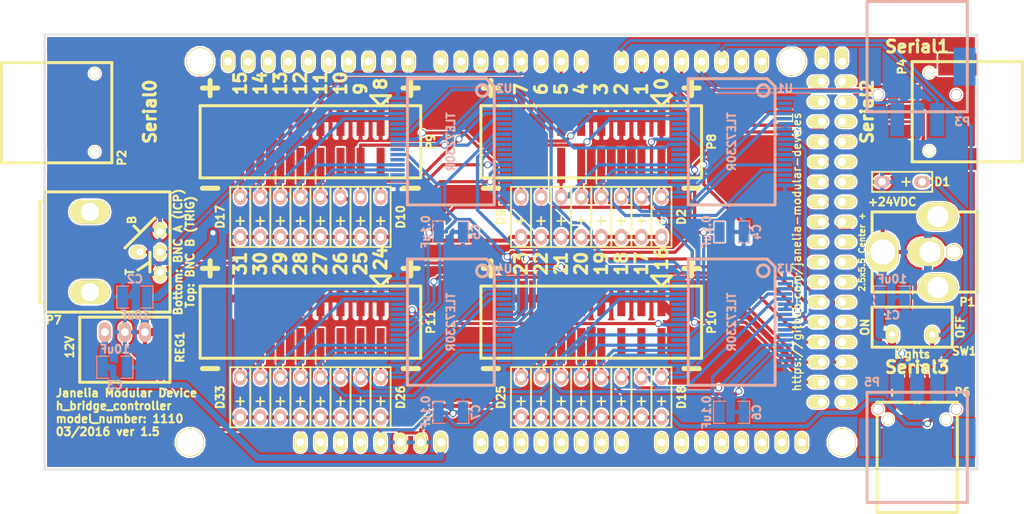
<source format=kicad_pcb>
(kicad_pcb (version 4) (host pcbnew 0.201602281447+6595~42~ubuntu14.04.1-product)
  (title_block (title h_bridge_controller) (rev 1.5))
  (layers (0 F.Cu signal) (31 B.Cu signal) (34 B.Paste user) (35 F.Paste user) (36 B.SilkS user) (37 F.SilkS user) (38 B.Mask user) (39 F.Mask user) (44 Edge.Cuts user))
  (net 0 "")
  (net 1 VAA)
  (net 2 GND)
  (net 3 /V_IN)
  (net 4 +5V)
  (net 5 /TX3)
  (net 6 /CS)
  (net 7 /MISO)
  (net 8 /MOSI)
  (net 9 /SCK)
  (net 10 /LED_PWR)
  (net 11 /OUT0)
  (net 12 /OUT1)
  (net 13 /OUT2)
  (net 14 /OUT3)
  (net 15 /OUT4)
  (net 16 /OUT5)
  (net 17 /OUT6)
  (net 18 /OUT7)
  (net 19 /OUT8)
  (net 20 /OUT9)
  (net 21 /OUT10)
  (net 22 /OUT11)
  (net 23 /OUT12)
  (net 24 /OUT13)
  (net 25 /OUT14)
  (net 26 /OUT15)
  (net 27 /BNC_A)
  (net 28 /BNC_B)
  (net 29 /OUT16)
  (net 30 /OUT17)
  (net 31 /OUT18)
  (net 32 /OUT19)
  (net 33 /OUT20)
  (net 34 /OUT21)
  (net 35 /OUT22)
  (net 36 /OUT23)
  (net 37 /OUT24)
  (net 38 /OUT25)
  (net 39 /OUT26)
  (net 40 /OUT27)
  (net 41 /OUT28)
  (net 42 /OUT29)
  (net 43 /OUT30)
  (net 44 /OUT31)
  (net 45 /RX0)
  (net 46 /TX0)
  (net 47 /RX3)
  (net 48 /TX2)
  (net 49 /RX2)
  (net 50 /TX1)
  (net 51 /RX1)
  (net 52 /RESET)
  (net 53 /SO1)
  (net 54 /SO2)
  (net 55 /SO3)
  (module h_bridge_controller:LED_555-3XXX (layer F.Cu) (at 118.11 121.285 180)
    (fp_text reference D33 (at 2.54 0 450) (layer F.SilkS) (effects (font (size 1.016 1.016) (thickness 0.254))))
    (fp_text value LED_24V hide)
    (pad 1 thru_hole oval (at 0 -2.54 180) (size 1.524 2.032) (drill 0.9652) (layers *.Cu *.SilkS *.Mask) (net 10 /LED_PWR))
    (pad 2 thru_hole oval (at 0 2.54 180) (size 1.524 2.032) (drill 0.9652) (layers *.Cu *.SilkS *.Mask) (net 44 /OUT31))
  )
  (module h_bridge_controller:LED_555-3XXX (layer F.Cu) (at 120.65 121.285 180)
    (fp_text reference D32 hide)
    (fp_text value LED_24V hide)
    (pad 1 thru_hole oval (at 0 -2.54 180) (size 1.524 2.032) (drill 0.9652) (layers *.Cu *.SilkS *.Mask) (net 10 /LED_PWR))
    (pad 2 thru_hole oval (at 0 2.54 180) (size 1.524 2.032) (drill 0.9652) (layers *.Cu *.SilkS *.Mask) (net 43 /OUT30))
  )
  (module h_bridge_controller:LED_555-3XXX (layer F.Cu) (at 123.19 121.285 180)
    (fp_text reference D31 hide)
    (fp_text value LED_24V hide)
    (pad 1 thru_hole oval (at 0 -2.54 180) (size 1.524 2.032) (drill 0.9652) (layers *.Cu *.SilkS *.Mask) (net 10 /LED_PWR))
    (pad 2 thru_hole oval (at 0 2.54 180) (size 1.524 2.032) (drill 0.9652) (layers *.Cu *.SilkS *.Mask) (net 42 /OUT29))
  )
  (module h_bridge_controller:LED_555-3XXX (layer F.Cu) (at 125.73 121.285 180)
    (fp_text reference D30 hide)
    (fp_text value LED_24V hide)
    (pad 1 thru_hole oval (at 0 -2.54 180) (size 1.524 2.032) (drill 0.9652) (layers *.Cu *.SilkS *.Mask) (net 10 /LED_PWR))
    (pad 2 thru_hole oval (at 0 2.54 180) (size 1.524 2.032) (drill 0.9652) (layers *.Cu *.SilkS *.Mask) (net 41 /OUT28))
  )
  (module h_bridge_controller:LED_555-3XXX (layer F.Cu) (at 128.27 121.285 180)
    (fp_text reference D29 hide)
    (fp_text value LED_24V hide)
    (pad 1 thru_hole oval (at 0 -2.54 180) (size 1.524 2.032) (drill 0.9652) (layers *.Cu *.SilkS *.Mask) (net 10 /LED_PWR))
    (pad 2 thru_hole oval (at 0 2.54 180) (size 1.524 2.032) (drill 0.9652) (layers *.Cu *.SilkS *.Mask) (net 40 /OUT27))
  )
  (module h_bridge_controller:LED_555-3XXX (layer F.Cu) (at 130.81 121.285 180)
    (fp_text reference D28 hide)
    (fp_text value LED_24V hide)
    (pad 1 thru_hole oval (at 0 -2.54 180) (size 1.524 2.032) (drill 0.9652) (layers *.Cu *.SilkS *.Mask) (net 10 /LED_PWR))
    (pad 2 thru_hole oval (at 0 2.54 180) (size 1.524 2.032) (drill 0.9652) (layers *.Cu *.SilkS *.Mask) (net 39 /OUT26))
  )
  (module h_bridge_controller:LED_555-3XXX (layer F.Cu) (at 133.35 121.285 180)
    (fp_text reference D27 hide)
    (fp_text value LED_24V hide)
    (pad 1 thru_hole oval (at 0 -2.54 180) (size 1.524 2.032) (drill 0.9652) (layers *.Cu *.SilkS *.Mask) (net 10 /LED_PWR))
    (pad 2 thru_hole oval (at 0 2.54 180) (size 1.524 2.032) (drill 0.9652) (layers *.Cu *.SilkS *.Mask) (net 38 /OUT25))
  )
  (module h_bridge_controller:LED_555-3XXX (layer F.Cu) (at 135.89 121.285 180)
    (fp_text reference D26 (at -2.54 0 450) (layer F.SilkS) (effects (font (size 1.016 1.016) (thickness 0.254))))
    (fp_text value LED_24V hide)
    (pad 1 thru_hole oval (at 0 -2.54 180) (size 1.524 2.032) (drill 0.9652) (layers *.Cu *.SilkS *.Mask) (net 10 /LED_PWR))
    (pad 2 thru_hole oval (at 0 2.54 180) (size 1.524 2.032) (drill 0.9652) (layers *.Cu *.SilkS *.Mask) (net 37 /OUT24))
  )
  (module h_bridge_controller:LED_555-3XXX (layer F.Cu) (at 153.67 121.285 180)
    (fp_text reference D25 (at 2.54 0 450) (layer F.SilkS) (effects (font (size 1.016 1.016) (thickness 0.254))))
    (fp_text value LED_24V hide)
    (pad 1 thru_hole oval (at 0 -2.54 180) (size 1.524 2.032) (drill 0.9652) (layers *.Cu *.SilkS *.Mask) (net 10 /LED_PWR))
    (pad 2 thru_hole oval (at 0 2.54 180) (size 1.524 2.032) (drill 0.9652) (layers *.Cu *.SilkS *.Mask) (net 36 /OUT23))
  )
  (module h_bridge_controller:LED_555-3XXX (layer F.Cu) (at 156.21 121.285 180)
    (fp_text reference D24 hide)
    (fp_text value LED_24V hide)
    (pad 1 thru_hole oval (at 0 -2.54 180) (size 1.524 2.032) (drill 0.9652) (layers *.Cu *.SilkS *.Mask) (net 10 /LED_PWR))
    (pad 2 thru_hole oval (at 0 2.54 180) (size 1.524 2.032) (drill 0.9652) (layers *.Cu *.SilkS *.Mask) (net 35 /OUT22))
  )
  (module h_bridge_controller:LED_555-3XXX (layer F.Cu) (at 158.75 121.285 180)
    (fp_text reference D23 hide)
    (fp_text value LED_24V hide)
    (pad 1 thru_hole oval (at 0 -2.54 180) (size 1.524 2.032) (drill 0.9652) (layers *.Cu *.SilkS *.Mask) (net 10 /LED_PWR))
    (pad 2 thru_hole oval (at 0 2.54 180) (size 1.524 2.032) (drill 0.9652) (layers *.Cu *.SilkS *.Mask) (net 34 /OUT21))
  )
  (module h_bridge_controller:LED_555-3XXX (layer F.Cu) (at 161.29 121.285 180)
    (fp_text reference D22 hide)
    (fp_text value LED_24V hide)
    (pad 1 thru_hole oval (at 0 -2.54 180) (size 1.524 2.032) (drill 0.9652) (layers *.Cu *.SilkS *.Mask) (net 10 /LED_PWR))
    (pad 2 thru_hole oval (at 0 2.54 180) (size 1.524 2.032) (drill 0.9652) (layers *.Cu *.SilkS *.Mask) (net 33 /OUT20))
  )
  (module h_bridge_controller:LED_555-3XXX (layer F.Cu) (at 163.83 121.285 180)
    (fp_text reference D21 hide)
    (fp_text value LED_24V hide)
    (pad 1 thru_hole oval (at 0 -2.54 180) (size 1.524 2.032) (drill 0.9652) (layers *.Cu *.SilkS *.Mask) (net 10 /LED_PWR))
    (pad 2 thru_hole oval (at 0 2.54 180) (size 1.524 2.032) (drill 0.9652) (layers *.Cu *.SilkS *.Mask) (net 32 /OUT19))
  )
  (module h_bridge_controller:LED_555-3XXX (layer F.Cu) (at 166.37 121.285 180)
    (fp_text reference D20 hide)
    (fp_text value LED_24V hide)
    (pad 1 thru_hole oval (at 0 -2.54 180) (size 1.524 2.032) (drill 0.9652) (layers *.Cu *.SilkS *.Mask) (net 10 /LED_PWR))
    (pad 2 thru_hole oval (at 0 2.54 180) (size 1.524 2.032) (drill 0.9652) (layers *.Cu *.SilkS *.Mask) (net 31 /OUT18))
  )
  (module h_bridge_controller:LED_555-3XXX (layer F.Cu) (at 168.91 121.285 180)
    (fp_text reference D19 hide)
    (fp_text value LED_24V hide)
    (pad 1 thru_hole oval (at 0 -2.54 180) (size 1.524 2.032) (drill 0.9652) (layers *.Cu *.SilkS *.Mask) (net 10 /LED_PWR))
    (pad 2 thru_hole oval (at 0 2.54 180) (size 1.524 2.032) (drill 0.9652) (layers *.Cu *.SilkS *.Mask) (net 30 /OUT17))
  )
  (module h_bridge_controller:LED_555-3XXX (layer F.Cu) (at 171.45 121.285 180)
    (fp_text reference D18 (at -2.54 0 450) (layer F.SilkS) (effects (font (size 1.016 1.016) (thickness 0.254))))
    (fp_text value LED_24V hide)
    (pad 1 thru_hole oval (at 0 -2.54 180) (size 1.524 2.032) (drill 0.9652) (layers *.Cu *.SilkS *.Mask) (net 10 /LED_PWR))
    (pad 2 thru_hole oval (at 0 2.54 180) (size 1.524 2.032) (drill 0.9652) (layers *.Cu *.SilkS *.Mask) (net 29 /OUT16))
  )
  (module h_bridge_controller:SM1210 (layer B.Cu) (at 144.78 123.19)
    (fp_text reference C7 (at 3.175 0 90) (layer B.SilkS) (effects (font (size 1.016 1.016) (thickness 0.254)) (justify mirror)))
    (fp_text value 0.1uF (at -3.175 0 90) (layer B.SilkS) (effects (font (size 1.016 1.016) (thickness 0.254)) (justify mirror)))
    (pad 1 smd rect (at -1.524 0) (size 1.27 2.54) (layers B.Cu B.Paste B.Mask) (net 4 +5V))
    (pad 2 smd rect (at 1.524 0) (size 1.27 2.54) (layers B.Cu B.Paste B.Mask) (net 2 GND))
  )
  (module h_bridge_controller:LED_555-3XXX (layer F.Cu) (at 118.11 98.425 180)
    (fp_text reference D17 (at 2.54 0 450) (layer F.SilkS) (effects (font (size 1.016 1.016) (thickness 0.254))))
    (fp_text value LED_24V hide)
    (pad 1 thru_hole oval (at 0 -2.54 180) (size 1.524 2.032) (drill 0.9652) (layers *.Cu *.SilkS *.Mask) (net 10 /LED_PWR))
    (pad 2 thru_hole oval (at 0 2.54 180) (size 1.524 2.032) (drill 0.9652) (layers *.Cu *.SilkS *.Mask) (net 26 /OUT15))
  )
  (module h_bridge_controller:LED_555-3XXX (layer F.Cu) (at 120.65 98.425 180)
    (fp_text reference D16 hide)
    (fp_text value LED_24V hide)
    (pad 1 thru_hole oval (at 0 -2.54 180) (size 1.524 2.032) (drill 0.9652) (layers *.Cu *.SilkS *.Mask) (net 10 /LED_PWR))
    (pad 2 thru_hole oval (at 0 2.54 180) (size 1.524 2.032) (drill 0.9652) (layers *.Cu *.SilkS *.Mask) (net 25 /OUT14))
  )
  (module h_bridge_controller:LED_555-3XXX (layer F.Cu) (at 123.19 98.425 180)
    (fp_text reference D15 hide)
    (fp_text value LED_24V hide)
    (pad 1 thru_hole oval (at 0 -2.54 180) (size 1.524 2.032) (drill 0.9652) (layers *.Cu *.SilkS *.Mask) (net 10 /LED_PWR))
    (pad 2 thru_hole oval (at 0 2.54 180) (size 1.524 2.032) (drill 0.9652) (layers *.Cu *.SilkS *.Mask) (net 24 /OUT13))
  )
  (module h_bridge_controller:LED_555-3XXX (layer F.Cu) (at 125.73 98.425 180)
    (fp_text reference D14 hide)
    (fp_text value LED_24V hide)
    (pad 1 thru_hole oval (at 0 -2.54 180) (size 1.524 2.032) (drill 0.9652) (layers *.Cu *.SilkS *.Mask) (net 10 /LED_PWR))
    (pad 2 thru_hole oval (at 0 2.54 180) (size 1.524 2.032) (drill 0.9652) (layers *.Cu *.SilkS *.Mask) (net 23 /OUT12))
  )
  (module h_bridge_controller:LED_555-3XXX (layer F.Cu) (at 128.27 98.425 180)
    (fp_text reference D13 hide)
    (fp_text value LED_24V hide)
    (pad 1 thru_hole oval (at 0 -2.54 180) (size 1.524 2.032) (drill 0.9652) (layers *.Cu *.SilkS *.Mask) (net 10 /LED_PWR))
    (pad 2 thru_hole oval (at 0 2.54 180) (size 1.524 2.032) (drill 0.9652) (layers *.Cu *.SilkS *.Mask) (net 22 /OUT11))
  )
  (module h_bridge_controller:LED_555-3XXX (layer F.Cu) (at 130.81 98.425 180)
    (fp_text reference D12 hide)
    (fp_text value LED_24V hide)
    (pad 1 thru_hole oval (at 0 -2.54 180) (size 1.524 2.032) (drill 0.9652) (layers *.Cu *.SilkS *.Mask) (net 10 /LED_PWR))
    (pad 2 thru_hole oval (at 0 2.54 180) (size 1.524 2.032) (drill 0.9652) (layers *.Cu *.SilkS *.Mask) (net 21 /OUT10))
  )
  (module h_bridge_controller:LED_555-3XXX (layer F.Cu) (at 133.35 98.425 180)
    (fp_text reference D11 hide)
    (fp_text value LED_24V hide)
    (pad 1 thru_hole oval (at 0 -2.54 180) (size 1.524 2.032) (drill 0.9652) (layers *.Cu *.SilkS *.Mask) (net 10 /LED_PWR))
    (pad 2 thru_hole oval (at 0 2.54 180) (size 1.524 2.032) (drill 0.9652) (layers *.Cu *.SilkS *.Mask) (net 20 /OUT9))
  )
  (module h_bridge_controller:LED_555-3XXX (layer F.Cu) (at 135.89 98.425 180)
    (fp_text reference D10 (at -2.54 0 450) (layer F.SilkS) (effects (font (size 1.016 1.016) (thickness 0.254))))
    (fp_text value LED_24V hide)
    (pad 1 thru_hole oval (at 0 -2.54 180) (size 1.524 2.032) (drill 0.9652) (layers *.Cu *.SilkS *.Mask) (net 10 /LED_PWR))
    (pad 2 thru_hole oval (at 0 2.54 180) (size 1.524 2.032) (drill 0.9652) (layers *.Cu *.SilkS *.Mask) (net 19 /OUT8))
  )
  (module h_bridge_controller:LED_555-3XXX (layer F.Cu) (at 153.67 98.425 180)
    (fp_text reference D9 (at 2.54 0 450) (layer F.SilkS) (effects (font (size 1.016 1.016) (thickness 0.254))))
    (fp_text value LED_24V hide)
    (pad 1 thru_hole oval (at 0 -2.54 180) (size 1.524 2.032) (drill 0.9652) (layers *.Cu *.SilkS *.Mask) (net 10 /LED_PWR))
    (pad 2 thru_hole oval (at 0 2.54 180) (size 1.524 2.032) (drill 0.9652) (layers *.Cu *.SilkS *.Mask) (net 18 /OUT7))
  )
  (module h_bridge_controller:LED_555-3XXX (layer F.Cu) (at 156.21 98.425 180)
    (fp_text reference D8 hide)
    (fp_text value LED_24V hide)
    (pad 1 thru_hole oval (at 0 -2.54 180) (size 1.524 2.032) (drill 0.9652) (layers *.Cu *.SilkS *.Mask) (net 10 /LED_PWR))
    (pad 2 thru_hole oval (at 0 2.54 180) (size 1.524 2.032) (drill 0.9652) (layers *.Cu *.SilkS *.Mask) (net 17 /OUT6))
  )
  (module h_bridge_controller:LED_555-3XXX (layer F.Cu) (at 158.75 98.425 180)
    (fp_text reference D7 hide)
    (fp_text value LED_24V hide)
    (pad 1 thru_hole oval (at 0 -2.54 180) (size 1.524 2.032) (drill 0.9652) (layers *.Cu *.SilkS *.Mask) (net 10 /LED_PWR))
    (pad 2 thru_hole oval (at 0 2.54 180) (size 1.524 2.032) (drill 0.9652) (layers *.Cu *.SilkS *.Mask) (net 16 /OUT5))
  )
  (module h_bridge_controller:LED_555-3XXX (layer F.Cu) (at 161.29 98.425 180)
    (fp_text reference D6 hide)
    (fp_text value LED_24V hide)
    (pad 1 thru_hole oval (at 0 -2.54 180) (size 1.524 2.032) (drill 0.9652) (layers *.Cu *.SilkS *.Mask) (net 10 /LED_PWR))
    (pad 2 thru_hole oval (at 0 2.54 180) (size 1.524 2.032) (drill 0.9652) (layers *.Cu *.SilkS *.Mask) (net 15 /OUT4))
  )
  (module h_bridge_controller:LED_555-3XXX (layer F.Cu) (at 163.83 98.425 180)
    (fp_text reference D5 hide)
    (fp_text value LED_24V hide)
    (pad 1 thru_hole oval (at 0 -2.54 180) (size 1.524 2.032) (drill 0.9652) (layers *.Cu *.SilkS *.Mask) (net 10 /LED_PWR))
    (pad 2 thru_hole oval (at 0 2.54 180) (size 1.524 2.032) (drill 0.9652) (layers *.Cu *.SilkS *.Mask) (net 14 /OUT3))
  )
  (module h_bridge_controller:LED_555-3XXX (layer F.Cu) (at 166.37 98.425 180)
    (fp_text reference D4 hide)
    (fp_text value LED_24V hide)
    (pad 1 thru_hole oval (at 0 -2.54 180) (size 1.524 2.032) (drill 0.9652) (layers *.Cu *.SilkS *.Mask) (net 10 /LED_PWR))
    (pad 2 thru_hole oval (at 0 2.54 180) (size 1.524 2.032) (drill 0.9652) (layers *.Cu *.SilkS *.Mask) (net 13 /OUT2))
  )
  (module h_bridge_controller:LED_555-3XXX (layer F.Cu) (at 168.91 98.425 180)
    (fp_text reference D3 hide)
    (fp_text value LED_24V hide)
    (pad 1 thru_hole oval (at 0 -2.54 180) (size 1.524 2.032) (drill 0.9652) (layers *.Cu *.SilkS *.Mask) (net 10 /LED_PWR))
    (pad 2 thru_hole oval (at 0 2.54 180) (size 1.524 2.032) (drill 0.9652) (layers *.Cu *.SilkS *.Mask) (net 12 /OUT1))
  )
  (module h_bridge_controller:LED_555-3XXX (layer F.Cu) (at 171.45 98.425 180)
    (fp_text reference D2 (at -2.54 0 450) (layer F.SilkS) (effects (font (size 1.016 1.016) (thickness 0.254))))
    (fp_text value LED_24V hide)
    (pad 1 thru_hole oval (at 0 -2.54 180) (size 1.524 2.032) (drill 0.9652) (layers *.Cu *.SilkS *.Mask) (net 10 /LED_PWR))
    (pad 2 thru_hole oval (at 0 2.54 180) (size 1.524 2.032) (drill 0.9652) (layers *.Cu *.SilkS *.Mask) (net 11 /OUT0))
  )
  (module h_bridge_controller:LED_555-3XXX (layer F.Cu) (at 201.93 93.98 270)
    (fp_text reference D1 (at 0 -5.08 540) (layer F.SilkS) (effects (font (size 1.016 1.016) (thickness 0.254))))
    (fp_text value LED_24V hide)
    (pad 1 thru_hole oval (at 0 -2.54 270) (size 1.524 2.032) (drill 0.9652) (layers *.Cu *.SilkS *.Mask) (net 10 /LED_PWR))
    (pad 2 thru_hole oval (at 0 2.54 270) (size 1.524 2.032) (drill 0.9652) (layers *.Cu *.SilkS *.Mask) (net 2 GND))
  )
  (module h_bridge_controller:DC_DC_CONV_R78C (layer F.Cu) (at 103.505 113.03 180)
    (fp_text reference REG1 (at -6.985 -1.905 270) (layer F.SilkS) (effects (font (size 1.016 1.016) (thickness 0.254))))
    (fp_text value CONV_DC_DC_12V_1A hide)
    (pad 2 thru_hole oval (at 0 0 180) (size 1.524 2.54) (drill 0.9906) (layers *.Cu *.SilkS *.Mask) (net 2 GND))
    (pad 3 thru_hole oval (at 2.54 0 180) (size 1.524 2.54) (drill 0.9906) (layers *.Cu *.SilkS *.Mask) (net 3 /V_IN))
    (pad 1 thru_hole oval (at -2.54 0 180) (size 1.524 2.54) (drill 0.9906) (layers *.Cu *.SilkS *.Mask) (net 1 VAA))
  )
  (module h_bridge_controller:DCJACK_2PIN_HIGHCURRENT (layer F.Cu) (at 211.455 102.87 270)
    (fp_text reference P1 (at 6.35 1.27 360) (layer F.SilkS) (effects (font (size 1.016 1.016) (thickness 0.254))))
    (fp_text value PWR_JACK_2.5x5.5 hide)
    (pad "" thru_hole circle (at 0 2.9972 270) (size 1.9304 1.9304) (drill 1.6002) (layers *.Cu *.Mask F.SilkS))
    (pad 2 thru_hole oval (at 0 5.9944 270) (size 3.556 4.572) (drill 2.6924 (offset 0 0.508)) (layers *.Cu *.Mask F.SilkS) (net 2 GND))
    (pad 1 thru_hole oval (at 0 11.9888 270) (size 5.08 4.064) (drill 3.1496) (layers *.Cu *.Mask F.SilkS) (net 1 VAA))
    (pad "" thru_hole oval (at -4.4958 5.0038 270) (size 3.556 5.08) (drill 2.6924) (layers *.Cu *.Mask F.SilkS))
    (pad "" thru_hole oval (at 4.4958 5.0038 270) (size 3.556 5.08) (drill 2.6924) (layers *.Cu *.Mask F.SilkS))
  )
  (module h_bridge_controller:SM1210 (layer B.Cu) (at 200.66 108.585)
    (fp_text reference C1 (at 0 2.286) (layer B.SilkS) (effects (font (size 1.016 1.016) (thickness 0.254)) (justify mirror)))
    (fp_text value 10uF (at 0 -2.286) (layer B.SilkS) (effects (font (size 1.016 1.016) (thickness 0.254)) (justify mirror)))
    (pad 1 smd rect (at -1.524 0) (size 1.27 2.54) (layers B.Cu B.Paste B.Mask) (net 1 VAA))
    (pad 2 smd rect (at 1.524 0) (size 1.27 2.54) (layers B.Cu B.Paste B.Mask) (net 2 GND))
  )
  (module h_bridge_controller:SM1210 (layer B.Cu) (at 104.775 108.585 180)
    (fp_text reference C2 (at 0 2.286 180) (layer B.SilkS) (effects (font (size 1.016 1.016) (thickness 0.254)) (justify mirror)))
    (fp_text value 10uF (at 0 -2.286 180) (layer B.SilkS) (effects (font (size 1.016 1.016) (thickness 0.254)) (justify mirror)))
    (pad 1 smd rect (at -1.524 0 180) (size 1.27 2.54) (layers B.Cu B.Paste B.Mask) (net 1 VAA))
    (pad 2 smd rect (at 1.524 0 180) (size 1.27 2.54) (layers B.Cu B.Paste B.Mask) (net 2 GND))
  )
  (module h_bridge_controller:SM1210 (layer B.Cu) (at 180.34 123.19)
    (fp_text reference C6 (at 3.175 0 90) (layer B.SilkS) (effects (font (size 1.016 1.016) (thickness 0.254)) (justify mirror)))
    (fp_text value 0.1uF (at -3.175 0 90) (layer B.SilkS) (effects (font (size 1.016 1.016) (thickness 0.254)) (justify mirror)))
    (pad 1 smd rect (at -1.524 0) (size 1.27 2.54) (layers B.Cu B.Paste B.Mask) (net 4 +5V))
    (pad 2 smd rect (at 1.524 0) (size 1.27 2.54) (layers B.Cu B.Paste B.Mask) (net 2 GND))
  )
  (module h_bridge_controller:BNC_DOUBLE (layer F.Cu) (at 99.06 102.87 90)
    (fp_text reference P7 (at -8.636 -4.572 360) (layer F.SilkS) (effects (font (size 1.016 1.016) (thickness 0.254))))
    (fp_text value BNC_DOUBLE_RA hide)
    (fp_text user "Top: BNC B (TRIG)" (at 0 12.7 90) (layer F.SilkS) (effects (font (size 1.016 1.016) (thickness 0.254))))
    (fp_text user "Bottom: BNC A (ICP)" (at 0 11.176 90) (layer F.SilkS) (effects (font (size 1.016 1.016) (thickness 0.254))))
    (fp_text user B (at 4.064 5.334 90) (layer F.SilkS) (effects (font (size 1.016 1.016) (thickness 0.254))))
    (fp_text user T (at -2.54 5.08 90) (layer F.SilkS) (effects (font (size 1.016 1.016) (thickness 0.254))))
    (pad "" thru_hole oval (at -5.08 0 90) (size 3.048 5.08) (drill 2.286) (layers *.Cu *.Mask F.SilkS))
    (pad "" thru_hole oval (at 5.08 0 90) (size 3.048 5.08) (drill 2.286) (layers *.Cu *.Mask F.SilkS))
    (pad 1 thru_hole oval (at 0 6.35 90) (size 1.524 2.032) (drill 0.889 (offset 0 -0.254)) (layers *.Cu *.Mask F.SilkS) (net 27 /BNC_A))
    (pad 3 thru_hole oval (at 0 8.89 90) (size 2.032 1.524) (drill 0.889) (layers *.Cu *.Mask F.SilkS) (net 28 /BNC_B))
    (pad 2 thru_hole oval (at 2.54 8.89 90) (size 2.032 1.524) (drill 0.889 (offset 0.254 0)) (layers *.Cu *.Mask F.SilkS) (net 2 GND))
    (pad 4 thru_hole oval (at -2.54 8.89 90) (size 2.032 1.524) (drill 0.889 (offset -0.254 0)) (layers *.Cu *.Mask F.SilkS) (net 2 GND))
  )
  (module h_bridge_controller:HEADER_02x08_SMD (layer F.Cu) (at 162.56 88.9)
    (fp_text reference P8 (at 15.24 0 90) (layer F.SilkS) (effects (font (size 1.016 1.016) (thickness 0.254))))
    (fp_text value HEADER_02X08_SMD hide)
    (pad 1 smd rect (at 8.89 -2.9972) (size 1.016 4.4958) (layers F.Cu F.Paste F.Mask) (net 1 VAA))
    (pad 2 smd rect (at 8.89 2.9972) (size 1.016 4.4958) (layers F.Cu F.Paste F.Mask) (net 11 /OUT0))
    (pad 3 smd rect (at 6.35 -2.9972) (size 1.016 4.4958) (layers F.Cu F.Paste F.Mask) (net 1 VAA))
    (pad 4 smd rect (at 6.35 2.9972) (size 1.016 4.4958) (layers F.Cu F.Paste F.Mask) (net 12 /OUT1))
    (pad 5 smd rect (at 3.81 -2.9972) (size 1.016 4.4958) (layers F.Cu F.Paste F.Mask) (net 1 VAA))
    (pad 6 smd rect (at 3.81 2.9972) (size 1.016 4.4958) (layers F.Cu F.Paste F.Mask) (net 13 /OUT2))
    (pad 7 smd rect (at 1.27 -2.9972) (size 1.016 4.4958) (layers F.Cu F.Paste F.Mask) (net 1 VAA))
    (pad 8 smd rect (at 1.27 2.9972) (size 1.016 4.4958) (layers F.Cu F.Paste F.Mask) (net 14 /OUT3))
    (pad 9 smd rect (at -1.27 -2.9972) (size 1.016 4.4958) (layers F.Cu F.Paste F.Mask) (net 1 VAA))
    (pad 10 smd rect (at -1.27 2.9972) (size 1.016 4.4958) (layers F.Cu F.Paste F.Mask) (net 15 /OUT4))
    (pad 11 smd rect (at -3.81 -2.9972) (size 1.016 4.4958) (layers F.Cu F.Paste F.Mask) (net 1 VAA))
    (pad 12 smd rect (at -3.81 2.9972) (size 1.016 4.4958) (layers F.Cu F.Paste F.Mask) (net 16 /OUT5))
    (pad 13 smd rect (at -6.35 -2.9972) (size 1.016 4.4958) (layers F.Cu F.Paste F.Mask) (net 1 VAA))
    (pad 14 smd rect (at -6.35 2.9972) (size 1.016 4.4958) (layers F.Cu F.Paste F.Mask) (net 17 /OUT6))
    (pad 15 smd rect (at -8.89 -2.9972) (size 1.016 4.4958) (layers F.Cu F.Paste F.Mask) (net 1 VAA))
    (pad 16 smd rect (at -8.89 2.9972) (size 1.016 4.4958) (layers F.Cu F.Paste F.Mask) (net 18 /OUT7))
  )
  (module h_bridge_controller:HEADER_02x08_SMD (layer F.Cu) (at 127 88.9)
    (fp_text reference P9 (at 15.24 0 90) (layer F.SilkS) (effects (font (size 1.016 1.016) (thickness 0.254))))
    (fp_text value HEADER_02X08_SMD hide)
    (pad 1 smd rect (at 8.89 -2.9972) (size 1.016 4.4958) (layers F.Cu F.Paste F.Mask) (net 1 VAA))
    (pad 2 smd rect (at 8.89 2.9972) (size 1.016 4.4958) (layers F.Cu F.Paste F.Mask) (net 19 /OUT8))
    (pad 3 smd rect (at 6.35 -2.9972) (size 1.016 4.4958) (layers F.Cu F.Paste F.Mask) (net 1 VAA))
    (pad 4 smd rect (at 6.35 2.9972) (size 1.016 4.4958) (layers F.Cu F.Paste F.Mask) (net 20 /OUT9))
    (pad 5 smd rect (at 3.81 -2.9972) (size 1.016 4.4958) (layers F.Cu F.Paste F.Mask) (net 1 VAA))
    (pad 6 smd rect (at 3.81 2.9972) (size 1.016 4.4958) (layers F.Cu F.Paste F.Mask) (net 21 /OUT10))
    (pad 7 smd rect (at 1.27 -2.9972) (size 1.016 4.4958) (layers F.Cu F.Paste F.Mask) (net 1 VAA))
    (pad 8 smd rect (at 1.27 2.9972) (size 1.016 4.4958) (layers F.Cu F.Paste F.Mask) (net 22 /OUT11))
    (pad 9 smd rect (at -1.27 -2.9972) (size 1.016 4.4958) (layers F.Cu F.Paste F.Mask) (net 1 VAA))
    (pad 10 smd rect (at -1.27 2.9972) (size 1.016 4.4958) (layers F.Cu F.Paste F.Mask) (net 23 /OUT12))
    (pad 11 smd rect (at -3.81 -2.9972) (size 1.016 4.4958) (layers F.Cu F.Paste F.Mask) (net 1 VAA))
    (pad 12 smd rect (at -3.81 2.9972) (size 1.016 4.4958) (layers F.Cu F.Paste F.Mask) (net 24 /OUT13))
    (pad 13 smd rect (at -6.35 -2.9972) (size 1.016 4.4958) (layers F.Cu F.Paste F.Mask) (net 1 VAA))
    (pad 14 smd rect (at -6.35 2.9972) (size 1.016 4.4958) (layers F.Cu F.Paste F.Mask) (net 25 /OUT14))
    (pad 15 smd rect (at -8.89 -2.9972) (size 1.016 4.4958) (layers F.Cu F.Paste F.Mask) (net 1 VAA))
    (pad 16 smd rect (at -8.89 2.9972) (size 1.016 4.4958) (layers F.Cu F.Paste F.Mask) (net 26 /OUT15))
  )
  (module h_bridge_controller:HEADER_02x08_SMD (layer F.Cu) (at 162.56 111.76)
    (fp_text reference P10 (at 15.24 0 90) (layer F.SilkS) (effects (font (size 1.016 1.016) (thickness 0.254))))
    (fp_text value HEADER_02X08_SMD hide)
    (pad 1 smd rect (at 8.89 -2.9972) (size 1.016 4.4958) (layers F.Cu F.Paste F.Mask) (net 1 VAA))
    (pad 2 smd rect (at 8.89 2.9972) (size 1.016 4.4958) (layers F.Cu F.Paste F.Mask) (net 29 /OUT16))
    (pad 3 smd rect (at 6.35 -2.9972) (size 1.016 4.4958) (layers F.Cu F.Paste F.Mask) (net 1 VAA))
    (pad 4 smd rect (at 6.35 2.9972) (size 1.016 4.4958) (layers F.Cu F.Paste F.Mask) (net 30 /OUT17))
    (pad 5 smd rect (at 3.81 -2.9972) (size 1.016 4.4958) (layers F.Cu F.Paste F.Mask) (net 1 VAA))
    (pad 6 smd rect (at 3.81 2.9972) (size 1.016 4.4958) (layers F.Cu F.Paste F.Mask) (net 31 /OUT18))
    (pad 7 smd rect (at 1.27 -2.9972) (size 1.016 4.4958) (layers F.Cu F.Paste F.Mask) (net 1 VAA))
    (pad 8 smd rect (at 1.27 2.9972) (size 1.016 4.4958) (layers F.Cu F.Paste F.Mask) (net 32 /OUT19))
    (pad 9 smd rect (at -1.27 -2.9972) (size 1.016 4.4958) (layers F.Cu F.Paste F.Mask) (net 1 VAA))
    (pad 10 smd rect (at -1.27 2.9972) (size 1.016 4.4958) (layers F.Cu F.Paste F.Mask) (net 33 /OUT20))
    (pad 11 smd rect (at -3.81 -2.9972) (size 1.016 4.4958) (layers F.Cu F.Paste F.Mask) (net 1 VAA))
    (pad 12 smd rect (at -3.81 2.9972) (size 1.016 4.4958) (layers F.Cu F.Paste F.Mask) (net 34 /OUT21))
    (pad 13 smd rect (at -6.35 -2.9972) (size 1.016 4.4958) (layers F.Cu F.Paste F.Mask) (net 1 VAA))
    (pad 14 smd rect (at -6.35 2.9972) (size 1.016 4.4958) (layers F.Cu F.Paste F.Mask) (net 35 /OUT22))
    (pad 15 smd rect (at -8.89 -2.9972) (size 1.016 4.4958) (layers F.Cu F.Paste F.Mask) (net 1 VAA))
    (pad 16 smd rect (at -8.89 2.9972) (size 1.016 4.4958) (layers F.Cu F.Paste F.Mask) (net 36 /OUT23))
  )
  (module h_bridge_controller:HEADER_02x08_SMD (layer F.Cu) (at 127 111.76)
    (fp_text reference P11 (at 15.24 0 90) (layer F.SilkS) (effects (font (size 1.016 1.016) (thickness 0.254))))
    (fp_text value HEADER_02X08_SMD hide)
    (pad 1 smd rect (at 8.89 -2.9972) (size 1.016 4.4958) (layers F.Cu F.Paste F.Mask) (net 1 VAA))
    (pad 2 smd rect (at 8.89 2.9972) (size 1.016 4.4958) (layers F.Cu F.Paste F.Mask) (net 37 /OUT24))
    (pad 3 smd rect (at 6.35 -2.9972) (size 1.016 4.4958) (layers F.Cu F.Paste F.Mask) (net 1 VAA))
    (pad 4 smd rect (at 6.35 2.9972) (size 1.016 4.4958) (layers F.Cu F.Paste F.Mask) (net 38 /OUT25))
    (pad 5 smd rect (at 3.81 -2.9972) (size 1.016 4.4958) (layers F.Cu F.Paste F.Mask) (net 1 VAA))
    (pad 6 smd rect (at 3.81 2.9972) (size 1.016 4.4958) (layers F.Cu F.Paste F.Mask) (net 39 /OUT26))
    (pad 7 smd rect (at 1.27 -2.9972) (size 1.016 4.4958) (layers F.Cu F.Paste F.Mask) (net 1 VAA))
    (pad 8 smd rect (at 1.27 2.9972) (size 1.016 4.4958) (layers F.Cu F.Paste F.Mask) (net 40 /OUT27))
    (pad 9 smd rect (at -1.27 -2.9972) (size 1.016 4.4958) (layers F.Cu F.Paste F.Mask) (net 1 VAA))
    (pad 10 smd rect (at -1.27 2.9972) (size 1.016 4.4958) (layers F.Cu F.Paste F.Mask) (net 41 /OUT28))
    (pad 11 smd rect (at -3.81 -2.9972) (size 1.016 4.4958) (layers F.Cu F.Paste F.Mask) (net 1 VAA))
    (pad 12 smd rect (at -3.81 2.9972) (size 1.016 4.4958) (layers F.Cu F.Paste F.Mask) (net 42 /OUT29))
    (pad 13 smd rect (at -6.35 -2.9972) (size 1.016 4.4958) (layers F.Cu F.Paste F.Mask) (net 1 VAA))
    (pad 14 smd rect (at -6.35 2.9972) (size 1.016 4.4958) (layers F.Cu F.Paste F.Mask) (net 43 /OUT30))
    (pad 15 smd rect (at -8.89 -2.9972) (size 1.016 4.4958) (layers F.Cu F.Paste F.Mask) (net 1 VAA))
    (pad 16 smd rect (at -8.89 2.9972) (size 1.016 4.4958) (layers F.Cu F.Paste F.Mask) (net 44 /OUT31))
  )
  (module h_bridge_controller:ARDUINO_MEGA_SHIELD (layer F.Cu) (at 97.79 129.54)
    (fp_text reference ARDUINO1 hide)
    (fp_text value ARDUINO_MEGA hide)
    (pad "" thru_hole circle (at 13.97 -2.54) (size 3.556 3.556) (drill 3.302) (layers *.Cu *.Mask F.SilkS) (clearance 0.1016))
    (pad "" thru_hole circle (at 15.24 -50.8) (size 3.556 3.556) (drill 3.302) (layers *.Cu *.Mask F.SilkS) (clearance 0.1016))
    (pad "" thru_hole circle (at 96.52 -2.54) (size 3.556 3.556) (drill 3.302) (layers *.Cu *.Mask F.SilkS) (clearance 0.1016))
    (pad "" thru_hole circle (at 90.17 -50.8) (size 3.556 3.556) (drill 3.302) (layers *.Cu *.Mask F.SilkS) (clearance 0.1016))
    (pad NC thru_hole oval (at 27.94 -2.54 90) (size 2.54 1.524) (drill 1.016) (layers *.Cu *.Mask F.SilkS))
    (pad IREF thru_hole oval (at 30.48 -2.54 90) (size 2.54 1.524) (drill 1.016) (layers *.Cu *.Mask F.SilkS))
    (pad RST thru_hole oval (at 33.02 -2.54 90) (size 2.54 1.524) (drill 1.016) (layers *.Cu *.Mask F.SilkS))
    (pad 3V3 thru_hole oval (at 35.56 -2.54 90) (size 2.54 1.524) (drill 1.016) (layers *.Cu *.Mask F.SilkS))
    (pad 5V_1 thru_hole oval (at 38.1 -2.54 90) (size 2.54 1.524) (drill 1.016) (layers *.Cu *.Mask F.SilkS) (net 4 +5V))
    (pad GND1 thru_hole oval (at 40.64 -2.54 90) (size 2.54 1.524) (drill 1.016) (layers *.Cu *.Mask F.SilkS) (net 2 GND))
    (pad GND2 thru_hole oval (at 43.18 -2.54 90) (size 2.54 1.524) (drill 1.016) (layers *.Cu *.Mask F.SilkS) (net 2 GND))
    (pad V_IN thru_hole oval (at 45.72 -2.54 90) (size 2.54 1.524) (drill 1.016) (layers *.Cu *.Mask F.SilkS) (net 3 /V_IN))
    (pad A0 thru_hole oval (at 50.8 -2.54 90) (size 2.54 1.524) (drill 1.016) (layers *.Cu *.Mask F.SilkS))
    (pad A1 thru_hole oval (at 53.34 -2.54 90) (size 2.54 1.524) (drill 1.016) (layers *.Cu *.Mask F.SilkS))
    (pad A2 thru_hole oval (at 55.88 -2.54 90) (size 2.54 1.524) (drill 1.016) (layers *.Cu *.Mask F.SilkS))
    (pad A3 thru_hole oval (at 58.42 -2.54 90) (size 2.54 1.524) (drill 1.016) (layers *.Cu *.Mask F.SilkS))
    (pad A4 thru_hole oval (at 60.96 -2.54 90) (size 2.54 1.524) (drill 1.016) (layers *.Cu *.Mask F.SilkS))
    (pad A5 thru_hole oval (at 63.5 -2.54 90) (size 2.54 1.524) (drill 1.016) (layers *.Cu *.Mask F.SilkS))
    (pad A6 thru_hole oval (at 66.04 -2.54 90) (size 2.54 1.524) (drill 1.016) (layers *.Cu *.Mask F.SilkS))
    (pad A7 thru_hole oval (at 68.58 -2.54 90) (size 2.54 1.524) (drill 1.016) (layers *.Cu *.Mask F.SilkS))
    (pad A8 thru_hole oval (at 73.66 -2.54 90) (size 2.54 1.524) (drill 1.016) (layers *.Cu *.Mask F.SilkS))
    (pad A9 thru_hole oval (at 76.2 -2.54 90) (size 2.54 1.524) (drill 1.016) (layers *.Cu *.Mask F.SilkS))
    (pad A10 thru_hole oval (at 78.74 -2.54 90) (size 2.54 1.524) (drill 1.016) (layers *.Cu *.Mask F.SilkS))
    (pad A11 thru_hole oval (at 81.28 -2.54 90) (size 2.54 1.524) (drill 1.016) (layers *.Cu *.Mask F.SilkS))
    (pad A12 thru_hole oval (at 83.82 -2.54 90) (size 2.54 1.524) (drill 1.016) (layers *.Cu *.Mask F.SilkS))
    (pad A13 thru_hole oval (at 86.36 -2.54 90) (size 2.54 1.524) (drill 1.016) (layers *.Cu *.Mask F.SilkS))
    (pad A14 thru_hole oval (at 88.9 -2.54 90) (size 2.54 1.524) (drill 1.016) (layers *.Cu *.Mask F.SilkS))
    (pad A15 thru_hole oval (at 91.44 -2.54 90) (size 2.54 1.524) (drill 1.016) (layers *.Cu *.Mask F.SilkS))
    (pad 21B thru_hole oval (at 18.796 -50.8 90) (size 2.54 1.524) (drill 1.016) (layers *.Cu *.Mask F.SilkS))
    (pad 20B thru_hole oval (at 21.336 -50.8 90) (size 2.54 1.524) (drill 1.016) (layers *.Cu *.Mask F.SilkS))
    (pad AREF thru_hole oval (at 23.876 -50.8 90) (size 2.54 1.524) (drill 1.016) (layers *.Cu *.Mask F.SilkS))
    (pad GND3 thru_hole oval (at 26.416 -50.8 90) (size 2.54 1.524) (drill 1.016) (layers *.Cu *.Mask F.SilkS))
    (pad 13 thru_hole oval (at 28.956 -50.8 90) (size 2.54 1.524) (drill 1.016) (layers *.Cu *.Mask F.SilkS))
    (pad 12 thru_hole oval (at 31.496 -50.8 90) (size 2.54 1.524) (drill 1.016) (layers *.Cu *.Mask F.SilkS))
    (pad 11 thru_hole oval (at 34.036 -50.8 90) (size 2.54 1.524) (drill 1.016) (layers *.Cu *.Mask F.SilkS))
    (pad 10 thru_hole oval (at 36.576 -50.8 90) (size 2.54 1.524) (drill 1.016) (layers *.Cu *.Mask F.SilkS))
    (pad 9 thru_hole oval (at 39.116 -50.8 90) (size 2.54 1.524) (drill 1.016) (layers *.Cu *.Mask F.SilkS))
    (pad 8 thru_hole oval (at 41.656 -50.8 90) (size 2.54 1.524) (drill 1.016) (layers *.Cu *.Mask F.SilkS))
    (pad 7 thru_hole oval (at 45.72 -50.8 90) (size 2.54 1.524) (drill 1.016) (layers *.Cu *.Mask F.SilkS))
    (pad 0 thru_hole oval (at 63.5 -50.8 90) (size 2.54 1.524) (drill 1.016) (layers *.Cu *.Mask F.SilkS) (net 45 /RX0))
    (pad 1 thru_hole oval (at 60.96 -50.8 90) (size 2.54 1.524) (drill 1.016) (layers *.Cu *.Mask F.SilkS) (net 46 /TX0))
    (pad 2 thru_hole oval (at 58.42 -50.8 90) (size 2.54 1.524) (drill 1.016) (layers *.Cu *.Mask F.SilkS))
    (pad 3 thru_hole oval (at 55.88 -50.8 90) (size 2.54 1.524) (drill 1.016) (layers *.Cu *.Mask F.SilkS) (net 28 /BNC_B))
    (pad 4 thru_hole oval (at 53.34 -50.8 90) (size 2.54 1.524) (drill 1.016) (layers *.Cu *.Mask F.SilkS))
    (pad 5 thru_hole oval (at 50.8 -50.8 90) (size 2.54 1.524) (drill 1.016) (layers *.Cu *.Mask F.SilkS))
    (pad 6 thru_hole oval (at 48.26 -50.8 90) (size 2.54 1.524) (drill 1.016) (layers *.Cu *.Mask F.SilkS))
    (pad 14 thru_hole oval (at 68.58 -50.8 90) (size 2.54 1.524) (drill 1.016) (layers *.Cu *.Mask F.SilkS) (net 5 /TX3))
    (pad 15 thru_hole oval (at 71.12 -50.8 90) (size 2.54 1.524) (drill 1.016) (layers *.Cu *.Mask F.SilkS) (net 47 /RX3))
    (pad 16 thru_hole oval (at 73.66 -50.8 90) (size 2.54 1.524) (drill 1.016) (layers *.Cu *.Mask F.SilkS) (net 48 /TX2))
    (pad 17 thru_hole oval (at 76.2 -50.8 90) (size 2.54 1.524) (drill 1.016) (layers *.Cu *.Mask F.SilkS) (net 49 /RX2))
    (pad 18 thru_hole oval (at 78.74 -50.8 90) (size 2.54 1.524) (drill 1.016) (layers *.Cu *.Mask F.SilkS) (net 50 /TX1))
    (pad 19 thru_hole oval (at 81.28 -50.8 90) (size 2.54 1.524) (drill 1.016) (layers *.Cu *.Mask F.SilkS) (net 51 /RX1))
    (pad 20 thru_hole oval (at 83.82 -50.8 90) (size 2.54 1.524) (drill 1.016) (layers *.Cu *.Mask F.SilkS))
    (pad 21 thru_hole oval (at 86.36 -50.8 90) (size 2.54 1.524) (drill 1.016) (layers *.Cu *.Mask F.SilkS))
    (pad 5V_4 thru_hole oval (at 93.98 -50.8 90) (size 2.54 1.524) (drill 1.016 (offset 0.508 0)) (layers *.Cu *.Mask F.SilkS))
    (pad 5V_5 thru_hole oval (at 96.52 -50.8 90) (size 2.54 1.524) (drill 1.016 (offset 0.508 0)) (layers *.Cu *.Mask F.SilkS))
    (pad 22 thru_hole oval (at 93.98 -48.26 90) (size 1.524 2.54) (drill 1.016 (offset 0 -0.508)) (layers *.Cu *.Mask F.SilkS))
    (pad 23 thru_hole oval (at 96.52 -48.26 90) (size 1.524 2.54) (drill 1.016 (offset 0 0.508)) (layers *.Cu *.Mask F.SilkS))
    (pad 24 thru_hole oval (at 93.98 -45.72 90) (size 1.524 2.54) (drill 1.016 (offset 0 -0.508)) (layers *.Cu *.Mask F.SilkS))
    (pad 25 thru_hole oval (at 96.52 -45.72 90) (size 1.524 2.54) (drill 1.016 (offset 0 0.508)) (layers *.Cu *.Mask F.SilkS))
    (pad 26 thru_hole oval (at 93.98 -43.18 90) (size 1.524 2.54) (drill 1.016 (offset 0 -0.508)) (layers *.Cu *.Mask F.SilkS))
    (pad 27 thru_hole oval (at 96.52 -43.18 90) (size 1.524 2.54) (drill 1.016 (offset 0 0.508)) (layers *.Cu *.Mask F.SilkS))
    (pad 28 thru_hole oval (at 93.98 -40.64 90) (size 1.524 2.54) (drill 1.016 (offset 0 -0.508)) (layers *.Cu *.Mask F.SilkS))
    (pad 29 thru_hole oval (at 96.52 -40.64 90) (size 1.524 2.54) (drill 1.016 (offset 0 0.508)) (layers *.Cu *.Mask F.SilkS))
    (pad 30 thru_hole oval (at 93.98 -38.1 90) (size 1.524 2.54) (drill 1.016 (offset 0 -0.508)) (layers *.Cu *.Mask F.SilkS))
    (pad 31 thru_hole oval (at 96.52 -38.1 90) (size 1.524 2.54) (drill 1.016 (offset 0 0.508)) (layers *.Cu *.Mask F.SilkS))
    (pad 32 thru_hole oval (at 93.98 -35.56 90) (size 1.524 2.54) (drill 1.016 (offset 0 -0.508)) (layers *.Cu *.Mask F.SilkS))
    (pad 33 thru_hole oval (at 96.52 -35.56 90) (size 1.524 2.54) (drill 1.016 (offset 0 0.508)) (layers *.Cu *.Mask F.SilkS))
    (pad 34 thru_hole oval (at 93.98 -33.02 90) (size 1.524 2.54) (drill 1.016 (offset 0 -0.508)) (layers *.Cu *.Mask F.SilkS))
    (pad 35 thru_hole oval (at 96.52 -33.02 90) (size 1.524 2.54) (drill 1.016 (offset 0 0.508)) (layers *.Cu *.Mask F.SilkS))
    (pad 36 thru_hole oval (at 93.98 -30.48 90) (size 1.524 2.54) (drill 1.016 (offset 0 -0.508)) (layers *.Cu *.Mask F.SilkS))
    (pad 37 thru_hole oval (at 96.52 -30.48 90) (size 1.524 2.54) (drill 1.016 (offset 0 0.508)) (layers *.Cu *.Mask F.SilkS))
    (pad 38 thru_hole oval (at 93.98 -27.94 90) (size 1.524 2.54) (drill 1.016 (offset 0 -0.508)) (layers *.Cu *.Mask F.SilkS))
    (pad 39 thru_hole oval (at 96.52 -27.94 90) (size 1.524 2.54) (drill 1.016 (offset 0 0.508)) (layers *.Cu *.Mask F.SilkS))
    (pad 40 thru_hole oval (at 93.98 -25.4 90) (size 1.524 2.54) (drill 1.016 (offset 0 -0.508)) (layers *.Cu *.Mask F.SilkS))
    (pad 41 thru_hole oval (at 96.52 -25.4 90) (size 1.524 2.54) (drill 1.016 (offset 0 0.508)) (layers *.Cu *.Mask F.SilkS))
    (pad 42 thru_hole oval (at 93.98 -22.86 90) (size 1.524 2.54) (drill 1.016 (offset 0 -0.508)) (layers *.Cu *.Mask F.SilkS))
    (pad 43 thru_hole oval (at 96.52 -22.86 90) (size 1.524 2.54) (drill 1.016 (offset 0 0.508)) (layers *.Cu *.Mask F.SilkS))
    (pad 44 thru_hole oval (at 93.98 -20.32 90) (size 1.524 2.54) (drill 1.016 (offset 0 -0.508)) (layers *.Cu *.Mask F.SilkS) (net 52 /RESET))
    (pad 45 thru_hole oval (at 96.52 -20.32 90) (size 1.524 2.54) (drill 1.016 (offset 0 0.508)) (layers *.Cu *.Mask F.SilkS))
    (pad 46 thru_hole oval (at 93.98 -17.78 90) (size 1.524 2.54) (drill 1.016 (offset 0 -0.508)) (layers *.Cu *.Mask F.SilkS) (net 6 /CS))
    (pad 47 thru_hole oval (at 96.52 -17.78 90) (size 1.524 2.54) (drill 1.016 (offset 0 0.508)) (layers *.Cu *.Mask F.SilkS))
    (pad 48 thru_hole oval (at 93.98 -15.24 90) (size 1.524 2.54) (drill 1.016 (offset 0 -0.508)) (layers *.Cu *.Mask F.SilkS) (net 27 /BNC_A))
    (pad 49 thru_hole oval (at 96.52 -15.24 90) (size 1.524 2.54) (drill 1.016 (offset 0 0.508)) (layers *.Cu *.Mask F.SilkS))
    (pad 50 thru_hole oval (at 93.98 -12.7 90) (size 1.524 2.54) (drill 1.016 (offset 0 -0.508)) (layers *.Cu *.Mask F.SilkS) (net 7 /MISO))
    (pad 51 thru_hole oval (at 96.52 -12.7 90) (size 1.524 2.54) (drill 1.016 (offset 0 0.508)) (layers *.Cu *.Mask F.SilkS) (net 8 /MOSI))
    (pad 52 thru_hole oval (at 93.98 -10.16 90) (size 1.524 2.54) (drill 1.016 (offset 0 -0.508)) (layers *.Cu *.Mask F.SilkS) (net 9 /SCK))
    (pad 53 thru_hole oval (at 96.52 -10.16 90) (size 1.524 2.54) (drill 1.016 (offset 0 0.508)) (layers *.Cu *.Mask F.SilkS))
    (pad GND4 thru_hole oval (at 93.98 -7.62 90) (size 1.524 2.54) (drill 1.016 (offset 0 -0.508)) (layers *.Cu *.Mask F.SilkS))
    (pad GND5 thru_hole oval (at 96.52 -7.62 90) (size 1.524 2.54) (drill 1.016 (offset 0 0.508)) (layers *.Cu *.Mask F.SilkS))
  )
  (module h_bridge_controller:SPST_SLIDE_AS (layer F.Cu) (at 203.2 112.395 90)
    (fp_text reference SW1 (at -3.048 6.604 180) (layer F.SilkS) (effects (font (size 1.016 1.016) (thickness 0.254))))
    (fp_text value SPST_SLIDE_AS hide)
    (fp_text user OFF (at 0 6.096 90) (layer F.SilkS) (effects (font (size 1.016 1.016) (thickness 0.254))))
    (fp_text user ON (at 0 -5.969 90) (layer F.SilkS) (effects (font (size 1.016 1.016) (thickness 0.254))))
    (pad 1 thru_hole oval (at -0.9906 -2.54 90) (size 2.159 1.651) (drill 0.7874) (layers *.Cu *.Mask F.SilkS) (net 1 VAA))
    (pad 3 thru_hole oval (at -0.9906 2.54 90) (size 2.159 1.651) (drill 0.7874) (layers *.Cu *.Mask F.SilkS) (net 10 /LED_PWR))
  )
  (module h_bridge_controller:Header_3_Pin_SMD_RA (layer F.Cu) (at 96.139 85.217 90)
    (fp_text reference P2 (at -5.715 6.985 90) (layer F.SilkS) (effects (font (size 1.016 1.016) (thickness 0.254))))
    (fp_text value HEADER_01X03_SMD_RA hide)
    (pad 1 smd rect (at -2.54 6.731 90) (size 1.778 4.191) (layers F.Cu F.Paste F.Mask) (net 45 /RX0))
    (pad 2 smd rect (at 0 6.731 90) (size 1.778 4.191) (layers F.Cu F.Paste F.Mask) (net 2 GND))
    (pad 3 smd rect (at 2.54 6.731 90) (size 1.778 4.191) (layers F.Cu F.Paste F.Mask) (net 46 /TX0))
    (pad "" thru_hole circle (at -4.953 3.556 90) (size 1.397 1.397) (drill 1.1938) (layers *.Cu *.Mask F.SilkS) (clearance 0.1016))
    (pad "" thru_hole circle (at 4.953 3.556 90) (size 1.397 1.397) (drill 1.1938) (layers *.Cu *.Mask F.SilkS) (clearance 0.1016))
    (pad "" smd rect (at -5.9944 0 90) (size 2.794 4.826) (layers F.Cu F.Paste F.Mask) (clearance 0.1016))
    (pad "" smd rect (at 5.9944 0 90) (size 2.794 4.826) (layers F.Cu F.Paste F.Mask) (clearance 0.1016))
  )
  (module h_bridge_controller:Header_3_Pin_SMD_RA (layer B.Cu) (at 203.835 79.375 180)
    (fp_text reference P3 (at -5.715 -6.985 180) (layer B.SilkS) (effects (font (size 1.016 1.016) (thickness 0.254)) (justify mirror)))
    (fp_text value HEADER_01X03_SMD_RA hide)
    (pad 1 smd rect (at -2.54 -6.731 180) (size 1.778 4.191) (layers B.Cu B.Paste B.Mask) (net 51 /RX1))
    (pad 2 smd rect (at 0 -6.731 180) (size 1.778 4.191) (layers B.Cu B.Paste B.Mask) (net 2 GND))
    (pad 3 smd rect (at 2.54 -6.731 180) (size 1.778 4.191) (layers B.Cu B.Paste B.Mask) (net 50 /TX1))
    (pad "" thru_hole circle (at -4.953 -3.556 180) (size 1.397 1.397) (drill 1.1938) (layers *.Cu *.Mask B.SilkS) (clearance 0.1016))
    (pad "" thru_hole circle (at 4.953 -3.556 180) (size 1.397 1.397) (drill 1.1938) (layers *.Cu *.Mask B.SilkS) (clearance 0.1016))
    (pad "" smd rect (at -5.9944 0 180) (size 2.794 4.826) (layers B.Cu B.Paste B.Mask) (clearance 0.1016))
    (pad "" smd rect (at 5.9944 0 180) (size 2.794 4.826) (layers B.Cu B.Paste B.Mask) (clearance 0.1016))
  )
  (module h_bridge_controller:Header_3_Pin_SMD_RA (layer F.Cu) (at 208.915 85.09 270)
    (fp_text reference P4 (at -5.715 6.985 270) (layer F.SilkS) (effects (font (size 1.016 1.016) (thickness 0.254))))
    (fp_text value HEADER_01X03_SMD_RA hide)
    (pad 1 smd rect (at -2.54 6.731 270) (size 1.778 4.191) (layers F.Cu F.Paste F.Mask) (net 49 /RX2))
    (pad 2 smd rect (at 0 6.731 270) (size 1.778 4.191) (layers F.Cu F.Paste F.Mask) (net 2 GND))
    (pad 3 smd rect (at 2.54 6.731 270) (size 1.778 4.191) (layers F.Cu F.Paste F.Mask) (net 48 /TX2))
    (pad "" thru_hole circle (at -4.953 3.556 270) (size 1.397 1.397) (drill 1.1938) (layers *.Cu *.Mask F.SilkS) (clearance 0.1016))
    (pad "" thru_hole circle (at 4.953 3.556 270) (size 1.397 1.397) (drill 1.1938) (layers *.Cu *.Mask F.SilkS) (clearance 0.1016))
    (pad "" smd rect (at -5.9944 0 270) (size 2.794 4.826) (layers F.Cu F.Paste F.Mask) (clearance 0.1016))
    (pad "" smd rect (at 5.9944 0 270) (size 2.794 4.826) (layers F.Cu F.Paste F.Mask) (clearance 0.1016))
  )
  (module h_bridge_controller:Header_3_Pin_SMD_RA (layer B.Cu) (at 203.835 126.365)
    (fp_text reference P5 (at -5.715 -6.985) (layer B.SilkS) (effects (font (size 1.016 1.016) (thickness 0.254)) (justify mirror)))
    (fp_text value HEADER_01X03_SMD_RA hide)
    (pad 1 smd rect (at -2.54 -6.731) (size 1.778 4.191) (layers B.Cu B.Paste B.Mask) (net 47 /RX3))
    (pad 2 smd rect (at 0 -6.731) (size 1.778 4.191) (layers B.Cu B.Paste B.Mask) (net 2 GND))
    (pad 3 smd rect (at 2.54 -6.731) (size 1.778 4.191) (layers B.Cu B.Paste B.Mask) (net 5 /TX3))
    (pad "" thru_hole circle (at -4.953 -3.556) (size 1.397 1.397) (drill 1.1938) (layers *.Cu *.Mask B.SilkS) (clearance 0.1016))
    (pad "" thru_hole circle (at 4.953 -3.556) (size 1.397 1.397) (drill 1.1938) (layers *.Cu *.Mask B.SilkS) (clearance 0.1016))
    (pad "" smd rect (at -5.9944 0) (size 2.794 4.826) (layers B.Cu B.Paste B.Mask) (clearance 0.1016))
    (pad "" smd rect (at 5.9944 0) (size 2.794 4.826) (layers B.Cu B.Paste B.Mask) (clearance 0.1016))
  )
  (module h_bridge_controller:Header_2_Pin_SMD_RA (layer F.Cu) (at 203.835 127.635 180)
    (fp_text reference P6 (at -5.715 6.985 360) (layer F.SilkS) (effects (font (size 1.016 1.016) (thickness 0.254))))
    (fp_text value HEADER_01X02_SMD_RA hide)
    (pad 1 smd rect (at -1.27 6.731 180) (size 1.778 4.191) (layers F.Cu F.Paste F.Mask) (net 2 GND))
    (pad 2 smd rect (at 1.27 6.731 180) (size 1.778 4.191) (layers F.Cu F.Paste F.Mask) (net 1 VAA))
    (pad "" thru_hole circle (at -3.683 3.556 180) (size 1.397 1.397) (drill 1.1938) (layers *.Cu *.Mask F.SilkS) (clearance 0.1016))
    (pad "" thru_hole circle (at 3.683 3.556 180) (size 1.397 1.397) (drill 1.1938) (layers *.Cu *.Mask F.SilkS) (clearance 0.1016))
    (pad "" smd rect (at -4.7244 0 180) (size 2.794 4.826) (layers F.Cu F.Paste F.Mask) (clearance 0.1016))
    (pad "" smd rect (at 4.7244 0 180) (size 2.794 4.826) (layers F.Cu F.Paste F.Mask) (clearance 0.1016))
  )
  (module h_bridge_controller:SM1210 (layer B.Cu) (at 102.235 117.475)
    (fp_text reference C3 (at 0 2.286) (layer B.SilkS) (effects (font (size 1.016 1.016) (thickness 0.254)) (justify mirror)))
    (fp_text value 10uF (at 0 -2.286) (layer B.SilkS) (effects (font (size 1.016 1.016) (thickness 0.254)) (justify mirror)))
    (pad 1 smd rect (at -1.524 0) (size 1.27 2.54) (layers B.Cu B.Paste B.Mask) (net 3 /V_IN))
    (pad 2 smd rect (at 1.524 0) (size 1.27 2.54) (layers B.Cu B.Paste B.Mask) (net 2 GND))
  )
  (module h_bridge_controller:SM1210 (layer B.Cu) (at 180.34 100.33)
    (fp_text reference C4 (at 3.175 0 90) (layer B.SilkS) (effects (font (size 1.016 1.016) (thickness 0.254)) (justify mirror)))
    (fp_text value 0.1uF (at -3.175 0 90) (layer B.SilkS) (effects (font (size 1.016 1.016) (thickness 0.254)) (justify mirror)))
    (pad 1 smd rect (at -1.524 0) (size 1.27 2.54) (layers B.Cu B.Paste B.Mask) (net 4 +5V))
    (pad 2 smd rect (at 1.524 0) (size 1.27 2.54) (layers B.Cu B.Paste B.Mask) (net 2 GND))
  )
  (module h_bridge_controller:SM1210 (layer B.Cu) (at 144.78 100.33)
    (fp_text reference C5 (at 3.175 0 90) (layer B.SilkS) (effects (font (size 1.016 1.016) (thickness 0.254)) (justify mirror)))
    (fp_text value 0.1uF (at -3.175 0 90) (layer B.SilkS) (effects (font (size 1.016 1.016) (thickness 0.254)) (justify mirror)))
    (pad 1 smd rect (at -1.524 0) (size 1.27 2.54) (layers B.Cu B.Paste B.Mask) (net 4 +5V))
    (pad 2 smd rect (at 1.524 0) (size 1.27 2.54) (layers B.Cu B.Paste B.Mask) (net 2 GND))
  )
  (module h_bridge_controller:PG-DSO-36 (layer B.Cu) (at 144.78 111.76 270)
    (fp_text reference U4 (at -6.75 -6.75 540) (layer B.SilkS) (effects (font (size 1.016 1.016) (thickness 0.254)) (justify mirror)))
    (fp_text value TLE7230R (at 0 0 450) (layer B.SilkS) (effects (font (size 1.016 1.016) (thickness 0.254)) (justify mirror)))
    (pad 1 smd rect (at -5.525 -6.74 270) (size 0.45 1.83) (layers B.Cu B.Paste B.Mask) (net 2 GND) (clearance 0.05))
    (pad 2 smd rect (at -4.875 -6.74 270) (size 0.45 1.83) (layers B.Cu B.Paste B.Mask) (clearance 0.05))
    (pad 3 smd rect (at -4.225 -6.74 270) (size 0.45 1.83) (layers B.Cu B.Paste B.Mask) (clearance 0.05))
    (pad 4 smd rect (at -3.575 -6.74 270) (size 0.45 1.83) (layers B.Cu B.Paste B.Mask) (net 37 /OUT24) (clearance 0.05))
    (pad 5 smd rect (at -2.925 -6.74 270) (size 0.45 1.83) (layers B.Cu B.Paste B.Mask) (net 38 /OUT25) (clearance 0.05))
    (pad 6 smd rect (at -2.275 -6.74 270) (size 0.45 1.83) (layers B.Cu B.Paste B.Mask) (net 2 GND) (clearance 0.05))
    (pad 7 smd rect (at -1.625 -6.74 270) (size 0.45 1.83) (layers B.Cu B.Paste B.Mask) (net 2 GND) (clearance 0.05))
    (pad 8 smd rect (at -0.975 -6.74 270) (size 0.45 1.83) (layers B.Cu B.Paste B.Mask) (net 4 +5V) (clearance 0.05))
    (pad 9 smd rect (at -0.325 -6.74 270) (size 0.45 1.83) (layers B.Cu B.Paste B.Mask) (net 52 /RESET) (clearance 0.05))
    (pad 10 smd rect (at 0.325 -6.74 270) (size 0.45 1.83) (layers B.Cu B.Paste B.Mask) (net 6 /CS) (clearance 0.05))
    (pad 11 smd rect (at 0.975 -6.74 270) (size 0.45 1.83) (layers B.Cu B.Paste B.Mask) (clearance 0.05))
    (pad 12 smd rect (at 1.625 -6.74 270) (size 0.45 1.83) (layers B.Cu B.Paste B.Mask) (net 2 GND) (clearance 0.05))
    (pad 13 smd rect (at 2.275 -6.74 270) (size 0.45 1.83) (layers B.Cu B.Paste B.Mask) (net 2 GND) (clearance 0.05))
    (pad 14 smd rect (at 2.925 -6.74 270) (size 0.45 1.83) (layers B.Cu B.Paste B.Mask) (net 39 /OUT26) (clearance 0.05))
    (pad 15 smd rect (at 3.575 -6.74 270) (size 0.45 1.83) (layers B.Cu B.Paste B.Mask) (net 40 /OUT27) (clearance 0.05))
    (pad 16 smd rect (at 4.225 -6.74 270) (size 0.45 1.83) (layers B.Cu B.Paste B.Mask) (clearance 0.05))
    (pad 17 smd rect (at 4.875 -6.74 270) (size 0.45 1.83) (layers B.Cu B.Paste B.Mask) (clearance 0.05))
    (pad 18 smd rect (at 5.525 -6.74 270) (size 0.45 1.83) (layers B.Cu B.Paste B.Mask) (net 2 GND) (clearance 0.05))
    (pad 19 smd rect (at 5.525 6.74 270) (size 0.45 1.83) (layers B.Cu B.Paste B.Mask) (net 2 GND) (clearance 0.05))
    (pad 20 smd rect (at 4.875 6.74 270) (size 0.45 1.83) (layers B.Cu B.Paste B.Mask) (clearance 0.05))
    (pad 21 smd rect (at 4.225 6.74 270) (size 0.45 1.83) (layers B.Cu B.Paste B.Mask) (clearance 0.05))
    (pad 22 smd rect (at 3.575 6.74 270) (size 0.45 1.83) (layers B.Cu B.Paste B.Mask) (net 41 /OUT28) (clearance 0.05))
    (pad 23 smd rect (at 2.925 6.74 270) (size 0.45 1.83) (layers B.Cu B.Paste B.Mask) (net 42 /OUT29) (clearance 0.05))
    (pad 24 smd rect (at 2.275 6.74 270) (size 0.45 1.83) (layers B.Cu B.Paste B.Mask) (clearance 0.05))
    (pad 25 smd rect (at 1.625 6.74 270) (size 0.45 1.83) (layers B.Cu B.Paste B.Mask) (net 4 +5V) (clearance 0.05))
    (pad 26 smd rect (at 0.975 6.74 270) (size 0.45 1.83) (layers B.Cu B.Paste B.Mask) (clearance 0.05))
    (pad 27 smd rect (at 0.325 6.74 270) (size 0.45 1.83) (layers B.Cu B.Paste B.Mask) (net 7 /MISO) (clearance 0.05))
    (pad 28 smd rect (at -0.325 6.74 270) (size 0.45 1.83) (layers B.Cu B.Paste B.Mask) (net 9 /SCK) (clearance 0.05))
    (pad 29 smd rect (at -0.975 6.74 270) (size 0.45 1.83) (layers B.Cu B.Paste B.Mask) (net 55 /SO3) (clearance 0.05))
    (pad 30 smd rect (at -1.625 6.74 270) (size 0.45 1.83) (layers B.Cu B.Paste B.Mask) (clearance 0.05))
    (pad 31 smd rect (at -2.275 6.74 270) (size 0.45 1.83) (layers B.Cu B.Paste B.Mask) (clearance 0.05))
    (pad 32 smd rect (at -2.925 6.74 270) (size 0.45 1.83) (layers B.Cu B.Paste B.Mask) (net 43 /OUT30) (clearance 0.05))
    (pad 33 smd rect (at -3.575 6.74 270) (size 0.45 1.83) (layers B.Cu B.Paste B.Mask) (net 44 /OUT31) (clearance 0.05))
    (pad 34 smd rect (at -4.225 6.74 270) (size 0.45 1.83) (layers B.Cu B.Paste B.Mask) (clearance 0.05))
    (pad 35 smd rect (at -4.875 6.74 270) (size 0.45 1.83) (layers B.Cu B.Paste B.Mask) (clearance 0.05))
    (pad 36 smd rect (at -5.525 6.74 270) (size 0.45 1.83) (layers B.Cu B.Paste B.Mask) (net 2 GND) (clearance 0.05))
  )
  (module h_bridge_controller:PG-DSO-36 (layer B.Cu) (at 180.34 111.76 270)
    (fp_text reference U3 (at -6.75 -6.75 540) (layer B.SilkS) (effects (font (size 1.016 1.016) (thickness 0.254)) (justify mirror)))
    (fp_text value TLE7230R (at 0 0 450) (layer B.SilkS) (effects (font (size 1.016 1.016) (thickness 0.254)) (justify mirror)))
    (pad 1 smd rect (at -5.525 -6.74 270) (size 0.45 1.83) (layers B.Cu B.Paste B.Mask) (net 2 GND) (clearance 0.05))
    (pad 2 smd rect (at -4.875 -6.74 270) (size 0.45 1.83) (layers B.Cu B.Paste B.Mask) (clearance 0.05))
    (pad 3 smd rect (at -4.225 -6.74 270) (size 0.45 1.83) (layers B.Cu B.Paste B.Mask) (clearance 0.05))
    (pad 4 smd rect (at -3.575 -6.74 270) (size 0.45 1.83) (layers B.Cu B.Paste B.Mask) (net 29 /OUT16) (clearance 0.05))
    (pad 5 smd rect (at -2.925 -6.74 270) (size 0.45 1.83) (layers B.Cu B.Paste B.Mask) (net 30 /OUT17) (clearance 0.05))
    (pad 6 smd rect (at -2.275 -6.74 270) (size 0.45 1.83) (layers B.Cu B.Paste B.Mask) (net 2 GND) (clearance 0.05))
    (pad 7 smd rect (at -1.625 -6.74 270) (size 0.45 1.83) (layers B.Cu B.Paste B.Mask) (net 2 GND) (clearance 0.05))
    (pad 8 smd rect (at -0.975 -6.74 270) (size 0.45 1.83) (layers B.Cu B.Paste B.Mask) (net 4 +5V) (clearance 0.05))
    (pad 9 smd rect (at -0.325 -6.74 270) (size 0.45 1.83) (layers B.Cu B.Paste B.Mask) (net 52 /RESET) (clearance 0.05))
    (pad 10 smd rect (at 0.325 -6.74 270) (size 0.45 1.83) (layers B.Cu B.Paste B.Mask) (net 6 /CS) (clearance 0.05))
    (pad 11 smd rect (at 0.975 -6.74 270) (size 0.45 1.83) (layers B.Cu B.Paste B.Mask) (clearance 0.05))
    (pad 12 smd rect (at 1.625 -6.74 270) (size 0.45 1.83) (layers B.Cu B.Paste B.Mask) (net 2 GND) (clearance 0.05))
    (pad 13 smd rect (at 2.275 -6.74 270) (size 0.45 1.83) (layers B.Cu B.Paste B.Mask) (net 2 GND) (clearance 0.05))
    (pad 14 smd rect (at 2.925 -6.74 270) (size 0.45 1.83) (layers B.Cu B.Paste B.Mask) (net 31 /OUT18) (clearance 0.05))
    (pad 15 smd rect (at 3.575 -6.74 270) (size 0.45 1.83) (layers B.Cu B.Paste B.Mask) (net 32 /OUT19) (clearance 0.05))
    (pad 16 smd rect (at 4.225 -6.74 270) (size 0.45 1.83) (layers B.Cu B.Paste B.Mask) (clearance 0.05))
    (pad 17 smd rect (at 4.875 -6.74 270) (size 0.45 1.83) (layers B.Cu B.Paste B.Mask) (clearance 0.05))
    (pad 18 smd rect (at 5.525 -6.74 270) (size 0.45 1.83) (layers B.Cu B.Paste B.Mask) (net 2 GND) (clearance 0.05))
    (pad 19 smd rect (at 5.525 6.74 270) (size 0.45 1.83) (layers B.Cu B.Paste B.Mask) (net 2 GND) (clearance 0.05))
    (pad 20 smd rect (at 4.875 6.74 270) (size 0.45 1.83) (layers B.Cu B.Paste B.Mask) (clearance 0.05))
    (pad 21 smd rect (at 4.225 6.74 270) (size 0.45 1.83) (layers B.Cu B.Paste B.Mask) (clearance 0.05))
    (pad 22 smd rect (at 3.575 6.74 270) (size 0.45 1.83) (layers B.Cu B.Paste B.Mask) (net 33 /OUT20) (clearance 0.05))
    (pad 23 smd rect (at 2.925 6.74 270) (size 0.45 1.83) (layers B.Cu B.Paste B.Mask) (net 34 /OUT21) (clearance 0.05))
    (pad 24 smd rect (at 2.275 6.74 270) (size 0.45 1.83) (layers B.Cu B.Paste B.Mask) (clearance 0.05))
    (pad 25 smd rect (at 1.625 6.74 270) (size 0.45 1.83) (layers B.Cu B.Paste B.Mask) (net 4 +5V) (clearance 0.05))
    (pad 26 smd rect (at 0.975 6.74 270) (size 0.45 1.83) (layers B.Cu B.Paste B.Mask) (clearance 0.05))
    (pad 27 smd rect (at 0.325 6.74 270) (size 0.45 1.83) (layers B.Cu B.Paste B.Mask) (net 55 /SO3) (clearance 0.05))
    (pad 28 smd rect (at -0.325 6.74 270) (size 0.45 1.83) (layers B.Cu B.Paste B.Mask) (net 9 /SCK) (clearance 0.05))
    (pad 29 smd rect (at -0.975 6.74 270) (size 0.45 1.83) (layers B.Cu B.Paste B.Mask) (net 54 /SO2) (clearance 0.05))
    (pad 30 smd rect (at -1.625 6.74 270) (size 0.45 1.83) (layers B.Cu B.Paste B.Mask) (clearance 0.05))
    (pad 31 smd rect (at -2.275 6.74 270) (size 0.45 1.83) (layers B.Cu B.Paste B.Mask) (clearance 0.05))
    (pad 32 smd rect (at -2.925 6.74 270) (size 0.45 1.83) (layers B.Cu B.Paste B.Mask) (net 35 /OUT22) (clearance 0.05))
    (pad 33 smd rect (at -3.575 6.74 270) (size 0.45 1.83) (layers B.Cu B.Paste B.Mask) (net 36 /OUT23) (clearance 0.05))
    (pad 34 smd rect (at -4.225 6.74 270) (size 0.45 1.83) (layers B.Cu B.Paste B.Mask) (clearance 0.05))
    (pad 35 smd rect (at -4.875 6.74 270) (size 0.45 1.83) (layers B.Cu B.Paste B.Mask) (clearance 0.05))
    (pad 36 smd rect (at -5.525 6.74 270) (size 0.45 1.83) (layers B.Cu B.Paste B.Mask) (net 2 GND) (clearance 0.05))
  )
  (module h_bridge_controller:PG-DSO-36 (layer B.Cu) (at 144.78 88.9 270)
    (fp_text reference U2 (at -6.75 -6.75 540) (layer B.SilkS) (effects (font (size 1.016 1.016) (thickness 0.254)) (justify mirror)))
    (fp_text value TLE7230R (at 0 0 450) (layer B.SilkS) (effects (font (size 1.016 1.016) (thickness 0.254)) (justify mirror)))
    (pad 1 smd rect (at -5.525 -6.74 270) (size 0.45 1.83) (layers B.Cu B.Paste B.Mask) (net 2 GND) (clearance 0.05))
    (pad 2 smd rect (at -4.875 -6.74 270) (size 0.45 1.83) (layers B.Cu B.Paste B.Mask) (clearance 0.05))
    (pad 3 smd rect (at -4.225 -6.74 270) (size 0.45 1.83) (layers B.Cu B.Paste B.Mask) (clearance 0.05))
    (pad 4 smd rect (at -3.575 -6.74 270) (size 0.45 1.83) (layers B.Cu B.Paste B.Mask) (net 19 /OUT8) (clearance 0.05))
    (pad 5 smd rect (at -2.925 -6.74 270) (size 0.45 1.83) (layers B.Cu B.Paste B.Mask) (net 20 /OUT9) (clearance 0.05))
    (pad 6 smd rect (at -2.275 -6.74 270) (size 0.45 1.83) (layers B.Cu B.Paste B.Mask) (net 2 GND) (clearance 0.05))
    (pad 7 smd rect (at -1.625 -6.74 270) (size 0.45 1.83) (layers B.Cu B.Paste B.Mask) (net 2 GND) (clearance 0.05))
    (pad 8 smd rect (at -0.975 -6.74 270) (size 0.45 1.83) (layers B.Cu B.Paste B.Mask) (net 4 +5V) (clearance 0.05))
    (pad 9 smd rect (at -0.325 -6.74 270) (size 0.45 1.83) (layers B.Cu B.Paste B.Mask) (net 52 /RESET) (clearance 0.05))
    (pad 10 smd rect (at 0.325 -6.74 270) (size 0.45 1.83) (layers B.Cu B.Paste B.Mask) (net 6 /CS) (clearance 0.05))
    (pad 11 smd rect (at 0.975 -6.74 270) (size 0.45 1.83) (layers B.Cu B.Paste B.Mask) (clearance 0.05))
    (pad 12 smd rect (at 1.625 -6.74 270) (size 0.45 1.83) (layers B.Cu B.Paste B.Mask) (net 2 GND) (clearance 0.05))
    (pad 13 smd rect (at 2.275 -6.74 270) (size 0.45 1.83) (layers B.Cu B.Paste B.Mask) (net 2 GND) (clearance 0.05))
    (pad 14 smd rect (at 2.925 -6.74 270) (size 0.45 1.83) (layers B.Cu B.Paste B.Mask) (net 21 /OUT10) (clearance 0.05))
    (pad 15 smd rect (at 3.575 -6.74 270) (size 0.45 1.83) (layers B.Cu B.Paste B.Mask) (net 22 /OUT11) (clearance 0.05))
    (pad 16 smd rect (at 4.225 -6.74 270) (size 0.45 1.83) (layers B.Cu B.Paste B.Mask) (clearance 0.05))
    (pad 17 smd rect (at 4.875 -6.74 270) (size 0.45 1.83) (layers B.Cu B.Paste B.Mask) (clearance 0.05))
    (pad 18 smd rect (at 5.525 -6.74 270) (size 0.45 1.83) (layers B.Cu B.Paste B.Mask) (net 2 GND) (clearance 0.05))
    (pad 19 smd rect (at 5.525 6.74 270) (size 0.45 1.83) (layers B.Cu B.Paste B.Mask) (net 2 GND) (clearance 0.05))
    (pad 20 smd rect (at 4.875 6.74 270) (size 0.45 1.83) (layers B.Cu B.Paste B.Mask) (clearance 0.05))
    (pad 21 smd rect (at 4.225 6.74 270) (size 0.45 1.83) (layers B.Cu B.Paste B.Mask) (clearance 0.05))
    (pad 22 smd rect (at 3.575 6.74 270) (size 0.45 1.83) (layers B.Cu B.Paste B.Mask) (net 23 /OUT12) (clearance 0.05))
    (pad 23 smd rect (at 2.925 6.74 270) (size 0.45 1.83) (layers B.Cu B.Paste B.Mask) (net 24 /OUT13) (clearance 0.05))
    (pad 24 smd rect (at 2.275 6.74 270) (size 0.45 1.83) (layers B.Cu B.Paste B.Mask) (clearance 0.05))
    (pad 25 smd rect (at 1.625 6.74 270) (size 0.45 1.83) (layers B.Cu B.Paste B.Mask) (net 4 +5V) (clearance 0.05))
    (pad 26 smd rect (at 0.975 6.74 270) (size 0.45 1.83) (layers B.Cu B.Paste B.Mask) (clearance 0.05))
    (pad 27 smd rect (at 0.325 6.74 270) (size 0.45 1.83) (layers B.Cu B.Paste B.Mask) (net 54 /SO2) (clearance 0.05))
    (pad 28 smd rect (at -0.325 6.74 270) (size 0.45 1.83) (layers B.Cu B.Paste B.Mask) (net 9 /SCK) (clearance 0.05))
    (pad 29 smd rect (at -0.975 6.74 270) (size 0.45 1.83) (layers B.Cu B.Paste B.Mask) (net 53 /SO1) (clearance 0.05))
    (pad 30 smd rect (at -1.625 6.74 270) (size 0.45 1.83) (layers B.Cu B.Paste B.Mask) (clearance 0.05))
    (pad 31 smd rect (at -2.275 6.74 270) (size 0.45 1.83) (layers B.Cu B.Paste B.Mask) (clearance 0.05))
    (pad 32 smd rect (at -2.925 6.74 270) (size 0.45 1.83) (layers B.Cu B.Paste B.Mask) (net 25 /OUT14) (clearance 0.05))
    (pad 33 smd rect (at -3.575 6.74 270) (size 0.45 1.83) (layers B.Cu B.Paste B.Mask) (net 26 /OUT15) (clearance 0.05))
    (pad 34 smd rect (at -4.225 6.74 270) (size 0.45 1.83) (layers B.Cu B.Paste B.Mask) (clearance 0.05))
    (pad 35 smd rect (at -4.875 6.74 270) (size 0.45 1.83) (layers B.Cu B.Paste B.Mask) (clearance 0.05))
    (pad 36 smd rect (at -5.525 6.74 270) (size 0.45 1.83) (layers B.Cu B.Paste B.Mask) (net 2 GND) (clearance 0.05))
  )
  (module h_bridge_controller:PG-DSO-36 (layer B.Cu) (at 180.34 88.9 270)
    (fp_text reference U1 (at -6.75 -6.75 540) (layer B.SilkS) (effects (font (size 1.016 1.016) (thickness 0.254)) (justify mirror)))
    (fp_text value TLE7230R (at 0 0 450) (layer B.SilkS) (effects (font (size 1.016 1.016) (thickness 0.254)) (justify mirror)))
    (pad 1 smd rect (at -5.525 -6.74 270) (size 0.45 1.83) (layers B.Cu B.Paste B.Mask) (net 2 GND) (clearance 0.05))
    (pad 2 smd rect (at -4.875 -6.74 270) (size 0.45 1.83) (layers B.Cu B.Paste B.Mask) (clearance 0.05))
    (pad 3 smd rect (at -4.225 -6.74 270) (size 0.45 1.83) (layers B.Cu B.Paste B.Mask) (clearance 0.05))
    (pad 4 smd rect (at -3.575 -6.74 270) (size 0.45 1.83) (layers B.Cu B.Paste B.Mask) (net 11 /OUT0) (clearance 0.05))
    (pad 5 smd rect (at -2.925 -6.74 270) (size 0.45 1.83) (layers B.Cu B.Paste B.Mask) (net 12 /OUT1) (clearance 0.05))
    (pad 6 smd rect (at -2.275 -6.74 270) (size 0.45 1.83) (layers B.Cu B.Paste B.Mask) (net 2 GND) (clearance 0.05))
    (pad 7 smd rect (at -1.625 -6.74 270) (size 0.45 1.83) (layers B.Cu B.Paste B.Mask) (net 2 GND) (clearance 0.05))
    (pad 8 smd rect (at -0.975 -6.74 270) (size 0.45 1.83) (layers B.Cu B.Paste B.Mask) (net 4 +5V) (clearance 0.05))
    (pad 9 smd rect (at -0.325 -6.74 270) (size 0.45 1.83) (layers B.Cu B.Paste B.Mask) (net 52 /RESET) (clearance 0.05))
    (pad 10 smd rect (at 0.325 -6.74 270) (size 0.45 1.83) (layers B.Cu B.Paste B.Mask) (net 6 /CS) (clearance 0.05))
    (pad 11 smd rect (at 0.975 -6.74 270) (size 0.45 1.83) (layers B.Cu B.Paste B.Mask) (clearance 0.05))
    (pad 12 smd rect (at 1.625 -6.74 270) (size 0.45 1.83) (layers B.Cu B.Paste B.Mask) (net 2 GND) (clearance 0.05))
    (pad 13 smd rect (at 2.275 -6.74 270) (size 0.45 1.83) (layers B.Cu B.Paste B.Mask) (net 2 GND) (clearance 0.05))
    (pad 14 smd rect (at 2.925 -6.74 270) (size 0.45 1.83) (layers B.Cu B.Paste B.Mask) (net 13 /OUT2) (clearance 0.05))
    (pad 15 smd rect (at 3.575 -6.74 270) (size 0.45 1.83) (layers B.Cu B.Paste B.Mask) (net 14 /OUT3) (clearance 0.05))
    (pad 16 smd rect (at 4.225 -6.74 270) (size 0.45 1.83) (layers B.Cu B.Paste B.Mask) (clearance 0.05))
    (pad 17 smd rect (at 4.875 -6.74 270) (size 0.45 1.83) (layers B.Cu B.Paste B.Mask) (clearance 0.05))
    (pad 18 smd rect (at 5.525 -6.74 270) (size 0.45 1.83) (layers B.Cu B.Paste B.Mask) (net 2 GND) (clearance 0.05))
    (pad 19 smd rect (at 5.525 6.74 270) (size 0.45 1.83) (layers B.Cu B.Paste B.Mask) (net 2 GND) (clearance 0.05))
    (pad 20 smd rect (at 4.875 6.74 270) (size 0.45 1.83) (layers B.Cu B.Paste B.Mask) (clearance 0.05))
    (pad 21 smd rect (at 4.225 6.74 270) (size 0.45 1.83) (layers B.Cu B.Paste B.Mask) (clearance 0.05))
    (pad 22 smd rect (at 3.575 6.74 270) (size 0.45 1.83) (layers B.Cu B.Paste B.Mask) (net 15 /OUT4) (clearance 0.05))
    (pad 23 smd rect (at 2.925 6.74 270) (size 0.45 1.83) (layers B.Cu B.Paste B.Mask) (net 16 /OUT5) (clearance 0.05))
    (pad 24 smd rect (at 2.275 6.74 270) (size 0.45 1.83) (layers B.Cu B.Paste B.Mask) (clearance 0.05))
    (pad 25 smd rect (at 1.625 6.74 270) (size 0.45 1.83) (layers B.Cu B.Paste B.Mask) (net 4 +5V) (clearance 0.05))
    (pad 26 smd rect (at 0.975 6.74 270) (size 0.45 1.83) (layers B.Cu B.Paste B.Mask) (clearance 0.05))
    (pad 27 smd rect (at 0.325 6.74 270) (size 0.45 1.83) (layers B.Cu B.Paste B.Mask) (net 53 /SO1) (clearance 0.05))
    (pad 28 smd rect (at -0.325 6.74 270) (size 0.45 1.83) (layers B.Cu B.Paste B.Mask) (net 9 /SCK) (clearance 0.05))
    (pad 29 smd rect (at -0.975 6.74 270) (size 0.45 1.83) (layers B.Cu B.Paste B.Mask) (net 8 /MOSI) (clearance 0.05))
    (pad 30 smd rect (at -1.625 6.74 270) (size 0.45 1.83) (layers B.Cu B.Paste B.Mask) (clearance 0.05))
    (pad 31 smd rect (at -2.275 6.74 270) (size 0.45 1.83) (layers B.Cu B.Paste B.Mask) (clearance 0.05))
    (pad 32 smd rect (at -2.925 6.74 270) (size 0.45 1.83) (layers B.Cu B.Paste B.Mask) (net 17 /OUT6) (clearance 0.05))
    (pad 33 smd rect (at -3.575 6.74 270) (size 0.45 1.83) (layers B.Cu B.Paste B.Mask) (net 18 /OUT7) (clearance 0.05))
    (pad 34 smd rect (at -4.225 6.74 270) (size 0.45 1.83) (layers B.Cu B.Paste B.Mask) (clearance 0.05))
    (pad 35 smd rect (at -4.875 6.74 270) (size 0.45 1.83) (layers B.Cu B.Paste B.Mask) (clearance 0.05))
    (pad 36 smd rect (at -5.525 6.74 270) (size 0.45 1.83) (layers B.Cu B.Paste B.Mask) (net 2 GND) (clearance 0.05))
  )
  (gr_text - (at 207.01 120.65) (layer F.SilkS) (effects (font (size 1.016 1.016) (thickness 0.254))))
  (gr_text + (at 200.66 120.65) (layer F.SilkS) (effects (font (size 1.016 1.016) (thickness 0.254))))
  (gr_text Lights (at 203.2 115.824) (layer F.SilkS) (effects (font (size 1.016 1.016) (thickness 0.254))))
  (gr_text Serial3 (at 203.835 117.475) (layer F.SilkS) (effects (font (thickness 0.381))))
  (gr_text Serial2 (at 197.485 85.09 90) (layer F.SilkS) (effects (font (thickness 0.381))))
  (gr_text Serial1 (at 203.835 76.835) (layer F.SilkS) (effects (font (thickness 0.381))))
  (gr_text Serial0 (at 106.68 85.09 90) (layer F.SilkS) (effects (font (thickness 0.381))))
  (gr_text "2.5x5.5 Center +" (at 196.85 102.87 90) (layer F.SilkS) (effects (font (size 0.762 0.762) (thickness 0.1905))))
  (gr_text - (at 114.3 94.615) (layer F.SilkS) (effects (font (size 2.54 2.54) (thickness 0.635))))
  (gr_text - (at 139.7 94.615) (layer F.SilkS) (effects (font (size 2.54 2.54) (thickness 0.635))))
  (gr_text + (at 114.3 81.915) (layer F.SilkS) (effects (font (size 2.54 2.54) (thickness 0.635))))
  (gr_text + (at 139.7 81.915) (layer F.SilkS) (effects (font (size 2.54 2.54) (thickness 0.635))))
  (gr_text - (at 175.26 94.615) (layer F.SilkS) (effects (font (size 2.54 2.54) (thickness 0.635))))
  (gr_text - (at 149.86 94.615) (layer F.SilkS) (effects (font (size 2.54 2.54) (thickness 0.635))))
  (gr_text + (at 149.86 81.915) (layer F.SilkS) (effects (font (size 2.54 2.54) (thickness 0.635))))
  (gr_text + (at 175.26 81.915) (layer F.SilkS) (effects (font (size 2.54 2.54) (thickness 0.635))))
  (gr_text - (at 114.3 117.475) (layer F.SilkS) (effects (font (size 2.54 2.54) (thickness 0.635))))
  (gr_text - (at 175.26 117.475) (layer F.SilkS) (effects (font (size 2.54 2.54) (thickness 0.635))))
  (gr_text - (at 149.86 117.475) (layer F.SilkS) (effects (font (size 2.54 2.54) (thickness 0.635))))
  (gr_text + (at 149.86 104.775) (layer F.SilkS) (effects (font (size 2.54 2.54) (thickness 0.635))))
  (gr_text + (at 175.26 104.775) (layer F.SilkS) (effects (font (size 2.54 2.54) (thickness 0.635))))
  (gr_text + (at 114.3 104.775) (layer F.SilkS) (effects (font (size 2.54 2.54) (thickness 0.635))))
  (gr_text 1 (at 168.91 83.185 90) (layer F.SilkS) (effects (font (thickness 0.381)) (justify left)))
  (gr_text 2 (at 166.37 83.185 90) (layer F.SilkS) (effects (font (thickness 0.381)) (justify left)))
  (gr_text 3 (at 163.83 83.185 90) (layer F.SilkS) (effects (font (thickness 0.381)) (justify left)))
  (gr_text 4 (at 161.29 83.185 90) (layer F.SilkS) (effects (font (thickness 0.381)) (justify left)))
  (gr_text 5 (at 158.75 83.185 90) (layer F.SilkS) (effects (font (thickness 0.381)) (justify left)))
  (gr_text 6 (at 156.21 83.185 90) (layer F.SilkS) (effects (font (thickness 0.381)) (justify left)))
  (gr_text 7 (at 153.67 83.185 90) (layer F.SilkS) (effects (font (thickness 0.381)) (justify left)))
  (gr_text 8 (at 135.89 82.55 90) (layer F.SilkS) (effects (font (thickness 0.381)) (justify left)))
  (gr_text 9 (at 133.35 83.185 90) (layer F.SilkS) (effects (font (thickness 0.381)) (justify left)))
  (gr_text 10 (at 130.81 83.185 90) (layer F.SilkS) (effects (font (thickness 0.381)) (justify left)))
  (gr_text 11 (at 128.27 83.185 90) (layer F.SilkS) (effects (font (thickness 0.381)) (justify left)))
  (gr_text 12 (at 125.73 83.185 90) (layer F.SilkS) (effects (font (thickness 0.381)) (justify left)))
  (gr_text 13 (at 123.19 83.185 90) (layer F.SilkS) (effects (font (thickness 0.381)) (justify left)))
  (gr_text 14 (at 120.65 83.185 90) (layer F.SilkS) (effects (font (thickness 0.381)) (justify left)))
  (gr_text 15 (at 118.11 83.185 90) (layer F.SilkS) (effects (font (thickness 0.381)) (justify left)))
  (gr_text 0 (at 171.45 82.55 90) (layer F.SilkS) (effects (font (thickness 0.381)) (justify left)))
  (gr_text 18 (at 166.37 106.045 90) (layer F.SilkS) (effects (font (thickness 0.381)) (justify left)))
  (gr_text 19 (at 163.83 106.045 90) (layer F.SilkS) (effects (font (thickness 0.381)) (justify left)))
  (gr_text 20 (at 161.29 106.045 90) (layer F.SilkS) (effects (font (thickness 0.381)) (justify left)))
  (gr_text 21 (at 158.75 106.045 90) (layer F.SilkS) (effects (font (thickness 0.381)) (justify left)))
  (gr_text 22 (at 156.21 106.045 90) (layer F.SilkS) (effects (font (thickness 0.381)) (justify left)))
  (gr_text 23 (at 153.67 106.045 90) (layer F.SilkS) (effects (font (thickness 0.381)) (justify left)))
  (gr_text 24 (at 135.89 105.41 90) (layer F.SilkS) (effects (font (thickness 0.381)) (justify left)))
  (gr_text 25 (at 133.35 106.045 90) (layer F.SilkS) (effects (font (thickness 0.381)) (justify left)))
  (gr_text 26 (at 130.81 106.045 90) (layer F.SilkS) (effects (font (thickness 0.381)) (justify left)))
  (gr_text 27 (at 128.27 106.045 90) (layer F.SilkS) (effects (font (thickness 0.381)) (justify left)))
  (gr_text 28 (at 125.73 106.045 90) (layer F.SilkS) (effects (font (thickness 0.381)) (justify left)))
  (gr_text 29 (at 123.19 106.045 90) (layer F.SilkS) (effects (font (thickness 0.381)) (justify left)))
  (gr_text 30 (at 120.65 106.045 90) (layer F.SilkS) (effects (font (thickness 0.381)) (justify left)))
  (gr_text 31 (at 118.11 106.045 90) (layer F.SilkS) (effects (font (thickness 0.381)) (justify left)))
  (gr_text 17 (at 168.91 106.045 90) (layer F.SilkS) (effects (font (thickness 0.381)) (justify left)))
  (gr_text 16 (at 171.45 105.41 90) (layer F.SilkS) (effects (font (thickness 0.381)) (justify left)))
  (gr_text - (at 139.7 117.475) (layer F.SilkS) (effects (font (size 2.54 2.54) (thickness 0.635))))
  (gr_text + (at 139.7 104.775) (layer F.SilkS) (effects (font (size 2.54 2.54) (thickness 0.635))))
  (gr_line (start 211.455 75.311) (end 93.345 75.311) (angle 90) (layer Edge.Cuts) (width 0.2286))
  (gr_line (start 211.455 130.429) (end 211.455 75.311) (angle 90) (layer Edge.Cuts) (width 0.2286))
  (gr_line (start 93.345 130.429) (end 211.455 130.429) (angle 90) (layer Edge.Cuts) (width 0.2286))
  (gr_line (start 93.345 75.311) (end 93.345 130.429) (angle 90) (layer Edge.Cuts) (width 0.2286))
  (gr_text 12V (at 96.52 114.935 90) (layer F.SilkS) (effects (font (size 1.016 1.016) (thickness 0.254))))
  (gr_text +24VDC (at 200.66 96.52) (layer F.SilkS) (effects (font (size 1.016 1.016) (thickness 0.254))))
  (gr_text https://github.com/janelia-modular-devices (at 188.595 102.87 90) (layer F.SilkS) (effects (font (size 1.016 1.016) (thickness 0.1905))))
  (gr_text "Janelia Modular Device\nh_bridge_controller\nmodel_number: 1110\n03/2016 ver 1.5" (at 94.615 123.19) (layer F.SilkS) (effects (font (size 1.016 1.016) (thickness 0.254)) (justify left)))
  (via (at 114.6641 100.4482) (size 0.889) (layers F.Cu B.Cu) (net 1))
  (segment (start 153.67 85.9028) (end 156.21 85.9028) (width 1.016) (layer F.Cu) (net 1))
  (segment (start 156.21 85.9028) (end 158.75 85.9028) (width 1.016) (layer F.Cu) (net 1))
  (segment (start 120.65 85.9028) (end 123.19 85.9028) (width 1.016) (layer F.Cu) (net 1))
  (segment (start 123.19 85.9028) (end 125.73 85.9028) (width 1.016) (layer F.Cu) (net 1))
  (segment (start 158.75 85.9028) (end 161.29 85.9028) (width 1.016) (layer F.Cu) (net 1))
  (segment (start 161.29 85.9028) (end 163.83 85.9028) (width 1.016) (layer F.Cu) (net 1))
  (segment (start 125.73 85.9028) (end 128.27 85.9028) (width 1.016) (layer F.Cu) (net 1))
  (segment (start 128.27 85.9028) (end 130.81 85.9028) (width 1.016) (layer F.Cu) (net 1))
  (segment (start 163.83 85.9028) (end 166.37 85.9028) (width 1.016) (layer F.Cu) (net 1))
  (segment (start 166.37 85.9028) (end 168.91 85.9028) (width 1.016) (layer F.Cu) (net 1))
  (segment (start 168.91 85.9028) (end 171.45 85.9028) (width 1.016) (layer F.Cu) (net 1))
  (segment (start 130.81 85.9028) (end 133.35 85.9028) (width 1.016) (layer F.Cu) (net 1))
  (segment (start 133.35 85.9028) (end 135.89 85.9028) (width 1.016) (layer F.Cu) (net 1))
  (segment (start 135.89 85.9028) (end 135.89 82.8926) (width 1.016) (layer F.Cu) (net 1))
  (segment (start 153.67 85.9028) (end 153.67 82.8926) (width 1.016) (layer F.Cu) (net 1))
  (segment (start 118.11 85.9028) (end 120.65 85.9028) (width 1.016) (layer F.Cu) (net 1))
  (segment (start 123.1902 108.763) (end 123.19 108.7628) (width 1.016) (layer F.Cu) (net 1))
  (segment (start 123.1902 108.763) (end 125.7302 108.763) (width 1.016) (layer F.Cu) (net 1))
  (segment (start 125.7302 108.763) (end 125.73 108.7628) (width 1.016) (layer F.Cu) (net 1))
  (segment (start 125.7302 108.763) (end 128.2702 108.763) (width 1.016) (layer F.Cu) (net 1))
  (segment (start 128.2702 108.763) (end 128.27 108.7628) (width 1.016) (layer F.Cu) (net 1))
  (segment (start 158.7502 108.763) (end 158.75 108.7628) (width 1.016) (layer F.Cu) (net 1))
  (segment (start 158.7502 108.763) (end 161.2902 108.763) (width 1.016) (layer F.Cu) (net 1))
  (segment (start 161.2902 108.763) (end 161.29 108.7628) (width 1.016) (layer F.Cu) (net 1))
  (segment (start 161.2902 108.763) (end 163.8302 108.763) (width 1.016) (layer F.Cu) (net 1))
  (segment (start 163.8302 108.763) (end 163.83 108.7628) (width 1.016) (layer F.Cu) (net 1))
  (segment (start 106.045 113.03) (end 107.5693 113.03) (width 1.016) (layer F.Cu) (net 1))
  (segment (start 199.136 106.5025) (end 199.136 108.585) (width 1.016) (layer B.Cu) (net 1))
  (segment (start 199.4662 106.1723) (end 199.136 106.5025) (width 1.016) (layer B.Cu) (net 1))
  (segment (start 199.4662 102.87) (end 199.4662 106.1723) (width 1.016) (layer B.Cu) (net 1))
  (segment (start 111.8363 108.763) (end 118.11 108.763) (width 1.016) (layer F.Cu) (net 1))
  (segment (start 107.5693 113.03) (end 111.8363 108.763) (width 1.016) (layer F.Cu) (net 1))
  (segment (start 118.11 108.763) (end 118.11 108.7628) (width 1.016) (layer F.Cu) (net 1))
  (segment (start 118.11 108.763) (end 120.6501 108.763) (width 1.016) (layer F.Cu) (net 1))
  (segment (start 120.6501 108.763) (end 123.1902 108.763) (width 1.016) (layer F.Cu) (net 1))
  (segment (start 120.65 108.7629) (end 120.65 108.7628) (width 1.016) (layer F.Cu) (net 1))
  (segment (start 120.6501 108.763) (end 120.65 108.7629) (width 1.016) (layer F.Cu) (net 1))
  (segment (start 133.35 108.763) (end 133.35 108.7628) (width 1.016) (layer F.Cu) (net 1))
  (segment (start 133.35 108.763) (end 135.89 108.763) (width 1.016) (layer F.Cu) (net 1))
  (segment (start 168.91 108.763) (end 168.91 108.7628) (width 1.016) (layer F.Cu) (net 1))
  (segment (start 168.91 108.763) (end 171.45 108.763) (width 1.016) (layer F.Cu) (net 1))
  (segment (start 128.2702 108.763) (end 130.8101 108.763) (width 1.016) (layer F.Cu) (net 1))
  (segment (start 130.8101 108.763) (end 133.35 108.763) (width 1.016) (layer F.Cu) (net 1))
  (segment (start 130.81 108.7629) (end 130.81 108.7628) (width 1.016) (layer F.Cu) (net 1))
  (segment (start 130.8101 108.763) (end 130.81 108.7629) (width 1.016) (layer F.Cu) (net 1))
  (segment (start 163.8302 108.763) (end 166.3701 108.763) (width 1.016) (layer F.Cu) (net 1))
  (segment (start 166.3701 108.763) (end 168.91 108.763) (width 1.016) (layer F.Cu) (net 1))
  (segment (start 166.37 108.7629) (end 166.37 108.7628) (width 1.016) (layer F.Cu) (net 1))
  (segment (start 166.3701 108.763) (end 166.37 108.7629) (width 1.016) (layer F.Cu) (net 1))
  (segment (start 106.045 113.03) (end 106.045 110.9977) (width 1.016) (layer B.Cu) (net 1))
  (segment (start 200.66 113.3856) (end 200.66 115.2274) (width 1.016) (layer F.Cu) (net 1))
  (segment (start 153.67 108.763) (end 156.2101 108.763) (width 1.016) (layer F.Cu) (net 1))
  (segment (start 156.2101 108.763) (end 158.7502 108.763) (width 1.016) (layer F.Cu) (net 1))
  (segment (start 156.21 108.7629) (end 156.21 108.7628) (width 1.016) (layer F.Cu) (net 1))
  (segment (start 156.2101 108.763) (end 156.21 108.7629) (width 1.016) (layer F.Cu) (net 1))
  (segment (start 171.45 108.763) (end 171.45 108.7628) (width 1.016) (layer F.Cu) (net 1))
  (segment (start 135.8901 108.7629) (end 135.89 108.763) (width 1.016) (layer F.Cu) (net 1))
  (segment (start 135.89 108.7628) (end 135.8901 108.7629) (width 1.016) (layer F.Cu) (net 1))
  (segment (start 153.67 82.8926) (end 135.89 82.8926) (width 1.016) (layer F.Cu) (net 1))
  (segment (start 135.8902 108.763) (end 153.67 108.763) (width 1.016) (layer F.Cu) (net 1))
  (segment (start 135.8901 108.7629) (end 135.8902 108.763) (width 1.016) (layer F.Cu) (net 1))
  (segment (start 153.67 108.763) (end 153.67 108.7628) (width 1.016) (layer F.Cu) (net 1))
  (segment (start 114.6641 89.3487) (end 118.11 85.9028) (width 1.016) (layer F.Cu) (net 1))
  (segment (start 114.6641 100.4482) (end 114.6641 89.3487) (width 1.016) (layer F.Cu) (net 1))
  (segment (start 106.299 110.7437) (end 106.299 108.585) (width 1.016) (layer B.Cu) (net 1))
  (segment (start 106.045 110.9977) (end 106.299 110.7437) (width 1.016) (layer B.Cu) (net 1))
  (segment (start 114.6641 101.6172) (end 114.6641 100.4482) (width 1.016) (layer B.Cu) (net 1))
  (segment (start 107.6963 108.585) (end 114.6641 101.6172) (width 1.016) (layer B.Cu) (net 1))
  (segment (start 106.299 108.585) (end 107.6963 108.585) (width 1.016) (layer B.Cu) (net 1))
  (segment (start 200.66 115.2274) (end 200.66 120.904) (width 1.016) (layer F.Cu) (net 1))
  (segment (start 200.66 120.904) (end 202.565 120.904) (width 1.016) (layer F.Cu) (net 1))
  (segment (start 199.0722 110.6811) (end 199.136 110.6173) (width 1.016) (layer B.Cu) (net 1))
  (segment (start 199.0722 113.3856) (end 199.0722 110.6811) (width 1.016) (layer B.Cu) (net 1))
  (segment (start 200.66 113.3856) (end 199.0722 113.3856) (width 1.016) (layer B.Cu) (net 1))
  (segment (start 199.136 108.585) (end 199.136 110.6173) (width 1.016) (layer B.Cu) (net 1))
  (segment (start 171.45 109.2895) (end 171.45 108.763) (width 1.016) (layer F.Cu) (net 1))
  (segment (start 181.4795 119.319) (end 171.45 109.2895) (width 1.016) (layer F.Cu) (net 1))
  (segment (start 181.7613 119.319) (end 181.4795 119.319) (width 1.016) (layer F.Cu) (net 1))
  (segment (start 185.9054 123.4631) (end 181.7613 119.319) (width 1.016) (layer F.Cu) (net 1))
  (segment (start 195.9519 123.4631) (end 185.9054 123.4631) (width 1.016) (layer F.Cu) (net 1))
  (segment (start 198.511 120.904) (end 195.9519 123.4631) (width 1.016) (layer F.Cu) (net 1))
  (segment (start 200.66 120.904) (end 198.511 120.904) (width 1.016) (layer F.Cu) (net 1))
  (via (at 145.0521 123.3337) (size 0.889) (layers F.Cu B.Cu) (net 2))
  (segment (start 203.7461 88.5317) (end 199.39 92.8878) (width 0.4064) (layer B.Cu) (net 2))
  (segment (start 203.835 88.5317) (end 203.7461 88.5317) (width 0.4064) (layer B.Cu) (net 2))
  (segment (start 203.835 86.106) (end 203.835 88.5317) (width 0.4064) (layer B.Cu) (net 2))
  (segment (start 103.759 117.475) (end 103.759 115.8748) (width 0.4064) (layer B.Cu) (net 2))
  (segment (start 187.08 106.235) (end 188.3252 106.235) (width 0.4064) (layer B.Cu) (net 2))
  (segment (start 199.39 93.4339) (end 199.39 92.8878) (width 0.4064) (layer B.Cu) (net 2))
  (segment (start 151.52 106.235) (end 150.2748 106.235) (width 0.4064) (layer B.Cu) (net 2))
  (segment (start 138.04 117.285) (end 139.2852 117.285) (width 0.4064) (layer B.Cu) (net 2))
  (segment (start 146.7139 106.235) (end 150.2748 106.235) (width 0.4064) (layer B.Cu) (net 2))
  (segment (start 146.7139 109.8563) (end 146.7139 106.235) (width 0.4064) (layer B.Cu) (net 2))
  (segment (start 139.2852 117.285) (end 146.7139 109.8563) (width 0.4064) (layer B.Cu) (net 2))
  (segment (start 146.7139 102.3401) (end 146.304 101.9302) (width 0.4064) (layer B.Cu) (net 2))
  (segment (start 146.7139 106.235) (end 146.7139 102.3401) (width 0.4064) (layer B.Cu) (net 2))
  (segment (start 188.3252 106.235) (end 188.3252 109.485) (width 0.4064) (layer B.Cu) (net 2))
  (segment (start 150.2748 113.385) (end 150.2748 110.135) (width 0.4064) (layer B.Cu) (net 2))
  (segment (start 151.52 113.385) (end 150.2748 113.385) (width 0.4064) (layer B.Cu) (net 2))
  (segment (start 151.52 110.135) (end 150.2748 110.135) (width 0.4064) (layer B.Cu) (net 2))
  (segment (start 151.52 109.485) (end 152.1426 109.485) (width 0.4064) (layer B.Cu) (net 2))
  (segment (start 187.08 109.485) (end 187.5747 109.485) (width 0.4064) (layer B.Cu) (net 2))
  (segment (start 187.5747 109.485) (end 188.3252 109.485) (width 0.4064) (layer B.Cu) (net 2))
  (segment (start 199.39 93.4339) (end 199.39 93.98) (width 0.4064) (layer B.Cu) (net 2))
  (segment (start 205.0796 100.7618) (end 205.4606 100.7618) (width 0.4064) (layer B.Cu) (net 2))
  (segment (start 199.39 95.0722) (end 205.0796 100.7618) (width 0.4064) (layer B.Cu) (net 2))
  (segment (start 205.4606 102.87) (end 205.4606 100.7618) (width 0.4064) (layer B.Cu) (net 2))
  (segment (start 199.39 93.98) (end 199.39 95.0722) (width 0.4064) (layer B.Cu) (net 2))
  (segment (start 202.184 108.585) (end 202.6666 108.585) (width 0.4064) (layer B.Cu) (net 2))
  (segment (start 205.4606 102.87) (end 205.4606 104.9782) (width 0.4064) (layer B.Cu) (net 2))
  (segment (start 107.95 87.8713) (end 105.2957 85.217) (width 0.4064) (layer F.Cu) (net 2))
  (segment (start 107.95 100.33) (end 107.95 87.8713) (width 0.4064) (layer F.Cu) (net 2))
  (segment (start 102.87 85.217) (end 105.2957 85.217) (width 0.4064) (layer F.Cu) (net 2))
  (segment (start 204.6097 88.6238) (end 204.6097 85.09) (width 0.4064) (layer F.Cu) (net 2))
  (segment (start 200.3457 92.8878) (end 204.6097 88.6238) (width 0.4064) (layer F.Cu) (net 2))
  (segment (start 199.39 92.8878) (end 200.3457 92.8878) (width 0.4064) (layer F.Cu) (net 2))
  (segment (start 199.39 93.98) (end 199.39 92.8878) (width 0.4064) (layer F.Cu) (net 2))
  (segment (start 202.184 85.09) (end 204.6097 85.09) (width 0.4064) (layer F.Cu) (net 2))
  (segment (start 187.08 94.425) (end 185.8348 94.425) (width 0.4064) (layer B.Cu) (net 2))
  (segment (start 187.08 94.425) (end 188.3252 94.425) (width 0.4064) (layer B.Cu) (net 2))
  (segment (start 187.08 106.235) (end 185.8348 106.235) (width 0.4064) (layer B.Cu) (net 2))
  (segment (start 173.6 117.285) (end 174.8452 117.285) (width 0.4064) (layer B.Cu) (net 2))
  (segment (start 187.08 83.375) (end 188.3252 83.375) (width 0.4064) (layer B.Cu) (net 2))
  (segment (start 203.603 116.9763) (end 205.105 118.4783) (width 0.4064) (layer F.Cu) (net 2))
  (segment (start 203.603 106.4874) (end 203.603 116.9763) (width 0.4064) (layer F.Cu) (net 2))
  (segment (start 205.1122 104.9782) (end 203.603 106.4874) (width 0.4064) (layer F.Cu) (net 2))
  (segment (start 205.4606 104.9782) (end 205.1122 104.9782) (width 0.4064) (layer F.Cu) (net 2))
  (segment (start 205.4606 102.87) (end 205.4606 104.9782) (width 0.4064) (layer F.Cu) (net 2))
  (segment (start 205.105 120.904) (end 205.105 118.4783) (width 0.4064) (layer F.Cu) (net 2))
  (segment (start 151.52 110.135) (end 152.7652 110.135) (width 0.4064) (layer B.Cu) (net 2))
  (segment (start 174.2226 83.375) (end 174.8452 83.375) (width 0.4064) (layer B.Cu) (net 2))
  (segment (start 152.1426 109.485) (end 152.5316 109.485) (width 0.4064) (layer B.Cu) (net 2))
  (segment (start 152.7652 109.7186) (end 152.7652 110.135) (width 0.4064) (layer B.Cu) (net 2))
  (segment (start 152.5316 109.485) (end 152.7652 109.7186) (width 0.4064) (layer B.Cu) (net 2))
  (segment (start 152.7652 109.2514) (end 152.7652 106.235) (width 0.4064) (layer B.Cu) (net 2))
  (segment (start 152.5316 109.485) (end 152.7652 109.2514) (width 0.4064) (layer B.Cu) (net 2))
  (segment (start 151.52 106.235) (end 152.7652 106.235) (width 0.4064) (layer B.Cu) (net 2))
  (segment (start 185.8348 106.2954) (end 185.8348 106.235) (width 0.4064) (layer B.Cu) (net 2))
  (segment (start 174.8452 117.285) (end 185.8348 106.2954) (width 0.4064) (layer B.Cu) (net 2))
  (segment (start 185.8348 103.3356) (end 182.8292 100.33) (width 0.4064) (layer B.Cu) (net 2))
  (segment (start 185.8348 106.235) (end 185.8348 103.3356) (width 0.4064) (layer B.Cu) (net 2))
  (segment (start 185.8348 97.3244) (end 185.8348 94.425) (width 0.4064) (layer B.Cu) (net 2))
  (segment (start 182.8292 100.33) (end 185.8348 97.3244) (width 0.4064) (layer B.Cu) (net 2))
  (segment (start 146.304 100.33) (end 146.304 101.9302) (width 0.4064) (layer B.Cu) (net 2))
  (segment (start 188.3252 83.375) (end 188.3252 86.625) (width 0.4064) (layer B.Cu) (net 2))
  (segment (start 187.08 109.9797) (end 187.08 110.135) (width 0.4064) (layer B.Cu) (net 2))
  (segment (start 187.5747 109.485) (end 187.08 109.9797) (width 0.4064) (layer B.Cu) (net 2))
  (segment (start 138.04 106.235) (end 136.7948 106.235) (width 0.4064) (layer B.Cu) (net 2))
  (segment (start 138.43 127) (end 138.43 126.1999) (width 0.4064) (layer F.Cu) (net 2))
  (segment (start 103.505 113.03) (end 103.505 114.6302) (width 0.4064) (layer F.Cu) (net 2))
  (segment (start 138.04 94.425) (end 136.7948 94.425) (width 0.4064) (layer B.Cu) (net 2))
  (segment (start 136.9808 95.112) (end 136.9808 99.468) (width 0.4064) (layer B.Cu) (net 2))
  (segment (start 136.7948 94.926) (end 136.9808 95.112) (width 0.4064) (layer B.Cu) (net 2))
  (segment (start 136.7948 94.425) (end 136.7948 94.926) (width 0.4064) (layer B.Cu) (net 2))
  (segment (start 137.1668 99.654) (end 136.9808 99.468) (width 0.4064) (layer B.Cu) (net 2))
  (segment (start 137.1668 105.3078) (end 137.1668 99.654) (width 0.4064) (layer B.Cu) (net 2))
  (segment (start 136.7948 105.6798) (end 137.1668 105.3078) (width 0.4064) (layer B.Cu) (net 2))
  (segment (start 136.7948 106.235) (end 136.7948 105.6798) (width 0.4064) (layer B.Cu) (net 2))
  (segment (start 185.8348 117.619) (end 181.864 121.5898) (width 0.4064) (layer B.Cu) (net 2))
  (segment (start 185.8348 117.285) (end 185.8348 117.619) (width 0.4064) (layer B.Cu) (net 2))
  (segment (start 202.6666 107.4179) (end 202.6666 108.585) (width 0.4064) (layer B.Cu) (net 2))
  (segment (start 205.1063 104.9782) (end 202.6666 107.4179) (width 0.4064) (layer B.Cu) (net 2))
  (segment (start 205.4606 104.9782) (end 205.1063 104.9782) (width 0.4064) (layer B.Cu) (net 2))
  (segment (start 203.835 119.634) (end 203.835 117.2083) (width 0.4064) (layer B.Cu) (net 2))
  (segment (start 151.52 117.285) (end 152.7652 117.285) (width 0.4064) (layer B.Cu) (net 2))
  (segment (start 152.7652 117.285) (end 152.7652 114.035) (width 0.4064) (layer B.Cu) (net 2))
  (segment (start 151.52 94.425) (end 152.6256 94.425) (width 0.4064) (layer B.Cu) (net 2))
  (segment (start 181.864 100.33) (end 182.8292 100.33) (width 0.4064) (layer B.Cu) (net 2))
  (segment (start 181.864 123.1377) (end 181.864 121.5898) (width 0.4064) (layer B.Cu) (net 2))
  (segment (start 181.864 123.1377) (end 181.864 123.19) (width 0.4064) (layer B.Cu) (net 2))
  (segment (start 109.4292 104.3178) (end 107.95 104.3178) (width 0.4064) (layer B.Cu) (net 2))
  (segment (start 114.279 99.468) (end 109.4292 104.3178) (width 0.4064) (layer B.Cu) (net 2))
  (segment (start 136.9808 99.468) (end 114.279 99.468) (width 0.4064) (layer B.Cu) (net 2))
  (segment (start 186.4574 117.285) (end 185.8348 117.285) (width 0.4064) (layer B.Cu) (net 2))
  (segment (start 186.4574 117.285) (end 187.08 117.285) (width 0.4064) (layer B.Cu) (net 2))
  (segment (start 187.08 117.285) (end 188.3252 117.285) (width 0.4064) (layer B.Cu) (net 2))
  (segment (start 189.1985 86.625) (end 188.3252 86.625) (width 0.4064) (layer B.Cu) (net 2))
  (segment (start 190.2035 87.63) (end 189.1985 86.625) (width 0.4064) (layer B.Cu) (net 2))
  (segment (start 192.0562 87.63) (end 190.2035 87.63) (width 0.4064) (layer B.Cu) (net 2))
  (segment (start 192.8372 88.411) (end 192.0562 87.63) (width 0.4064) (layer B.Cu) (net 2))
  (segment (start 192.8372 88.9728) (end 192.8372 88.411) (width 0.4064) (layer B.Cu) (net 2))
  (segment (start 194.0344 90.17) (end 192.8372 88.9728) (width 0.4064) (layer B.Cu) (net 2))
  (segment (start 196.6722 90.17) (end 194.0344 90.17) (width 0.4064) (layer B.Cu) (net 2))
  (segment (start 199.39 92.8878) (end 196.6722 90.17) (width 0.4064) (layer B.Cu) (net 2))
  (segment (start 104.2162 108.0516) (end 106.8578 105.41) (width 0.4064) (layer B.Cu) (net 2))
  (segment (start 104.2162 108.585) (end 104.2162 108.0516) (width 0.4064) (layer B.Cu) (net 2))
  (segment (start 103.251 108.585) (end 104.2162 108.585) (width 0.4064) (layer B.Cu) (net 2))
  (segment (start 107.95 105.41) (end 106.8578 105.41) (width 0.4064) (layer B.Cu) (net 2))
  (segment (start 107.95 105.41) (end 107.95 104.8639) (width 0.4064) (layer B.Cu) (net 2))
  (segment (start 107.95 104.8639) (end 107.95 104.3178) (width 0.4064) (layer B.Cu) (net 2))
  (segment (start 107.6125 101.4222) (end 107.95 101.4222) (width 0.4064) (layer B.Cu) (net 2))
  (segment (start 106.8789 102.1558) (end 107.6125 101.4222) (width 0.4064) (layer B.Cu) (net 2))
  (segment (start 106.8789 103.7928) (end 106.8789 102.1558) (width 0.4064) (layer B.Cu) (net 2))
  (segment (start 107.95 104.8639) (end 106.8789 103.7928) (width 0.4064) (layer B.Cu) (net 2))
  (segment (start 107.95 100.33) (end 107.95 101.4222) (width 0.4064) (layer B.Cu) (net 2))
  (segment (start 143.0361 123.3337) (end 140.97 125.3998) (width 0.4064) (layer F.Cu) (net 2))
  (segment (start 145.0521 123.3337) (end 143.0361 123.3337) (width 0.4064) (layer F.Cu) (net 2))
  (segment (start 140.97 127) (end 140.97 125.7966) (width 0.4064) (layer F.Cu) (net 2))
  (segment (start 140.97 125.7966) (end 140.97 125.3998) (width 0.4064) (layer F.Cu) (net 2))
  (segment (start 138.43 126.1999) (end 138.43 125.7966) (width 0.4064) (layer F.Cu) (net 2))
  (segment (start 138.0267 125.3933) (end 138.43 125.7966) (width 0.4064) (layer F.Cu) (net 2))
  (segment (start 114.2681 125.3933) (end 138.0267 125.3933) (width 0.4064) (layer F.Cu) (net 2))
  (segment (start 103.505 114.6302) (end 114.2681 125.3933) (width 0.4064) (layer F.Cu) (net 2))
  (segment (start 138.43 125.7966) (end 140.97 125.7966) (width 0.4064) (layer F.Cu) (net 2))
  (segment (start 151.52 87.275) (end 152.1426 87.275) (width 0.4064) (layer B.Cu) (net 2))
  (segment (start 151.52 86.625) (end 152.7652 86.625) (width 0.4064) (layer B.Cu) (net 2))
  (segment (start 151.52 114.035) (end 152.1426 114.035) (width 0.4064) (layer B.Cu) (net 2))
  (segment (start 151.52 113.385) (end 152.7652 113.385) (width 0.4064) (layer B.Cu) (net 2))
  (segment (start 152.5316 114.035) (end 152.7652 114.035) (width 0.4064) (layer B.Cu) (net 2))
  (segment (start 152.1426 114.035) (end 152.5316 114.035) (width 0.4064) (layer B.Cu) (net 2))
  (segment (start 151.52 91.175) (end 152.003 91.175) (width 0.4064) (layer B.Cu) (net 2))
  (segment (start 152.5316 91.175) (end 152.7652 91.175) (width 0.4064) (layer B.Cu) (net 2))
  (segment (start 152.003 91.175) (end 152.5316 91.175) (width 0.4064) (layer B.Cu) (net 2))
  (segment (start 152.7652 90.9414) (end 152.7652 90.525) (width 0.4064) (layer B.Cu) (net 2))
  (segment (start 152.5316 91.175) (end 152.7652 90.9414) (width 0.4064) (layer B.Cu) (net 2))
  (segment (start 151.52 90.525) (end 152.6256 90.525) (width 0.4064) (layer B.Cu) (net 2))
  (segment (start 152.6256 90.525) (end 152.7402 90.525) (width 0.4064) (layer B.Cu) (net 2))
  (segment (start 152.7402 90.525) (end 152.7652 90.525) (width 0.4064) (layer B.Cu) (net 2))
  (segment (start 152.7402 87.4836) (end 152.5316 87.275) (width 0.4064) (layer B.Cu) (net 2))
  (segment (start 152.7402 90.525) (end 152.7402 87.4836) (width 0.4064) (layer B.Cu) (net 2))
  (segment (start 152.1426 87.275) (end 152.5316 87.275) (width 0.4064) (layer B.Cu) (net 2))
  (segment (start 152.7652 87.0414) (end 152.7652 86.625) (width 0.4064) (layer B.Cu) (net 2))
  (segment (start 152.5316 87.275) (end 152.7652 87.0414) (width 0.4064) (layer B.Cu) (net 2))
  (segment (start 173.6 94.425) (end 174.8452 94.425) (width 0.4064) (layer B.Cu) (net 2))
  (segment (start 202.6666 108.585) (end 202.6666 114.9227) (width 0.4064) (layer B.Cu) (net 2))
  (segment (start 202.6666 116.0399) (end 203.835 117.2083) (width 0.4064) (layer B.Cu) (net 2))
  (segment (start 202.6666 114.9227) (end 202.6666 116.0399) (width 0.4064) (layer B.Cu) (net 2))
  (segment (start 188.3252 116.2162) (end 189.1332 115.4082) (width 0.4064) (layer B.Cu) (net 2))
  (segment (start 188.3252 117.285) (end 188.3252 116.2162) (width 0.4064) (layer B.Cu) (net 2))
  (segment (start 199.0194 114.9227) (end 202.6666 114.9227) (width 0.4064) (layer B.Cu) (net 2))
  (segment (start 198.5339 115.4082) (end 199.0194 114.9227) (width 0.4064) (layer B.Cu) (net 2))
  (segment (start 189.1332 115.4082) (end 198.5339 115.4082) (width 0.4064) (layer B.Cu) (net 2))
  (segment (start 189.1332 114.843) (end 188.3252 114.035) (width 0.4064) (layer B.Cu) (net 2))
  (segment (start 189.1332 115.4082) (end 189.1332 114.843) (width 0.4064) (layer B.Cu) (net 2))
  (segment (start 187.08 114.035) (end 187.7026 114.035) (width 0.4064) (layer B.Cu) (net 2))
  (segment (start 187.08 113.385) (end 188.3252 113.385) (width 0.4064) (layer B.Cu) (net 2))
  (segment (start 188.0916 114.035) (end 188.3252 114.035) (width 0.4064) (layer B.Cu) (net 2))
  (segment (start 187.7026 114.035) (end 188.0916 114.035) (width 0.4064) (layer B.Cu) (net 2))
  (segment (start 188.3252 113.8014) (end 188.3252 113.385) (width 0.4064) (layer B.Cu) (net 2))
  (segment (start 188.0916 114.035) (end 188.3252 113.8014) (width 0.4064) (layer B.Cu) (net 2))
  (segment (start 103.505 115.6208) (end 103.505 113.03) (width 0.4064) (layer B.Cu) (net 2))
  (segment (start 103.759 115.8748) (end 103.505 115.6208) (width 0.4064) (layer B.Cu) (net 2))
  (segment (start 103.251 111.1758) (end 103.251 108.585) (width 0.4064) (layer B.Cu) (net 2))
  (segment (start 103.505 111.4298) (end 103.251 111.1758) (width 0.4064) (layer B.Cu) (net 2))
  (segment (start 103.505 113.03) (end 103.505 111.4298) (width 0.4064) (layer B.Cu) (net 2))
  (segment (start 151.52 117.285) (end 150.2748 117.285) (width 0.4064) (layer B.Cu) (net 2))
  (segment (start 145.1958 123.19) (end 146.304 123.19) (width 0.4064) (layer B.Cu) (net 2))
  (segment (start 145.0521 123.3337) (end 145.1958 123.19) (width 0.4064) (layer B.Cu) (net 2))
  (segment (start 146.304 121.2558) (end 150.2748 117.285) (width 0.4064) (layer B.Cu) (net 2))
  (segment (start 146.304 123.19) (end 146.304 121.2558) (width 0.4064) (layer B.Cu) (net 2))
  (segment (start 187.08 86.625) (end 187.5715 86.625) (width 0.4064) (layer B.Cu) (net 2))
  (segment (start 187.5715 86.625) (end 188.3252 86.625) (width 0.4064) (layer B.Cu) (net 2))
  (segment (start 152.7652 113.8014) (end 152.7652 113.385) (width 0.4064) (layer B.Cu) (net 2))
  (segment (start 152.5316 114.035) (end 152.7652 113.8014) (width 0.4064) (layer B.Cu) (net 2))
  (segment (start 152.7652 91.175) (end 152.7652 94.2854) (width 0.4064) (layer B.Cu) (net 2))
  (segment (start 152.7652 94.2854) (end 152.6256 94.425) (width 0.4064) (layer B.Cu) (net 2))
  (segment (start 153.8749 94.2854) (end 152.7652 94.2854) (width 0.4064) (layer B.Cu) (net 2))
  (segment (start 154.94 95.3505) (end 153.8749 94.2854) (width 0.4064) (layer B.Cu) (net 2))
  (segment (start 154.94 96.4948) (end 154.94 95.3505) (width 0.4064) (layer B.Cu) (net 2))
  (segment (start 157.48 99.0348) (end 154.94 96.4948) (width 0.4064) (layer B.Cu) (net 2))
  (segment (start 157.48 101.761) (end 157.48 99.0348) (width 0.4064) (layer B.Cu) (net 2))
  (segment (start 159.9152 104.1962) (end 157.48 101.761) (width 0.4064) (layer B.Cu) (net 2))
  (segment (start 159.9152 106.235) (end 159.9152 104.1962) (width 0.4064) (layer B.Cu) (net 2))
  (segment (start 173.6 106.235) (end 159.9152 106.235) (width 0.4064) (layer B.Cu) (net 2))
  (segment (start 159.9152 106.235) (end 152.7652 113.385) (width 0.4064) (layer B.Cu) (net 2))
  (segment (start 152.4539 83.375) (end 151.52 83.375) (width 0.4064) (layer B.Cu) (net 2))
  (segment (start 152.7652 83.6863) (end 152.4539 83.375) (width 0.4064) (layer B.Cu) (net 2))
  (segment (start 152.7652 86.625) (end 152.7652 83.6863) (width 0.4064) (layer B.Cu) (net 2))
  (segment (start 174.2226 83.375) (end 173.6 83.375) (width 0.4064) (layer B.Cu) (net 2))
  (segment (start 173.6 83.375) (end 172.3548 83.375) (width 0.4064) (layer B.Cu) (net 2))
  (segment (start 138.04 83.375) (end 139.2852 83.375) (width 0.4064) (layer B.Cu) (net 2))
  (segment (start 109.7428 100.33) (end 107.95 100.33) (width 0.4064) (layer B.Cu) (net 2))
  (segment (start 130.556 79.5168) (end 109.7428 100.33) (width 0.4064) (layer B.Cu) (net 2))
  (segment (start 130.556 77.9444) (end 130.556 79.5168) (width 0.4064) (layer B.Cu) (net 2))
  (segment (start 131.3607 77.1397) (end 130.556 77.9444) (width 0.4064) (layer B.Cu) (net 2))
  (segment (start 154.0946 77.1397) (end 131.3607 77.1397) (width 0.4064) (layer B.Cu) (net 2))
  (segment (start 154.7497 77.7948) (end 154.0946 77.1397) (width 0.4064) (layer B.Cu) (net 2))
  (segment (start 154.7497 81.7717) (end 154.7497 77.7948) (width 0.4064) (layer B.Cu) (net 2))
  (segment (start 170.7515 81.7717) (end 154.7497 81.7717) (width 0.4064) (layer B.Cu) (net 2))
  (segment (start 172.3548 83.375) (end 170.7515 81.7717) (width 0.4064) (layer B.Cu) (net 2))
  (segment (start 140.8885 81.7717) (end 139.2852 83.375) (width 0.4064) (layer B.Cu) (net 2))
  (segment (start 154.7497 81.7717) (end 140.8885 81.7717) (width 0.4064) (layer B.Cu) (net 2))
  (segment (start 187.08 90.525) (end 185.8348 90.525) (width 0.4064) (layer B.Cu) (net 2))
  (segment (start 187.08 87.1165) (end 187.08 87.275) (width 0.4064) (layer B.Cu) (net 2))
  (segment (start 187.5715 86.625) (end 187.08 87.1165) (width 0.4064) (layer B.Cu) (net 2))
  (segment (start 185.8348 87.275) (end 185.8348 90.525) (width 0.4064) (layer B.Cu) (net 2))
  (segment (start 187.08 87.275) (end 185.8348 87.275) (width 0.4064) (layer B.Cu) (net 2))
  (segment (start 187.08 91.175) (end 187.3913 91.175) (width 0.4064) (layer B.Cu) (net 2))
  (segment (start 187.08 90.525) (end 188.3252 90.525) (width 0.4064) (layer B.Cu) (net 2))
  (segment (start 187.3913 91.175) (end 188.0916 91.175) (width 0.4064) (layer B.Cu) (net 2))
  (segment (start 188.3252 91.4086) (end 188.3252 94.425) (width 0.4064) (layer B.Cu) (net 2))
  (segment (start 188.0916 91.175) (end 188.3252 91.4086) (width 0.4064) (layer B.Cu) (net 2))
  (segment (start 188.3252 90.9414) (end 188.3252 90.525) (width 0.4064) (layer B.Cu) (net 2))
  (segment (start 188.0916 91.175) (end 188.3252 90.9414) (width 0.4064) (layer B.Cu) (net 2))
  (segment (start 180.2926 83.375) (end 187.08 83.375) (width 0.4064) (layer B.Cu) (net 2))
  (segment (start 177.5689 86.0987) (end 180.2926 83.375) (width 0.4064) (layer B.Cu) (net 2))
  (segment (start 177.5689 92.1333) (end 177.5689 86.0987) (width 0.4064) (layer B.Cu) (net 2))
  (segment (start 175.2772 94.425) (end 177.5689 92.1333) (width 0.4064) (layer B.Cu) (net 2))
  (segment (start 174.8452 94.425) (end 175.2772 94.425) (width 0.4064) (layer B.Cu) (net 2))
  (segment (start 177.5689 86.0987) (end 174.8452 83.375) (width 0.4064) (layer B.Cu) (net 2))
  (segment (start 100.711 115.2147) (end 100.711 117.475) (width 0.8128) (layer B.Cu) (net 3))
  (segment (start 100.965 114.9607) (end 100.711 115.2147) (width 0.8128) (layer B.Cu) (net 3))
  (segment (start 100.965 113.03) (end 100.965 114.9607) (width 0.8128) (layer B.Cu) (net 3))
  (segment (start 102.0067 118.6087) (end 102.0067 117.475) (width 0.8128) (layer B.Cu) (net 3))
  (segment (start 103.158 119.76) (end 102.0067 118.6087) (width 0.8128) (layer B.Cu) (net 3))
  (segment (start 111.1237 119.76) (end 103.158 119.76) (width 0.8128) (layer B.Cu) (net 3))
  (segment (start 120.2944 128.9307) (end 111.1237 119.76) (width 0.8128) (layer B.Cu) (net 3))
  (segment (start 143.51 128.9307) (end 120.2944 128.9307) (width 0.8128) (layer B.Cu) (net 3))
  (segment (start 143.51 127) (end 143.51 128.9307) (width 0.8128) (layer B.Cu) (net 3))
  (segment (start 100.711 117.475) (end 102.0067 117.475) (width 0.8128) (layer B.Cu) (net 3))
  (via (at 151.9248 103.476) (size 0.889) (layers F.Cu B.Cu) (net 4))
  (via (at 175.6551 92.4838) (size 0.889) (layers F.Cu B.Cu) (net 4))
  (via (at 188.5498 87.6607) (size 0.889) (layers F.Cu B.Cu) (net 4))
  (via (at 176.7983 100.4106) (size 0.889) (layers F.Cu B.Cu) (net 4))
  (segment (start 138.04 113.385) (end 139.2852 113.385) (width 0.4064) (layer B.Cu) (net 4))
  (segment (start 140.081 125.3998) (end 135.89 125.3998) (width 0.4064) (layer B.Cu) (net 4))
  (segment (start 142.2908 123.19) (end 140.081 125.3998) (width 0.4064) (layer B.Cu) (net 4))
  (segment (start 135.89 127) (end 135.89 125.3998) (width 0.4064) (layer B.Cu) (net 4))
  (segment (start 143.256 123.19) (end 142.2908 123.19) (width 0.4064) (layer B.Cu) (net 4))
  (segment (start 143.3944 102.0686) (end 143.256 101.9302) (width 0.4064) (layer B.Cu) (net 4))
  (segment (start 143.3944 109.2758) (end 143.3944 102.0686) (width 0.4064) (layer B.Cu) (net 4))
  (segment (start 139.2852 113.385) (end 143.3944 109.2758) (width 0.4064) (layer B.Cu) (net 4))
  (segment (start 143.256 100.33) (end 143.256 101.9302) (width 0.4064) (layer B.Cu) (net 4))
  (segment (start 187.08 110.785) (end 185.8348 110.785) (width 0.4064) (layer B.Cu) (net 4))
  (segment (start 178.816 123.19) (end 178.816 121.5898) (width 0.4064) (layer B.Cu) (net 4))
  (segment (start 174.8452 91.6739) (end 175.6551 92.4838) (width 0.4064) (layer B.Cu) (net 4))
  (segment (start 174.8452 90.525) (end 174.8452 91.6739) (width 0.4064) (layer B.Cu) (net 4))
  (segment (start 173.6 90.525) (end 174.8452 90.525) (width 0.4064) (layer B.Cu) (net 4))
  (segment (start 143.256 123.19) (end 144.2212 123.19) (width 0.4064) (layer B.Cu) (net 4))
  (segment (start 177.9188 118.701) (end 177.9188 120.5863) (width 0.4064) (layer B.Cu) (net 4))
  (segment (start 185.8348 110.785) (end 177.9188 118.701) (width 0.4064) (layer B.Cu) (net 4))
  (segment (start 177.9188 120.6926) (end 178.816 121.5898) (width 0.4064) (layer B.Cu) (net 4))
  (segment (start 177.9188 120.5863) (end 177.9188 120.6926) (width 0.4064) (layer B.Cu) (net 4))
  (segment (start 158.8256 120.5863) (end 157.48 119.2407) (width 0.4064) (layer B.Cu) (net 4))
  (segment (start 177.9188 120.5863) (end 158.8256 120.5863) (width 0.4064) (layer B.Cu) (net 4))
  (segment (start 144.2212 123.6726) (end 144.2212 123.19) (width 0.4064) (layer B.Cu) (net 4))
  (segment (start 145.3632 124.8146) (end 144.2212 123.6726) (width 0.4064) (layer B.Cu) (net 4))
  (segment (start 147.4734 124.8146) (end 145.3632 124.8146) (width 0.4064) (layer B.Cu) (net 4))
  (segment (start 151.7017 120.5863) (end 147.4734 124.8146) (width 0.4064) (layer B.Cu) (net 4))
  (segment (start 156.1344 120.5863) (end 151.7017 120.5863) (width 0.4064) (layer B.Cu) (net 4))
  (segment (start 157.48 119.2407) (end 156.1344 120.5863) (width 0.4064) (layer B.Cu) (net 4))
  (segment (start 188.3252 87.8853) (end 188.5498 87.6607) (width 0.4064) (layer B.Cu) (net 4))
  (segment (start 188.3252 87.925) (end 188.3252 87.8853) (width 0.4064) (layer B.Cu) (net 4))
  (segment (start 179.8687 87.6607) (end 188.5498 87.6607) (width 0.4064) (layer F.Cu) (net 4))
  (segment (start 175.6551 91.8743) (end 179.8687 87.6607) (width 0.4064) (layer F.Cu) (net 4))
  (segment (start 175.6551 92.4838) (end 175.6551 91.8743) (width 0.4064) (layer F.Cu) (net 4))
  (segment (start 187.08 87.925) (end 188.3252 87.925) (width 0.4064) (layer B.Cu) (net 4))
  (segment (start 178.816 100.33) (end 177.8508 100.33) (width 0.4064) (layer B.Cu) (net 4))
  (segment (start 176.8789 100.33) (end 176.7983 100.4106) (width 0.4064) (layer B.Cu) (net 4))
  (segment (start 177.8508 100.33) (end 176.8789 100.33) (width 0.4064) (layer B.Cu) (net 4))
  (segment (start 175.6551 100.4106) (end 175.6551 92.4838) (width 0.4064) (layer F.Cu) (net 4))
  (segment (start 173.1623 102.9034) (end 175.6551 100.4106) (width 0.4064) (layer F.Cu) (net 4))
  (segment (start 152.4974 102.9034) (end 173.1623 102.9034) (width 0.4064) (layer F.Cu) (net 4))
  (segment (start 151.9248 103.476) (end 152.4974 102.9034) (width 0.4064) (layer F.Cu) (net 4))
  (segment (start 175.6551 100.4106) (end 176.7983 100.4106) (width 0.4064) (layer F.Cu) (net 4))
  (segment (start 162.289 113.385) (end 173.6 113.385) (width 0.4064) (layer B.Cu) (net 4))
  (segment (start 157.48 118.194) (end 162.289 113.385) (width 0.4064) (layer B.Cu) (net 4))
  (segment (start 157.48 119.2407) (end 157.48 118.194) (width 0.4064) (layer B.Cu) (net 4))
  (segment (start 176.7983 111.6882) (end 176.7983 100.4106) (width 0.4064) (layer B.Cu) (net 4))
  (segment (start 175.1015 113.385) (end 176.7983 111.6882) (width 0.4064) (layer B.Cu) (net 4))
  (segment (start 173.6 113.385) (end 175.1015 113.385) (width 0.4064) (layer B.Cu) (net 4))
  (segment (start 153.3254 104.8766) (end 151.9248 103.476) (width 0.4064) (layer B.Cu) (net 4))
  (segment (start 153.3254 110.3072) (end 153.3254 104.8766) (width 0.4064) (layer B.Cu) (net 4))
  (segment (start 152.8476 110.785) (end 153.3254 110.3072) (width 0.4064) (layer B.Cu) (net 4))
  (segment (start 151.52 110.785) (end 152.8476 110.785) (width 0.4064) (layer B.Cu) (net 4))
  (segment (start 143.256 100.33) (end 144.2212 100.33) (width 0.4064) (layer B.Cu) (net 4))
  (segment (start 147.1973 98.7485) (end 145.5312 98.7485) (width 0.4064) (layer B.Cu) (net 4))
  (segment (start 151.9248 103.476) (end 147.1973 98.7485) (width 0.4064) (layer B.Cu) (net 4))
  (segment (start 144.2212 100.0585) (end 144.2212 100.33) (width 0.4064) (layer B.Cu) (net 4))
  (segment (start 145.5312 98.7485) (end 144.2212 100.0585) (width 0.4064) (layer B.Cu) (net 4))
  (segment (start 138.04 90.525) (end 139.2852 90.525) (width 0.4064) (layer B.Cu) (net 4))
  (segment (start 143.9968 97.2141) (end 145.5312 98.7485) (width 0.4064) (layer B.Cu) (net 4))
  (segment (start 143.9968 94.2728) (end 143.9968 97.2141) (width 0.4064) (layer B.Cu) (net 4))
  (segment (start 150.2748 87.9948) (end 143.9968 94.2728) (width 0.4064) (layer B.Cu) (net 4))
  (segment (start 150.2748 87.925) (end 150.2748 87.9948) (width 0.4064) (layer B.Cu) (net 4))
  (segment (start 143.033 94.2728) (end 139.2852 90.525) (width 0.4064) (layer B.Cu) (net 4))
  (segment (start 143.9968 94.2728) (end 143.033 94.2728) (width 0.4064) (layer B.Cu) (net 4))
  (segment (start 151.52 87.925) (end 150.2748 87.925) (width 0.4064) (layer B.Cu) (net 4))
  (segment (start 167.4273 76.0825) (end 166.37 77.1398) (width 0.4064) (layer B.Cu) (net 5))
  (segment (start 199.8014 76.0825) (end 167.4273 76.0825) (width 0.4064) (layer B.Cu) (net 5))
  (segment (start 210.6637 86.9448) (end 199.8014 76.0825) (width 0.4064) (layer B.Cu) (net 5))
  (segment (start 210.6637 112.9196) (end 210.6637 86.9448) (width 0.4064) (layer B.Cu) (net 5))
  (segment (start 206.375 117.2083) (end 210.6637 112.9196) (width 0.4064) (layer B.Cu) (net 5))
  (segment (start 206.375 119.634) (end 206.375 117.2083) (width 0.4064) (layer B.Cu) (net 5))
  (segment (start 166.37 78.74) (end 166.37 77.1398) (width 0.4064) (layer B.Cu) (net 5))
  (via (at 188.701 110.2787) (size 0.889) (layers F.Cu B.Cu) (net 6))
  (via (at 158.7132 104.7439) (size 0.889) (layers F.Cu B.Cu) (net 6))
  (segment (start 151.52 112.085) (end 152.7652 112.085) (width 0.4064) (layer B.Cu) (net 6))
  (segment (start 188.88 110.0997) (end 188.701 110.2787) (width 0.4064) (layer B.Cu) (net 6))
  (segment (start 188.88 89.973) (end 188.88 110.0997) (width 0.4064) (layer B.Cu) (net 6))
  (segment (start 188.132 89.225) (end 188.88 89.973) (width 0.4064) (layer B.Cu) (net 6))
  (segment (start 187.08 89.225) (end 188.132 89.225) (width 0.4064) (layer B.Cu) (net 6))
  (segment (start 191.77 111.76) (end 189.6618 111.76) (width 0.4064) (layer F.Cu) (net 6))
  (segment (start 189.3368 112.085) (end 187.08 112.085) (width 0.4064) (layer B.Cu) (net 6))
  (segment (start 189.6618 111.76) (end 189.3368 112.085) (width 0.4064) (layer B.Cu) (net 6))
  (segment (start 191.77 111.76) (end 189.6618 111.76) (width 0.4064) (layer B.Cu) (net 6))
  (segment (start 189.6618 111.2395) (end 188.701 110.2787) (width 0.4064) (layer F.Cu) (net 6))
  (segment (start 189.6618 111.76) (end 189.6618 111.2395) (width 0.4064) (layer F.Cu) (net 6))
  (segment (start 183.1662 104.7439) (end 158.7132 104.7439) (width 0.4064) (layer F.Cu) (net 6))
  (segment (start 188.701 110.2787) (end 183.1662 104.7439) (width 0.4064) (layer F.Cu) (net 6))
  (segment (start 158.7132 104.7439) (end 155.3431 104.7439) (width 0.4064) (layer B.Cu) (net 6))
  (segment (start 155.3431 109.8486) (end 155.3431 104.7439) (width 0.4064) (layer B.Cu) (net 6))
  (segment (start 153.1067 112.085) (end 155.3431 109.8486) (width 0.4064) (layer B.Cu) (net 6))
  (segment (start 152.7652 112.085) (end 153.1067 112.085) (width 0.4064) (layer B.Cu) (net 6))
  (segment (start 150.59 89.225) (end 151.52 89.225) (width 0.4064) (layer B.Cu) (net 6))
  (segment (start 148.7018 91.1132) (end 150.59 89.225) (width 0.4064) (layer B.Cu) (net 6))
  (segment (start 148.7018 93.9679) (end 148.7018 91.1132) (width 0.4064) (layer B.Cu) (net 6))
  (segment (start 154.9904 100.2565) (end 148.7018 93.9679) (width 0.4064) (layer B.Cu) (net 6))
  (segment (start 154.9904 101.9612) (end 154.9904 100.2565) (width 0.4064) (layer B.Cu) (net 6))
  (segment (start 155.3431 102.3139) (end 154.9904 101.9612) (width 0.4064) (layer B.Cu) (net 6))
  (segment (start 155.3431 104.7439) (end 155.3431 102.3139) (width 0.4064) (layer B.Cu) (net 6))
  (via (at 142.6448 106.6261) (size 0.889) (layers F.Cu B.Cu) (net 7))
  (segment (start 142.6448 109.2647) (end 142.6448 106.6261) (width 0.4064) (layer B.Cu) (net 7))
  (segment (start 139.8245 112.085) (end 142.6448 109.2647) (width 0.4064) (layer B.Cu) (net 7))
  (segment (start 138.04 112.085) (end 139.8245 112.085) (width 0.4064) (layer B.Cu) (net 7))
  (segment (start 189.3204 116.84) (end 191.77 116.84) (width 0.4064) (layer F.Cu) (net 7))
  (segment (start 178.5377 106.0573) (end 189.3204 116.84) (width 0.4064) (layer F.Cu) (net 7))
  (segment (start 143.2136 106.0573) (end 178.5377 106.0573) (width 0.4064) (layer F.Cu) (net 7))
  (segment (start 142.6448 106.6261) (end 143.2136 106.0573) (width 0.4064) (layer F.Cu) (net 7))
  (via (at 176.8193 91.8227) (size 0.889) (layers F.Cu B.Cu) (net 8))
  (segment (start 176.8193 89.8991) (end 176.8193 91.8227) (width 0.4064) (layer B.Cu) (net 8))
  (segment (start 174.8452 87.925) (end 176.8193 89.8991) (width 0.4064) (layer B.Cu) (net 8))
  (segment (start 193.2178 109.1439) (end 193.2178 116.84) (width 0.4064) (layer F.Cu) (net 8))
  (segment (start 192.0239 107.95) (end 193.2178 109.1439) (width 0.4064) (layer F.Cu) (net 8))
  (segment (start 190.4712 107.95) (end 192.0239 107.95) (width 0.4064) (layer F.Cu) (net 8))
  (segment (start 176.8193 94.2981) (end 190.4712 107.95) (width 0.4064) (layer F.Cu) (net 8))
  (segment (start 176.8193 91.8227) (end 176.8193 94.2981) (width 0.4064) (layer F.Cu) (net 8))
  (segment (start 194.31 116.84) (end 193.2178 116.84) (width 0.4064) (layer F.Cu) (net 8))
  (segment (start 173.6 87.925) (end 174.8452 87.925) (width 0.4064) (layer B.Cu) (net 8))
  (via (at 175.6453 111.7782) (size 0.889) (layers F.Cu B.Cu) (net 9))
  (via (at 171.676 99.0339) (size 0.889) (layers F.Cu B.Cu) (net 9))
  (via (at 142.0335 100.4784) (size 0.889) (layers F.Cu B.Cu) (net 9))
  (via (at 170.18 88.9168) (size 0.889) (layers F.Cu B.Cu) (net 9))
  (via (at 141.2062 87.7765) (size 0.889) (layers F.Cu B.Cu) (net 9))
  (segment (start 173.6 111.435) (end 174.8452 111.435) (width 0.4064) (layer B.Cu) (net 9))
  (segment (start 182.06 111.7782) (end 189.6618 119.38) (width 0.4064) (layer F.Cu) (net 9))
  (segment (start 175.6453 111.7782) (end 182.06 111.7782) (width 0.4064) (layer F.Cu) (net 9))
  (segment (start 191.77 119.38) (end 189.6618 119.38) (width 0.4064) (layer F.Cu) (net 9))
  (segment (start 175.3535 102.7114) (end 171.676 99.0339) (width 0.4064) (layer B.Cu) (net 9))
  (segment (start 175.3535 111.3836) (end 175.3535 102.7114) (width 0.4064) (layer B.Cu) (net 9))
  (segment (start 175.3021 111.435) (end 175.3535 111.3836) (width 0.4064) (layer B.Cu) (net 9))
  (segment (start 174.8452 111.435) (end 175.3021 111.435) (width 0.4064) (layer B.Cu) (net 9))
  (segment (start 175.3021 111.435) (end 175.6453 111.7782) (width 0.4064) (layer B.Cu) (net 9))
  (segment (start 141.8952 100.6167) (end 142.0335 100.4784) (width 0.4064) (layer B.Cu) (net 9))
  (segment (start 141.8952 109.2953) (end 141.8952 100.6167) (width 0.4064) (layer B.Cu) (net 9))
  (segment (start 139.7555 111.435) (end 141.8952 109.2953) (width 0.4064) (layer B.Cu) (net 9))
  (segment (start 138.04 111.435) (end 139.7555 111.435) (width 0.4064) (layer B.Cu) (net 9))
  (segment (start 169.8483 97.2062) (end 171.676 99.0339) (width 0.4064) (layer F.Cu) (net 9))
  (segment (start 170.5218 88.575) (end 170.18 88.9168) (width 0.4064) (layer B.Cu) (net 9))
  (segment (start 173.6 88.575) (end 170.5218 88.575) (width 0.4064) (layer B.Cu) (net 9))
  (segment (start 170.18 96.8745) (end 169.8483 97.2062) (width 0.4064) (layer F.Cu) (net 9))
  (segment (start 170.18 88.9168) (end 170.18 96.8745) (width 0.4064) (layer F.Cu) (net 9))
  (segment (start 145.3057 97.2062) (end 150.5815 97.2062) (width 0.4064) (layer F.Cu) (net 9))
  (segment (start 142.0335 100.4784) (end 145.3057 97.2062) (width 0.4064) (layer F.Cu) (net 9))
  (segment (start 150.5815 97.2062) (end 169.8483 97.2062) (width 0.4064) (layer F.Cu) (net 9))
  (segment (start 138.04 88.575) (end 139.2852 88.575) (width 0.4064) (layer B.Cu) (net 9))
  (segment (start 140.4077 88.575) (end 141.2062 87.7765) (width 0.4064) (layer B.Cu) (net 9))
  (segment (start 139.2852 88.575) (end 140.4077 88.575) (width 0.4064) (layer B.Cu) (net 9))
  (segment (start 146.4789 87.7765) (end 141.2062 87.7765) (width 0.4064) (layer F.Cu) (net 9))
  (segment (start 150.5815 91.8791) (end 146.4789 87.7765) (width 0.4064) (layer F.Cu) (net 9))
  (segment (start 150.5815 97.2062) (end 150.5815 91.8791) (width 0.4064) (layer F.Cu) (net 9))
  (via (at 205.1368 124.6366) (size 0.889) (layers F.Cu B.Cu) (net 10))
  (segment (start 168.91 100.965) (end 171.45 100.965) (width 0.508) (layer F.Cu) (net 10))
  (segment (start 166.37 123.825) (end 168.91 123.825) (width 0.508) (layer F.Cu) (net 10))
  (segment (start 166.37 100.965) (end 168.91 100.965) (width 0.508) (layer F.Cu) (net 10))
  (segment (start 130.81 123.825) (end 133.35 123.825) (width 0.508) (layer F.Cu) (net 10))
  (segment (start 130.81 100.965) (end 133.35 100.965) (width 0.508) (layer F.Cu) (net 10))
  (segment (start 128.27 100.965) (end 130.81 100.965) (width 0.508) (layer F.Cu) (net 10))
  (segment (start 128.27 123.825) (end 130.81 123.825) (width 0.508) (layer F.Cu) (net 10))
  (segment (start 163.83 100.965) (end 166.37 100.965) (width 0.508) (layer F.Cu) (net 10))
  (segment (start 163.83 123.825) (end 166.37 123.825) (width 0.508) (layer F.Cu) (net 10))
  (segment (start 161.29 123.825) (end 163.83 123.825) (width 0.508) (layer F.Cu) (net 10))
  (segment (start 161.29 100.965) (end 163.83 100.965) (width 0.508) (layer F.Cu) (net 10))
  (segment (start 125.73 123.825) (end 128.27 123.825) (width 0.508) (layer F.Cu) (net 10))
  (segment (start 125.73 100.965) (end 128.27 100.965) (width 0.508) (layer F.Cu) (net 10))
  (segment (start 123.19 100.965) (end 125.73 100.965) (width 0.508) (layer F.Cu) (net 10))
  (segment (start 123.19 123.825) (end 125.73 123.825) (width 0.508) (layer F.Cu) (net 10))
  (segment (start 158.75 100.965) (end 161.29 100.965) (width 0.508) (layer F.Cu) (net 10))
  (segment (start 158.75 123.825) (end 161.29 123.825) (width 0.508) (layer F.Cu) (net 10))
  (segment (start 156.21 123.825) (end 158.75 123.825) (width 0.508) (layer F.Cu) (net 10))
  (segment (start 153.67 100.965) (end 156.21 100.965) (width 0.508) (layer F.Cu) (net 10))
  (segment (start 156.21 100.965) (end 158.75 100.965) (width 0.508) (layer F.Cu) (net 10))
  (segment (start 118.11 123.825) (end 120.65 123.825) (width 0.508) (layer F.Cu) (net 10))
  (segment (start 120.65 123.825) (end 123.19 123.825) (width 0.508) (layer F.Cu) (net 10))
  (segment (start 118.11 100.965) (end 120.65 100.965) (width 0.508) (layer F.Cu) (net 10))
  (segment (start 120.65 100.965) (end 123.19 100.965) (width 0.508) (layer F.Cu) (net 10))
  (segment (start 133.35 100.965) (end 135.89 100.965) (width 0.508) (layer F.Cu) (net 10))
  (segment (start 133.35 123.825) (end 135.89 123.825) (width 0.508) (layer F.Cu) (net 10))
  (segment (start 168.91 123.825) (end 171.45 123.825) (width 0.508) (layer F.Cu) (net 10))
  (segment (start 135.89 100.965) (end 137.1603 100.965) (width 0.508) (layer F.Cu) (net 10))
  (segment (start 153.67 100.965) (end 152.3997 100.965) (width 0.508) (layer F.Cu) (net 10))
  (segment (start 153.67 123.825) (end 156.21 123.825) (width 0.508) (layer F.Cu) (net 10))
  (segment (start 153.67 123.825) (end 152.3997 123.825) (width 0.508) (layer F.Cu) (net 10))
  (segment (start 135.89 123.825) (end 137.1603 123.825) (width 0.508) (layer F.Cu) (net 10))
  (segment (start 138.6044 122.3809) (end 137.1603 123.825) (width 0.508) (layer F.Cu) (net 10))
  (segment (start 150.9556 122.3809) (end 138.6044 122.3809) (width 0.508) (layer F.Cu) (net 10))
  (segment (start 152.3997 123.825) (end 150.9556 122.3809) (width 0.508) (layer F.Cu) (net 10))
  (segment (start 206.0772 93.98) (end 204.47 93.98) (width 0.508) (layer B.Cu) (net 10))
  (segment (start 209.9495 97.8523) (end 206.0772 93.98) (width 0.508) (layer B.Cu) (net 10))
  (segment (start 209.9495 110.5099) (end 209.9495 97.8523) (width 0.508) (layer B.Cu) (net 10))
  (segment (start 207.0738 113.3856) (end 209.9495 110.5099) (width 0.508) (layer B.Cu) (net 10))
  (segment (start 205.74 113.3856) (end 207.0738 113.3856) (width 0.508) (layer B.Cu) (net 10))
  (segment (start 151.9335 101.4312) (end 152.3997 100.965) (width 0.508) (layer F.Cu) (net 10))
  (segment (start 137.6265 101.4312) (end 151.9335 101.4312) (width 0.508) (layer F.Cu) (net 10))
  (segment (start 137.1603 100.965) (end 137.6265 101.4312) (width 0.508) (layer F.Cu) (net 10))
  (segment (start 116.8397 123.825) (end 116.8397 100.965) (width 0.508) (layer B.Cu) (net 10))
  (segment (start 118.11 123.825) (end 116.8397 123.825) (width 0.508) (layer B.Cu) (net 10))
  (segment (start 118.11 100.965) (end 116.8397 100.965) (width 0.508) (layer B.Cu) (net 10))
  (segment (start 202.4876 124.6366) (end 205.1368 124.6366) (width 0.508) (layer B.Cu) (net 10))
  (segment (start 199.4496 121.5986) (end 202.4876 124.6366) (width 0.508) (layer B.Cu) (net 10))
  (segment (start 197.8161 121.5986) (end 199.4496 121.5986) (width 0.508) (layer B.Cu) (net 10))
  (segment (start 196.1614 123.2533) (end 197.8161 121.5986) (width 0.508) (layer B.Cu) (net 10))
  (segment (start 191.6174 123.2533) (end 196.1614 123.2533) (width 0.508) (layer B.Cu) (net 10))
  (segment (start 189.9023 124.9684) (end 191.6174 123.2533) (width 0.508) (layer B.Cu) (net 10))
  (segment (start 173.8637 124.9684) (end 189.9023 124.9684) (width 0.508) (layer B.Cu) (net 10))
  (segment (start 172.7203 123.825) (end 173.8637 124.9684) (width 0.508) (layer B.Cu) (net 10))
  (segment (start 206.5024 115.7358) (end 205.74 114.9734) (width 0.508) (layer F.Cu) (net 10))
  (segment (start 206.5024 123.271) (end 206.5024 115.7358) (width 0.508) (layer F.Cu) (net 10))
  (segment (start 205.1368 124.6366) (end 206.5024 123.271) (width 0.508) (layer F.Cu) (net 10))
  (segment (start 205.74 113.3856) (end 205.74 114.9734) (width 0.508) (layer F.Cu) (net 10))
  (segment (start 171.45 123.825) (end 172.7203 123.825) (width 0.508) (layer B.Cu) (net 10))
  (segment (start 171.45 91.8972) (end 171.45 95.885) (width 0.4064) (layer F.Cu) (net 11))
  (segment (start 185.0961 85.325) (end 187.08 85.325) (width 0.4064) (layer B.Cu) (net 11))
  (segment (start 174.5361 95.885) (end 185.0961 85.325) (width 0.4064) (layer B.Cu) (net 11))
  (segment (start 171.45 95.885) (end 174.5361 95.885) (width 0.4064) (layer B.Cu) (net 11))
  (segment (start 168.91 91.8972) (end 168.91 95.885) (width 0.4064) (layer F.Cu) (net 12))
  (segment (start 168.91 95.885) (end 170.0022 95.885) (width 0.4064) (layer B.Cu) (net 12))
  (segment (start 174.5885 97.2213) (end 185.8348 85.975) (width 0.4064) (layer B.Cu) (net 12))
  (segment (start 170.9289 97.2213) (end 174.5885 97.2213) (width 0.4064) (layer B.Cu) (net 12))
  (segment (start 170.0022 96.2946) (end 170.9289 97.2213) (width 0.4064) (layer B.Cu) (net 12))
  (segment (start 170.0022 95.885) (end 170.0022 96.2946) (width 0.4064) (layer B.Cu) (net 12))
  (segment (start 187.08 85.975) (end 185.8348 85.975) (width 0.4064) (layer B.Cu) (net 12))
  (segment (start 166.37 91.8972) (end 166.37 95.885) (width 0.4064) (layer F.Cu) (net 13))
  (segment (start 166.37 95.885) (end 167.4622 95.885) (width 0.4064) (layer B.Cu) (net 13))
  (segment (start 167.4622 96.2946) (end 167.4622 95.885) (width 0.4064) (layer B.Cu) (net 13))
  (segment (start 168.8973 97.7297) (end 167.4622 96.2946) (width 0.4064) (layer B.Cu) (net 13))
  (segment (start 174.8868 97.7297) (end 168.8973 97.7297) (width 0.4064) (layer B.Cu) (net 13))
  (segment (start 180.7915 91.825) (end 174.8868 97.7297) (width 0.4064) (layer B.Cu) (net 13))
  (segment (start 187.08 91.825) (end 180.7915 91.825) (width 0.4064) (layer B.Cu) (net 13))
  (segment (start 163.83 91.8972) (end 163.83 95.885) (width 0.4064) (layer F.Cu) (net 14))
  (segment (start 184.1533 92.475) (end 187.08 92.475) (width 0.4064) (layer B.Cu) (net 14))
  (segment (start 178.3902 98.2381) (end 184.1533 92.475) (width 0.4064) (layer B.Cu) (net 14))
  (segment (start 166.8657 98.2381) (end 178.3902 98.2381) (width 0.4064) (layer B.Cu) (net 14))
  (segment (start 164.9222 96.2946) (end 166.8657 98.2381) (width 0.4064) (layer B.Cu) (net 14))
  (segment (start 164.9222 95.885) (end 164.9222 96.2946) (width 0.4064) (layer B.Cu) (net 14))
  (segment (start 163.83 95.885) (end 164.9222 95.885) (width 0.4064) (layer B.Cu) (net 14))
  (segment (start 161.29 91.8972) (end 161.29 95.885) (width 0.4064) (layer F.Cu) (net 15))
  (segment (start 165.3826 92.475) (end 173.6 92.475) (width 0.4064) (layer B.Cu) (net 15))
  (segment (start 162.3822 95.4754) (end 165.3826 92.475) (width 0.4064) (layer B.Cu) (net 15))
  (segment (start 162.3822 95.885) (end 162.3822 95.4754) (width 0.4064) (layer B.Cu) (net 15))
  (segment (start 161.29 95.885) (end 162.3822 95.885) (width 0.4064) (layer B.Cu) (net 15))
  (segment (start 158.75 91.8972) (end 158.75 95.885) (width 0.4064) (layer F.Cu) (net 16))
  (segment (start 158.75 95.885) (end 159.8422 95.885) (width 0.4064) (layer B.Cu) (net 16))
  (segment (start 163.4926 91.825) (end 173.6 91.825) (width 0.4064) (layer B.Cu) (net 16))
  (segment (start 159.8422 95.4754) (end 163.4926 91.825) (width 0.4064) (layer B.Cu) (net 16))
  (segment (start 159.8422 95.885) (end 159.8422 95.4754) (width 0.4064) (layer B.Cu) (net 16))
  (via (at 162.0171 88.9039) (size 0.889) (layers F.Cu B.Cu) (net 17))
  (segment (start 156.21 91.8972) (end 156.21 95.885) (width 0.4064) (layer F.Cu) (net 17))
  (segment (start 156.21 91.8972) (end 156.21 89.3191) (width 0.4064) (layer F.Cu) (net 17))
  (segment (start 164.946 85.975) (end 162.0171 88.9039) (width 0.4064) (layer B.Cu) (net 17))
  (segment (start 173.6 85.975) (end 164.946 85.975) (width 0.4064) (layer B.Cu) (net 17))
  (segment (start 161.6019 89.3191) (end 162.0171 88.9039) (width 0.4064) (layer F.Cu) (net 17))
  (segment (start 156.21 89.3191) (end 161.6019 89.3191) (width 0.4064) (layer F.Cu) (net 17))
  (via (at 159.9701 88.1459) (size 0.889) (layers F.Cu B.Cu) (net 18))
  (segment (start 153.67 91.8972) (end 153.67 95.885) (width 0.4064) (layer F.Cu) (net 18))
  (segment (start 153.67 91.8972) (end 153.67 89.3191) (width 0.4064) (layer F.Cu) (net 18))
  (segment (start 162.791 85.325) (end 159.9701 88.1459) (width 0.4064) (layer B.Cu) (net 18))
  (segment (start 173.6 85.325) (end 162.791 85.325) (width 0.4064) (layer B.Cu) (net 18))
  (segment (start 159.3053 88.8107) (end 159.9701 88.1459) (width 0.4064) (layer F.Cu) (net 18))
  (segment (start 154.1784 88.8107) (end 159.3053 88.8107) (width 0.4064) (layer F.Cu) (net 18))
  (segment (start 153.67 89.3191) (end 154.1784 88.8107) (width 0.4064) (layer F.Cu) (net 18))
  (via (at 145.8163 88.5462) (size 0.889) (layers F.Cu B.Cu) (net 19))
  (segment (start 135.89 91.8972) (end 135.89 93.8911) (width 0.4064) (layer F.Cu) (net 19))
  (segment (start 135.89 93.8911) (end 135.89 95.885) (width 0.4064) (layer F.Cu) (net 19))
  (segment (start 151.52 85.325) (end 150.2748 85.325) (width 0.4064) (layer B.Cu) (net 19))
  (segment (start 149.0375 85.325) (end 145.8163 88.5462) (width 0.4064) (layer B.Cu) (net 19))
  (segment (start 150.2748 85.325) (end 149.0375 85.325) (width 0.4064) (layer B.Cu) (net 19))
  (segment (start 140.4714 93.8911) (end 145.8163 88.5462) (width 0.4064) (layer F.Cu) (net 19))
  (segment (start 135.89 93.8911) (end 140.4714 93.8911) (width 0.4064) (layer F.Cu) (net 19))
  (via (at 143.9518 89.3246) (size 0.889) (layers F.Cu B.Cu) (net 20))
  (segment (start 133.35 91.8972) (end 133.35 95.885) (width 0.4064) (layer F.Cu) (net 20))
  (segment (start 133.35 91.8972) (end 133.35 89.3191) (width 0.4064) (layer F.Cu) (net 20))
  (segment (start 151.52 85.975) (end 150.2748 85.975) (width 0.4064) (layer B.Cu) (net 20))
  (segment (start 146.9252 89.3246) (end 143.9518 89.3246) (width 0.4064) (layer B.Cu) (net 20))
  (segment (start 150.2748 85.975) (end 146.9252 89.3246) (width 0.4064) (layer B.Cu) (net 20))
  (segment (start 133.3555 89.3246) (end 143.9518 89.3246) (width 0.4064) (layer F.Cu) (net 20))
  (segment (start 133.35 89.3191) (end 133.3555 89.3246) (width 0.4064) (layer F.Cu) (net 20))
  (via (at 149.4523 91.8194) (size 0.889) (layers F.Cu B.Cu) (net 21))
  (segment (start 130.81 91.8972) (end 130.81 95.3168) (width 0.4064) (layer F.Cu) (net 21))
  (segment (start 130.81 95.3168) (end 130.81 95.885) (width 0.4064) (layer F.Cu) (net 21))
  (segment (start 143.8022 91.8194) (end 149.4523 91.8194) (width 0.4064) (layer F.Cu) (net 21))
  (segment (start 138.3636 97.258) (end 143.8022 91.8194) (width 0.4064) (layer F.Cu) (net 21))
  (segment (start 132.7512 97.258) (end 138.3636 97.258) (width 0.4064) (layer F.Cu) (net 21))
  (segment (start 130.81 95.3168) (end 132.7512 97.258) (width 0.4064) (layer F.Cu) (net 21))
  (segment (start 150.2692 91.8194) (end 150.2748 91.825) (width 0.4064) (layer B.Cu) (net 21))
  (segment (start 149.4523 91.8194) (end 150.2692 91.8194) (width 0.4064) (layer B.Cu) (net 21))
  (segment (start 151.52 91.825) (end 150.2748 91.825) (width 0.4064) (layer B.Cu) (net 21))
  (via (at 149.7707 93.9632) (size 0.889) (layers F.Cu B.Cu) (net 22))
  (segment (start 128.27 91.8972) (end 128.27 95.885) (width 0.4064) (layer F.Cu) (net 22))
  (segment (start 149.7707 92.9791) (end 150.2748 92.475) (width 0.4064) (layer B.Cu) (net 22))
  (segment (start 149.7707 93.9632) (end 149.7707 92.9791) (width 0.4064) (layer B.Cu) (net 22))
  (segment (start 128.27 95.885) (end 129.3622 95.885) (width 0.4064) (layer F.Cu) (net 22))
  (segment (start 151.52 92.475) (end 150.2748 92.475) (width 0.4064) (layer B.Cu) (net 22))
  (segment (start 143.4261 93.9632) (end 149.7707 93.9632) (width 0.4064) (layer F.Cu) (net 22))
  (segment (start 139.6229 97.7664) (end 143.4261 93.9632) (width 0.4064) (layer F.Cu) (net 22))
  (segment (start 130.834 97.7664) (end 139.6229 97.7664) (width 0.4064) (layer F.Cu) (net 22))
  (segment (start 129.3622 96.2946) (end 130.834 97.7664) (width 0.4064) (layer F.Cu) (net 22))
  (segment (start 129.3622 95.885) (end 129.3622 96.2946) (width 0.4064) (layer F.Cu) (net 22))
  (segment (start 125.73 91.8972) (end 125.73 95.885) (width 0.4064) (layer F.Cu) (net 23))
  (segment (start 129.8226 92.475) (end 138.04 92.475) (width 0.4064) (layer B.Cu) (net 23))
  (segment (start 126.8222 95.4754) (end 129.8226 92.475) (width 0.4064) (layer B.Cu) (net 23))
  (segment (start 126.8222 95.885) (end 126.8222 95.4754) (width 0.4064) (layer B.Cu) (net 23))
  (segment (start 125.73 95.885) (end 126.8222 95.885) (width 0.4064) (layer B.Cu) (net 23))
  (segment (start 123.19 91.8972) (end 123.19 95.885) (width 0.4064) (layer F.Cu) (net 24))
  (segment (start 127.9326 91.825) (end 138.04 91.825) (width 0.4064) (layer B.Cu) (net 24))
  (segment (start 124.2822 95.4754) (end 127.9326 91.825) (width 0.4064) (layer B.Cu) (net 24))
  (segment (start 124.2822 95.885) (end 124.2822 95.4754) (width 0.4064) (layer B.Cu) (net 24))
  (segment (start 123.19 95.885) (end 124.2822 95.885) (width 0.4064) (layer B.Cu) (net 24))
  (segment (start 120.65 91.8972) (end 120.65 95.885) (width 0.4064) (layer F.Cu) (net 25))
  (segment (start 120.65 95.885) (end 121.7422 95.885) (width 0.4064) (layer B.Cu) (net 25))
  (segment (start 131.2426 85.975) (end 138.04 85.975) (width 0.4064) (layer B.Cu) (net 25))
  (segment (start 121.7422 95.4754) (end 131.2426 85.975) (width 0.4064) (layer B.Cu) (net 25))
  (segment (start 121.7422 95.885) (end 121.7422 95.4754) (width 0.4064) (layer B.Cu) (net 25))
  (segment (start 118.11 91.8972) (end 118.11 95.885) (width 0.4064) (layer F.Cu) (net 26))
  (segment (start 118.11 95.885) (end 119.2022 95.885) (width 0.4064) (layer B.Cu) (net 26))
  (segment (start 138.04 85.325) (end 136.7948 85.325) (width 0.4064) (layer B.Cu) (net 26))
  (segment (start 129.4397 85.325) (end 136.7948 85.325) (width 0.4064) (layer B.Cu) (net 26))
  (segment (start 119.2022 95.5625) (end 129.4397 85.325) (width 0.4064) (layer B.Cu) (net 26))
  (segment (start 119.2022 95.885) (end 119.2022 95.5625) (width 0.4064) (layer B.Cu) (net 26))
  (segment (start 191.77 114.3) (end 189.6618 114.3) (width 0.4064) (layer F.Cu) (net 27))
  (segment (start 105.41 102.87) (end 106.5022 102.87) (width 0.4064) (layer F.Cu) (net 27))
  (segment (start 180.9104 105.5486) (end 189.6618 114.3) (width 0.4064) (layer F.Cu) (net 27))
  (segment (start 151.3109 105.5486) (end 180.9104 105.5486) (width 0.4064) (layer F.Cu) (net 27))
  (segment (start 150.0293 104.267) (end 151.3109 105.5486) (width 0.4064) (layer F.Cu) (net 27))
  (segment (start 107.5597 104.267) (end 150.0293 104.267) (width 0.4064) (layer F.Cu) (net 27))
  (segment (start 106.5022 103.2095) (end 107.5597 104.267) (width 0.4064) (layer F.Cu) (net 27))
  (segment (start 106.5022 102.87) (end 106.5022 103.2095) (width 0.4064) (layer F.Cu) (net 27))
  (segment (start 131.572 80.3402) (end 109.0422 102.87) (width 0.4064) (layer B.Cu) (net 28))
  (segment (start 153.67 80.3402) (end 131.572 80.3402) (width 0.4064) (layer B.Cu) (net 28))
  (segment (start 153.67 78.74) (end 153.67 80.3402) (width 0.4064) (layer B.Cu) (net 28))
  (segment (start 107.95 102.87) (end 109.0422 102.87) (width 0.4064) (layer B.Cu) (net 28))
  (segment (start 171.45 114.757) (end 171.45 114.7572) (width 0.4064) (layer F.Cu) (net 29))
  (segment (start 171.45 114.7572) (end 171.45 118.745) (width 0.4064) (layer F.Cu) (net 29))
  (segment (start 184.9389 108.185) (end 187.08 108.185) (width 0.4064) (layer B.Cu) (net 29))
  (segment (start 174.3789 118.745) (end 184.9389 108.185) (width 0.4064) (layer B.Cu) (net 29))
  (segment (start 171.45 118.745) (end 174.3789 118.745) (width 0.4064) (layer B.Cu) (net 29))
  (segment (start 168.91 114.757) (end 168.91 114.7572) (width 0.4064) (layer F.Cu) (net 30))
  (segment (start 168.91 114.7572) (end 168.91 118.745) (width 0.4064) (layer F.Cu) (net 30))
  (segment (start 168.91 118.745) (end 170.0022 118.745) (width 0.4064) (layer B.Cu) (net 30))
  (segment (start 187.08 108.835) (end 185.8348 108.835) (width 0.4064) (layer B.Cu) (net 30))
  (segment (start 170.0022 119.0983) (end 170.0022 118.745) (width 0.4064) (layer B.Cu) (net 30))
  (segment (start 170.9818 120.0779) (end 170.0022 119.0983) (width 0.4064) (layer B.Cu) (net 30))
  (segment (start 174.5919 120.0779) (end 170.9818 120.0779) (width 0.4064) (layer B.Cu) (net 30))
  (segment (start 185.8348 108.835) (end 174.5919 120.0779) (width 0.4064) (layer B.Cu) (net 30))
  (via (at 178.7109 120.0899) (size 0.889) (layers F.Cu B.Cu) (net 31))
  (segment (start 166.37 114.757) (end 166.37 114.7572) (width 0.4064) (layer F.Cu) (net 31))
  (segment (start 166.37 114.7572) (end 166.37 118.745) (width 0.4064) (layer F.Cu) (net 31))
  (segment (start 166.37 118.745) (end 167.4622 118.745) (width 0.4064) (layer F.Cu) (net 31))
  (segment (start 168.3975 120.0899) (end 178.7109 120.0899) (width 0.4064) (layer F.Cu) (net 31))
  (segment (start 167.4622 119.1546) (end 168.3975 120.0899) (width 0.4064) (layer F.Cu) (net 31))
  (segment (start 167.4622 118.745) (end 167.4622 119.1546) (width 0.4064) (layer F.Cu) (net 31))
  (segment (start 184.1158 114.685) (end 178.7109 120.0899) (width 0.4064) (layer B.Cu) (net 31))
  (segment (start 187.08 114.685) (end 184.1158 114.685) (width 0.4064) (layer B.Cu) (net 31))
  (via (at 181.2614 120.5258) (size 0.889) (layers F.Cu B.Cu) (net 32))
  (segment (start 163.83 114.757) (end 163.83 114.7572) (width 0.4064) (layer F.Cu) (net 32))
  (segment (start 163.83 114.7572) (end 163.83 118.745) (width 0.4064) (layer F.Cu) (net 32))
  (segment (start 180.9311 120.8561) (end 181.2614 120.5258) (width 0.4064) (layer F.Cu) (net 32))
  (segment (start 166.6237 120.8561) (end 180.9311 120.8561) (width 0.4064) (layer F.Cu) (net 32))
  (segment (start 164.9222 119.1546) (end 166.6237 120.8561) (width 0.4064) (layer F.Cu) (net 32))
  (segment (start 164.9222 118.745) (end 164.9222 119.1546) (width 0.4064) (layer F.Cu) (net 32))
  (segment (start 181.2614 119.9084) (end 185.8348 115.335) (width 0.4064) (layer B.Cu) (net 32))
  (segment (start 181.2614 120.5258) (end 181.2614 119.9084) (width 0.4064) (layer B.Cu) (net 32))
  (segment (start 163.83 118.745) (end 164.9222 118.745) (width 0.4064) (layer F.Cu) (net 32))
  (segment (start 187.08 115.335) (end 185.8348 115.335) (width 0.4064) (layer B.Cu) (net 32))
  (segment (start 161.29 114.757) (end 161.29 114.7572) (width 0.4064) (layer F.Cu) (net 33))
  (segment (start 161.29 114.7572) (end 161.29 118.745) (width 0.4064) (layer F.Cu) (net 33))
  (segment (start 161.29 118.745) (end 162.3822 118.745) (width 0.4064) (layer B.Cu) (net 33))
  (segment (start 165.3826 115.335) (end 173.6 115.335) (width 0.4064) (layer B.Cu) (net 33))
  (segment (start 162.3822 118.3354) (end 165.3826 115.335) (width 0.4064) (layer B.Cu) (net 33))
  (segment (start 162.3822 118.745) (end 162.3822 118.3354) (width 0.4064) (layer B.Cu) (net 33))
  (segment (start 158.75 114.757) (end 158.75 114.7572) (width 0.4064) (layer F.Cu) (net 34))
  (segment (start 158.75 114.7572) (end 158.75 118.745) (width 0.4064) (layer F.Cu) (net 34))
  (segment (start 158.75 118.745) (end 159.8422 118.745) (width 0.4064) (layer B.Cu) (net 34))
  (segment (start 173.6 114.685) (end 172.3548 114.685) (width 0.4064) (layer B.Cu) (net 34))
  (segment (start 163.5801 114.685) (end 172.3548 114.685) (width 0.4064) (layer B.Cu) (net 34))
  (segment (start 159.8422 118.4229) (end 163.5801 114.685) (width 0.4064) (layer B.Cu) (net 34))
  (segment (start 159.8422 118.745) (end 159.8422 118.4229) (width 0.4064) (layer B.Cu) (net 34))
  (segment (start 156.21 114.7572) (end 156.21 118.745) (width 0.4064) (layer F.Cu) (net 35))
  (segment (start 156.21 114.757) (end 156.21 114.7572) (width 0.4064) (layer F.Cu) (net 35))
  (segment (start 166.12 108.835) (end 173.6 108.835) (width 0.4064) (layer B.Cu) (net 35))
  (segment (start 156.21 118.745) (end 166.12 108.835) (width 0.4064) (layer B.Cu) (net 35))
  (segment (start 153.67 114.757) (end 153.67 114.7572) (width 0.4064) (layer F.Cu) (net 36))
  (segment (start 153.67 114.7572) (end 153.67 118.745) (width 0.4064) (layer F.Cu) (net 36))
  (segment (start 154.7622 118.3917) (end 154.7622 118.745) (width 0.4064) (layer B.Cu) (net 36))
  (segment (start 164.9689 108.185) (end 154.7622 118.3917) (width 0.4064) (layer B.Cu) (net 36))
  (segment (start 173.6 108.185) (end 164.9689 108.185) (width 0.4064) (layer B.Cu) (net 36))
  (segment (start 153.67 118.745) (end 154.7622 118.745) (width 0.4064) (layer B.Cu) (net 36))
  (segment (start 135.89 114.757) (end 135.89 114.7572) (width 0.4064) (layer F.Cu) (net 37))
  (segment (start 135.89 114.7572) (end 135.89 118.745) (width 0.4064) (layer F.Cu) (net 37))
  (segment (start 135.89 118.745) (end 136.9822 118.745) (width 0.4064) (layer B.Cu) (net 37))
  (segment (start 138.9027 118.745) (end 136.9822 118.745) (width 0.4064) (layer B.Cu) (net 37))
  (segment (start 149.4627 108.185) (end 138.9027 118.745) (width 0.4064) (layer B.Cu) (net 37))
  (segment (start 151.52 108.185) (end 149.4627 108.185) (width 0.4064) (layer B.Cu) (net 37))
  (segment (start 133.35 114.757) (end 133.35 114.7572) (width 0.4064) (layer F.Cu) (net 38))
  (segment (start 133.35 114.7572) (end 133.35 118.745) (width 0.4064) (layer F.Cu) (net 38))
  (segment (start 149.7959 108.835) (end 151.52 108.835) (width 0.4064) (layer B.Cu) (net 38))
  (segment (start 138.5531 120.0778) (end 149.7959 108.835) (width 0.4064) (layer B.Cu) (net 38))
  (segment (start 135.3654 120.0778) (end 138.5531 120.0778) (width 0.4064) (layer B.Cu) (net 38))
  (segment (start 134.4422 119.1546) (end 135.3654 120.0778) (width 0.4064) (layer B.Cu) (net 38))
  (segment (start 134.4422 118.745) (end 134.4422 119.1546) (width 0.4064) (layer B.Cu) (net 38))
  (segment (start 133.35 118.745) (end 134.4422 118.745) (width 0.4064) (layer B.Cu) (net 38))
  (segment (start 130.81 114.757) (end 130.81 114.7572) (width 0.4064) (layer F.Cu) (net 39))
  (segment (start 130.81 114.7572) (end 130.81 118.745) (width 0.4064) (layer F.Cu) (net 39))
  (segment (start 130.81 118.745) (end 131.9022 118.745) (width 0.4064) (layer B.Cu) (net 39))
  (segment (start 131.9022 119.0983) (end 131.9022 118.745) (width 0.4064) (layer B.Cu) (net 39))
  (segment (start 133.3901 120.5862) (end 131.9022 119.0983) (width 0.4064) (layer B.Cu) (net 39))
  (segment (start 139.1273 120.5862) (end 133.3901 120.5862) (width 0.4064) (layer B.Cu) (net 39))
  (segment (start 145.0285 114.685) (end 139.1273 120.5862) (width 0.4064) (layer B.Cu) (net 39))
  (segment (start 151.52 114.685) (end 145.0285 114.685) (width 0.4064) (layer B.Cu) (net 39))
  (segment (start 128.27 114.757) (end 128.27 114.7572) (width 0.4064) (layer F.Cu) (net 40))
  (segment (start 128.27 114.7572) (end 128.27 118.745) (width 0.4064) (layer F.Cu) (net 40))
  (segment (start 145.8163 115.335) (end 151.52 115.335) (width 0.4064) (layer B.Cu) (net 40))
  (segment (start 140.0567 121.0946) (end 145.8163 115.335) (width 0.4064) (layer B.Cu) (net 40))
  (segment (start 131.3022 121.0946) (end 140.0567 121.0946) (width 0.4064) (layer B.Cu) (net 40))
  (segment (start 129.3622 119.1546) (end 131.3022 121.0946) (width 0.4064) (layer B.Cu) (net 40))
  (segment (start 129.3622 118.745) (end 129.3622 119.1546) (width 0.4064) (layer B.Cu) (net 40))
  (segment (start 128.27 118.745) (end 129.3622 118.745) (width 0.4064) (layer B.Cu) (net 40))
  (segment (start 125.73 114.757) (end 125.73 114.7572) (width 0.4064) (layer F.Cu) (net 41))
  (segment (start 125.73 114.7572) (end 125.73 118.745) (width 0.4064) (layer F.Cu) (net 41))
  (segment (start 129.8226 115.335) (end 138.04 115.335) (width 0.4064) (layer B.Cu) (net 41))
  (segment (start 126.8222 118.3354) (end 129.8226 115.335) (width 0.4064) (layer B.Cu) (net 41))
  (segment (start 126.8222 118.745) (end 126.8222 118.3354) (width 0.4064) (layer B.Cu) (net 41))
  (segment (start 125.73 118.745) (end 126.8222 118.745) (width 0.4064) (layer B.Cu) (net 41))
  (segment (start 123.19 114.757) (end 123.19 114.7572) (width 0.4064) (layer F.Cu) (net 42))
  (segment (start 123.19 114.7572) (end 123.19 118.745) (width 0.4064) (layer F.Cu) (net 42))
  (segment (start 127.9326 114.685) (end 138.04 114.685) (width 0.4064) (layer B.Cu) (net 42))
  (segment (start 124.2822 118.3354) (end 127.9326 114.685) (width 0.4064) (layer B.Cu) (net 42))
  (segment (start 124.2822 118.745) (end 124.2822 118.3354) (width 0.4064) (layer B.Cu) (net 42))
  (segment (start 123.19 118.745) (end 124.2822 118.745) (width 0.4064) (layer B.Cu) (net 42))
  (segment (start 120.65 114.757) (end 120.65 114.7572) (width 0.4064) (layer F.Cu) (net 43))
  (segment (start 120.65 114.7572) (end 120.65 118.745) (width 0.4064) (layer F.Cu) (net 43))
  (segment (start 131.2426 108.835) (end 138.04 108.835) (width 0.4064) (layer B.Cu) (net 43))
  (segment (start 121.7422 118.3354) (end 131.2426 108.835) (width 0.4064) (layer B.Cu) (net 43))
  (segment (start 121.7422 118.745) (end 121.7422 118.3354) (width 0.4064) (layer B.Cu) (net 43))
  (segment (start 120.65 118.745) (end 121.7422 118.745) (width 0.4064) (layer B.Cu) (net 43))
  (segment (start 118.11 114.757) (end 118.11 114.7572) (width 0.4064) (layer F.Cu) (net 44))
  (segment (start 118.11 114.7572) (end 118.11 118.745) (width 0.4064) (layer F.Cu) (net 44))
  (segment (start 129.3526 108.185) (end 138.04 108.185) (width 0.4064) (layer B.Cu) (net 44))
  (segment (start 119.2022 118.3354) (end 129.3526 108.185) (width 0.4064) (layer B.Cu) (net 44))
  (segment (start 119.2022 118.745) (end 119.2022 118.3354) (width 0.4064) (layer B.Cu) (net 44))
  (segment (start 118.11 118.745) (end 119.2022 118.745) (width 0.4064) (layer B.Cu) (net 44))
  (segment (start 160.0613 81.5689) (end 161.29 80.3402) (width 0.4064) (layer F.Cu) (net 45))
  (segment (start 114.0233 81.5689) (end 160.0613 81.5689) (width 0.4064) (layer F.Cu) (net 45))
  (segment (start 111.5694 84.0228) (end 114.0233 81.5689) (width 0.4064) (layer F.Cu) (net 45))
  (segment (start 100.6089 84.0228) (end 111.5694 84.0228) (width 0.4064) (layer F.Cu) (net 45))
  (segment (start 100.4443 84.1874) (end 100.6089 84.0228) (width 0.4064) (layer F.Cu) (net 45))
  (segment (start 100.4443 87.757) (end 100.4443 84.1874) (width 0.4064) (layer F.Cu) (net 45))
  (segment (start 102.87 87.757) (end 100.4443 87.757) (width 0.4064) (layer F.Cu) (net 45))
  (segment (start 161.29 78.74) (end 161.29 80.3402) (width 0.4064) (layer F.Cu) (net 45))
  (segment (start 158.2226 80.8676) (end 158.75 80.3402) (width 0.4064) (layer F.Cu) (net 46))
  (segment (start 107.1051 80.8676) (end 158.2226 80.8676) (width 0.4064) (layer F.Cu) (net 46))
  (segment (start 105.2957 82.677) (end 107.1051 80.8676) (width 0.4064) (layer F.Cu) (net 46))
  (segment (start 102.87 82.677) (end 105.2957 82.677) (width 0.4064) (layer F.Cu) (net 46))
  (segment (start 158.75 78.74) (end 158.75 80.3402) (width 0.4064) (layer F.Cu) (net 46))
  (via (at 201.8799 115.7285) (size 0.889) (layers F.Cu B.Cu) (net 47))
  (segment (start 168.91 78.74) (end 168.91 80.3402) (width 0.4064) (layer F.Cu) (net 47))
  (segment (start 201.295 119.634) (end 201.295 117.2083) (width 0.4064) (layer B.Cu) (net 47))
  (segment (start 201.8799 116.6234) (end 201.8799 115.7285) (width 0.4064) (layer B.Cu) (net 47))
  (segment (start 201.295 117.2083) (end 201.8799 116.6234) (width 0.4064) (layer B.Cu) (net 47))
  (segment (start 170.5102 80.3402) (end 168.91 80.3402) (width 0.4064) (layer F.Cu) (net 47))
  (segment (start 176.973 86.803) (end 170.5102 80.3402) (width 0.4064) (layer F.Cu) (net 47))
  (segment (start 189.0159 86.803) (end 176.973 86.803) (width 0.4064) (layer F.Cu) (net 47))
  (segment (start 189.6425 87.4296) (end 189.0159 86.803) (width 0.4064) (layer F.Cu) (net 47))
  (segment (start 191.8443 87.4296) (end 189.6425 87.4296) (width 0.4064) (layer F.Cu) (net 47))
  (segment (start 192.8372 88.4225) (end 191.8443 87.4296) (width 0.4064) (layer F.Cu) (net 47))
  (segment (start 192.8372 99.101) (end 192.8372 88.4225) (width 0.4064) (layer F.Cu) (net 47))
  (segment (start 193.8634 100.1272) (end 192.8372 99.101) (width 0.4064) (layer F.Cu) (net 47))
  (segment (start 195.4354 100.1272) (end 193.8634 100.1272) (width 0.4064) (layer F.Cu) (net 47))
  (segment (start 196.5685 101.2603) (end 195.4354 100.1272) (width 0.4064) (layer F.Cu) (net 47))
  (segment (start 196.5685 107.1681) (end 196.5685 101.2603) (width 0.4064) (layer F.Cu) (net 47))
  (segment (start 201.9667 112.5663) (end 196.5685 107.1681) (width 0.4064) (layer F.Cu) (net 47))
  (segment (start 201.9667 115.6417) (end 201.9667 112.5663) (width 0.4064) (layer F.Cu) (net 47))
  (segment (start 201.8799 115.7285) (end 201.9667 115.6417) (width 0.4064) (layer F.Cu) (net 47))
  (segment (start 176.1998 85.09) (end 171.45 80.3402) (width 0.4064) (layer F.Cu) (net 48))
  (segment (start 197.2183 85.09) (end 176.1998 85.09) (width 0.4064) (layer F.Cu) (net 48))
  (segment (start 199.7583 87.63) (end 197.2183 85.09) (width 0.4064) (layer F.Cu) (net 48))
  (segment (start 202.184 87.63) (end 199.7583 87.63) (width 0.4064) (layer F.Cu) (net 48))
  (segment (start 171.45 78.74) (end 171.45 80.3402) (width 0.4064) (layer F.Cu) (net 48))
  (segment (start 176.0033 82.3535) (end 173.99 80.3402) (width 0.4064) (layer F.Cu) (net 49))
  (segment (start 197.872 82.3535) (end 176.0033 82.3535) (width 0.4064) (layer F.Cu) (net 49))
  (segment (start 198.318 81.9075) (end 197.872 82.3535) (width 0.4064) (layer F.Cu) (net 49))
  (segment (start 201.5415 81.9075) (end 198.318 81.9075) (width 0.4064) (layer F.Cu) (net 49))
  (segment (start 202.184 82.55) (end 201.5415 81.9075) (width 0.4064) (layer F.Cu) (net 49))
  (segment (start 173.99 78.74) (end 173.99 80.3402) (width 0.4064) (layer F.Cu) (net 49))
  (segment (start 178.675 82.4852) (end 176.53 80.3402) (width 0.4064) (layer B.Cu) (net 50))
  (segment (start 197.0085 82.4852) (end 178.675 82.4852) (width 0.4064) (layer B.Cu) (net 50))
  (segment (start 198.4837 83.9604) (end 197.0085 82.4852) (width 0.4064) (layer B.Cu) (net 50))
  (segment (start 200.0244 83.9604) (end 198.4837 83.9604) (width 0.4064) (layer B.Cu) (net 50))
  (segment (start 200.3045 83.6803) (end 200.0244 83.9604) (width 0.4064) (layer B.Cu) (net 50))
  (segment (start 201.295 83.6803) (end 200.3045 83.6803) (width 0.4064) (layer B.Cu) (net 50))
  (segment (start 201.295 86.106) (end 201.295 83.6803) (width 0.4064) (layer B.Cu) (net 50))
  (segment (start 176.53 78.74) (end 176.53 80.3402) (width 0.4064) (layer B.Cu) (net 50))
  (segment (start 179.07 78.74) (end 179.07 77.1398) (width 0.4064) (layer B.Cu) (net 51))
  (segment (start 179.594 76.6158) (end 179.07 77.1398) (width 0.4064) (layer B.Cu) (net 51))
  (segment (start 199.365 76.6158) (end 179.594 76.6158) (width 0.4064) (layer B.Cu) (net 51))
  (segment (start 206.375 83.6258) (end 199.365 76.6158) (width 0.4064) (layer B.Cu) (net 51))
  (segment (start 206.375 86.106) (end 206.375 83.6258) (width 0.4064) (layer B.Cu) (net 51))
  (via (at 154.354 103.7583) (size 0.889) (layers F.Cu B.Cu) (net 52))
  (segment (start 191.77 109.22) (end 189.8015 109.22) (width 0.4064) (layer B.Cu) (net 52))
  (segment (start 187.08 88.575) (end 188.3252 88.575) (width 0.4064) (layer B.Cu) (net 52))
  (segment (start 187.08 111.435) (end 188.3252 111.435) (width 0.4064) (layer B.Cu) (net 52))
  (segment (start 189.6868 109.22) (end 189.8015 109.22) (width 0.4064) (layer B.Cu) (net 52))
  (segment (start 189.6868 110.4443) (end 189.6868 109.22) (width 0.4064) (layer B.Cu) (net 52))
  (segment (start 188.6961 111.435) (end 189.6868 110.4443) (width 0.4064) (layer B.Cu) (net 52))
  (segment (start 188.3252 111.435) (end 188.6961 111.435) (width 0.4064) (layer B.Cu) (net 52))
  (segment (start 151.52 111.435) (end 152.7652 111.435) (width 0.4064) (layer B.Cu) (net 52))
  (segment (start 189.6868 89.9366) (end 189.6868 109.22) (width 0.4064) (layer B.Cu) (net 52))
  (segment (start 188.3252 88.575) (end 189.6868 89.9366) (width 0.4064) (layer B.Cu) (net 52))
  (segment (start 191.77 109.22) (end 189.6618 109.22) (width 0.4064) (layer F.Cu) (net 52))
  (segment (start 154.354 110.0571) (end 154.354 103.7583) (width 0.4064) (layer B.Cu) (net 52))
  (segment (start 152.9761 111.435) (end 154.354 110.0571) (width 0.4064) (layer B.Cu) (net 52))
  (segment (start 152.7652 111.435) (end 152.9761 111.435) (width 0.4064) (layer B.Cu) (net 52))
  (segment (start 184.2001 103.7583) (end 154.354 103.7583) (width 0.4064) (layer F.Cu) (net 52))
  (segment (start 189.6618 109.22) (end 184.2001 103.7583) (width 0.4064) (layer F.Cu) (net 52))
  (segment (start 150.4328 88.575) (end 151.52 88.575) (width 0.4064) (layer B.Cu) (net 52))
  (segment (start 148.1566 90.8512) (end 150.4328 88.575) (width 0.4064) (layer B.Cu) (net 52))
  (segment (start 148.1566 97.5609) (end 148.1566 90.8512) (width 0.4064) (layer B.Cu) (net 52))
  (segment (start 154.354 103.7583) (end 148.1566 97.5609) (width 0.4064) (layer B.Cu) (net 52))
  (segment (start 173.6 89.225) (end 172.3548 89.225) (width 0.4064) (layer B.Cu) (net 53))
  (segment (start 144.9021 82.3081) (end 139.2852 87.925) (width 0.4064) (layer B.Cu) (net 53))
  (segment (start 153.0016 82.3081) (end 144.9021 82.3081) (width 0.4064) (layer B.Cu) (net 53))
  (segment (start 160.3694 89.6759) (end 153.0016 82.3081) (width 0.4064) (layer B.Cu) (net 53))
  (segment (start 171.9039 89.6759) (end 160.3694 89.6759) (width 0.4064) (layer B.Cu) (net 53))
  (segment (start 172.3548 89.225) (end 171.9039 89.6759) (width 0.4064) (layer B.Cu) (net 53))
  (segment (start 138.04 87.925) (end 139.2852 87.925) (width 0.4064) (layer B.Cu) (net 53))
  (segment (start 138.04 89.225) (end 139.2852 89.225) (width 0.4064) (layer B.Cu) (net 54))
  (segment (start 173.6 110.785) (end 174.8452 110.785) (width 0.4064) (layer B.Cu) (net 54))
  (segment (start 174.8452 105.889) (end 174.8452 110.785) (width 0.4064) (layer B.Cu) (net 54))
  (segment (start 173.0773 104.1211) (end 174.8452 105.889) (width 0.4064) (layer B.Cu) (net 54))
  (segment (start 164.944 104.1211) (end 173.0773 104.1211) (width 0.4064) (layer B.Cu) (net 54))
  (segment (start 162.56 101.7371) (end 164.944 104.1211) (width 0.4064) (layer B.Cu) (net 54))
  (segment (start 162.56 100.1938) (end 162.56 101.7371) (width 0.4064) (layer B.Cu) (net 54))
  (segment (start 161.5275 99.1613) (end 162.56 100.1938) (width 0.4064) (layer B.Cu) (net 54))
  (segment (start 160.1998 99.1613) (end 161.5275 99.1613) (width 0.4064) (layer B.Cu) (net 54))
  (segment (start 157.48 96.4415) (end 160.1998 99.1613) (width 0.4064) (layer B.Cu) (net 54))
  (segment (start 157.48 87.6394) (end 157.48 96.4415) (width 0.4064) (layer B.Cu) (net 54))
  (segment (start 152.657 82.8164) (end 157.48 87.6394) (width 0.4064) (layer B.Cu) (net 54))
  (segment (start 149.3371 82.8164) (end 152.657 82.8164) (width 0.4064) (layer B.Cu) (net 54))
  (segment (start 142.9285 89.225) (end 149.3371 82.8164) (width 0.4064) (layer B.Cu) (net 54))
  (segment (start 139.2852 89.225) (end 142.9285 89.225) (width 0.4064) (layer B.Cu) (net 54))
  (via (at 171.0576 111.9452) (size 0.889) (layers F.Cu B.Cu) (net 55))
  (via (at 139.8767 110.1974) (size 0.889) (layers F.Cu B.Cu) (net 55))
  (segment (start 171.1974 112.085) (end 171.0576 111.9452) (width 0.4064) (layer B.Cu) (net 55))
  (segment (start 173.6 112.085) (end 171.1974 112.085) (width 0.4064) (layer B.Cu) (net 55))
  (segment (start 141.6245 111.9452) (end 139.8767 110.1974) (width 0.4064) (layer F.Cu) (net 55))
  (segment (start 171.0576 111.9452) (end 141.6245 111.9452) (width 0.4064) (layer F.Cu) (net 55))
  (segment (start 139.2891 110.785) (end 138.04 110.785) (width 0.4064) (layer B.Cu) (net 55))
  (segment (start 139.8767 110.1974) (end 139.2891 110.785) (width 0.4064) (layer B.Cu) (net 55))
  (zone (net 2) (net_name GND) (layer B.Cu) (connect_pads (clearance 0.2032)) (min_thickness 0.2032) (fill yes (arc_segments 16) (thermal_gap 0.508) (thermal_bridge_width 0.508))
    (polygon (pts (xy 212.725 131.445) (xy 92.075 131.445) (xy 92.075 74.295) (xy 212.725 74.295) (xy 212.725 131.445)))
  )
  (zone (net 1) (net_name VAA) (layer F.Cu) (connect_pads (clearance 0.2032)) (min_thickness 0.2032) (fill yes (arc_segments 16) (thermal_gap 0.508) (thermal_bridge_width 0.508))
    (polygon (pts (xy 213.36 132.08) (xy 91.44 132.08) (xy 91.44 73.66) (xy 213.36 73.66) (xy 213.36 132.08)))
  )
)
</source>
